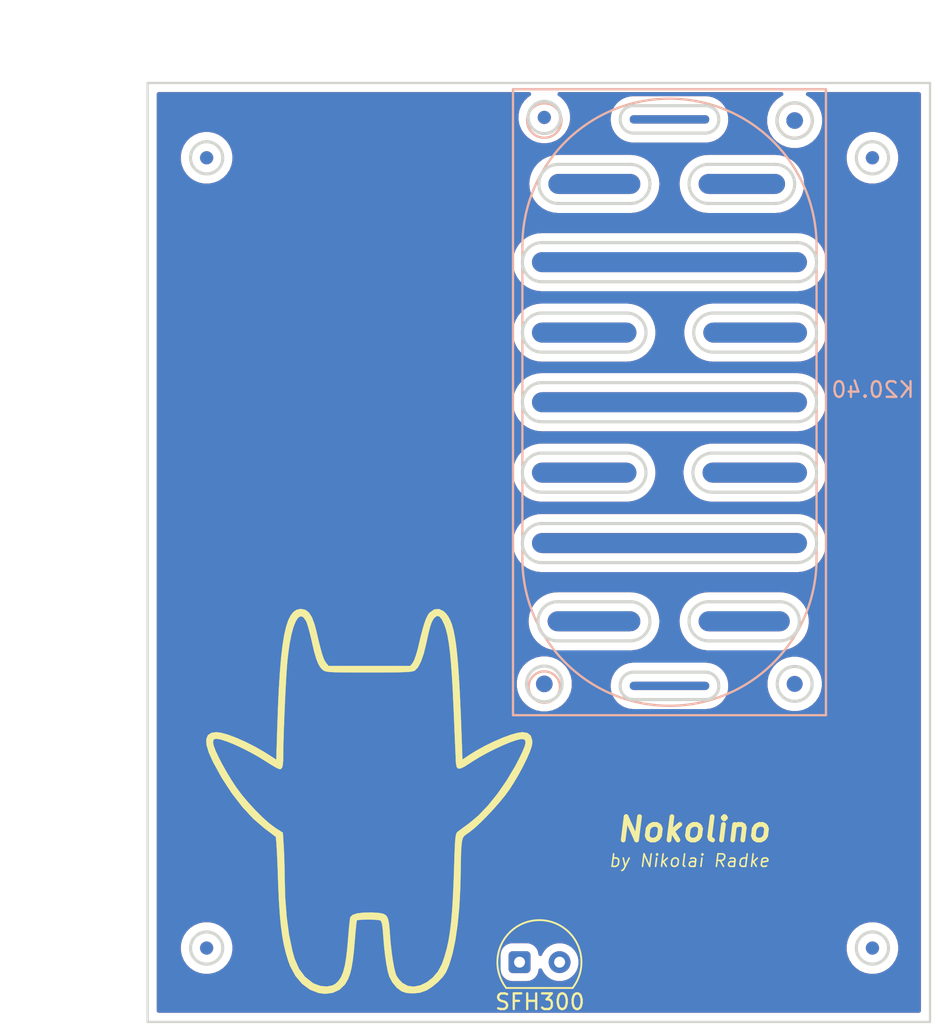
<source format=kicad_pcb>
(kicad_pcb (version 20171130) (host pcbnew 5.1.5-52549c5~84~ubuntu18.04.1)

  (general
    (thickness 1.6)
    (drawings 95)
    (tracks 0)
    (zones 0)
    (modules 3)
    (nets 1)
  )

  (page A4)
  (layers
    (0 F.Cu signal)
    (31 B.Cu signal)
    (32 B.Adhes user)
    (33 F.Adhes user)
    (34 B.Paste user)
    (35 F.Paste user)
    (36 B.SilkS user)
    (37 F.SilkS user)
    (38 B.Mask user)
    (39 F.Mask user)
    (40 Dwgs.User user)
    (41 Cmts.User user)
    (42 Eco1.User user)
    (43 Eco2.User user)
    (44 Edge.Cuts user)
    (45 Margin user)
    (46 B.CrtYd user)
    (47 F.CrtYd user)
    (48 B.Fab user)
    (49 F.Fab user)
  )

  (setup
    (last_trace_width 0.25)
    (trace_clearance 0.2)
    (zone_clearance 0.508)
    (zone_45_only no)
    (trace_min 0.2)
    (via_size 0.6)
    (via_drill 0.4)
    (via_min_size 0.4)
    (via_min_drill 0.3)
    (uvia_size 0.3)
    (uvia_drill 0.1)
    (uvias_allowed no)
    (uvia_min_size 0.2)
    (uvia_min_drill 0.1)
    (edge_width 0.2)
    (segment_width 0.2)
    (pcb_text_width 0.3)
    (pcb_text_size 1.5 1.5)
    (mod_edge_width 0.15)
    (mod_text_size 1 1)
    (mod_text_width 0.15)
    (pad_size 1.524 1.524)
    (pad_drill 0.762)
    (pad_to_mask_clearance 0.2)
    (solder_mask_min_width 0.25)
    (aux_axis_origin 119.9896 137.6045)
    (visible_elements FFFFFF7F)
    (pcbplotparams
      (layerselection 0x010fc_ffffffff)
      (usegerberextensions false)
      (usegerberattributes false)
      (usegerberadvancedattributes false)
      (creategerberjobfile false)
      (excludeedgelayer true)
      (linewidth 0.100000)
      (plotframeref false)
      (viasonmask false)
      (mode 1)
      (useauxorigin false)
      (hpglpennumber 1)
      (hpglpenspeed 20)
      (hpglpendiameter 15.000000)
      (psnegative false)
      (psa4output false)
      (plotreference true)
      (plotvalue true)
      (plotinvisibletext true)
      (padsonsilk false)
      (subtractmaskfromsilk false)
      (outputformat 1)
      (mirror false)
      (drillshape 0)
      (scaleselection 1)
      (outputdirectory "/home/niko/NOKOlino_2/schematics/V31/Nokolino_top/GERBERS/"))
  )

  (net 0 "")

  (net_class Default "Dies ist die voreingestellte Netzklasse."
    (clearance 0.2)
    (trace_width 0.25)
    (via_dia 0.6)
    (via_drill 0.4)
    (uvia_dia 0.3)
    (uvia_drill 0.1)
  )

  (module OptoDevice:Osram_SFH205 (layer F.Cu) (tedit 5B887F96) (tstamp 5E46D703)
    (at 143.7673 136.1821)
    (descr "PhotoDiode, SFH205, RM2.54")
    (tags "PhotoDiode SFH205 RM2.54")
    (fp_text reference REF** (at 1.52 -3.5) (layer F.SilkS) hide
      (effects (font (size 1 1) (thickness 0.15)))
    )
    (fp_text value SFH300 (at 1.3 2.54) (layer F.SilkS)
      (effects (font (size 1 1) (thickness 0.15)))
    )
    (fp_arc (start 1.27 0) (end -0.85 1.65) (angle 255.6567619) (layer F.SilkS) (width 0.12))
    (fp_arc (start 1.27 0) (end -0.75 1.55) (angle 254.8633961) (layer F.Fab) (width 0.1))
    (fp_line (start 4.06 1.8) (end -1.53 1.8) (layer F.CrtYd) (width 0.05))
    (fp_line (start 4.06 1.8) (end 4.06 -2.8) (layer F.CrtYd) (width 0.05))
    (fp_line (start -1.53 -2.8) (end -1.53 1.8) (layer F.CrtYd) (width 0.05))
    (fp_line (start -1.53 -2.8) (end 4.06 -2.8) (layer F.CrtYd) (width 0.05))
    (fp_line (start -0.85 1.65) (end 3.4 1.65) (layer F.SilkS) (width 0.12))
    (fp_line (start -0.75 1.55) (end 3.3 1.55) (layer F.Fab) (width 0.1))
    (fp_text user %R (at 1.27 -0.707) (layer F.Fab) hide
      (effects (font (size 1 1) (thickness 0.15)))
    )
    (pad 1 thru_hole roundrect (at 0 0) (size 1.4 1.4) (drill 0.7) (layers *.Cu *.Mask) (roundrect_rratio 0.178))
    (pad 2 thru_hole circle (at 2.56 0) (size 1.4 1.4) (drill 0.7) (layers *.Cu *.Mask))
    (model ${KISYS3DMOD}/OptoDevice.3dshapes/Osram_SFH205.wrl
      (at (xyz 0 0 0))
      (scale (xyz 1 1 1))
      (rotate (xyz 0 0 0))
    )
  )

  (module Nokolino_top:Nokolino_logo (layer F.Cu) (tedit 0) (tstamp 5CB4DF4A)
    (at 133.665 125.885)
    (fp_text reference G*** (at 0 0) (layer F.SilkS) hide
      (effects (font (size 1.524 1.524) (thickness 0.3)))
    )
    (fp_text value LOGO (at 0.75 0) (layer F.SilkS) hide
      (effects (font (size 1.524 1.524) (thickness 0.3)))
    )
    (fp_poly (pts (xy -3.589224 -12.221914) (xy -3.358605 -12.048591) (xy -3.163599 -11.743104) (xy -2.994712 -11.291859)
      (xy -2.885002 -10.873598) (xy -2.739148 -10.254651) (xy -2.620388 -9.779026) (xy -2.521856 -9.424154)
      (xy -2.436687 -9.167464) (xy -2.358017 -8.986386) (xy -2.27898 -8.858349) (xy -2.267492 -8.843368)
      (xy -2.104377 -8.636001) (xy 0.507999 -8.636) (xy 3.120376 -8.636) (xy 3.282225 -8.841758)
      (xy 3.37063 -9.011879) (xy 3.475554 -9.3004) (xy 3.580763 -9.659585) (xy 3.634933 -9.878925)
      (xy 3.792186 -10.541283) (xy 3.927787 -11.057454) (xy 4.048743 -11.448141) (xy 4.162061 -11.734049)
      (xy 4.274747 -11.93588) (xy 4.370342 -12.051918) (xy 4.657012 -12.246745) (xy 4.952181 -12.274094)
      (xy 5.245026 -12.134717) (xy 5.40764 -11.979957) (xy 5.54834 -11.791942) (xy 5.67362 -11.559527)
      (xy 5.784922 -11.271415) (xy 5.883692 -10.91631) (xy 5.971372 -10.482917) (xy 6.049407 -9.95994)
      (xy 6.119242 -9.336083) (xy 6.182319 -8.60005) (xy 6.240083 -7.740546) (xy 6.293978 -6.746274)
      (xy 6.345447 -5.605939) (xy 6.395936 -4.308246) (xy 6.398965 -4.225128) (xy 6.456169 -2.650589)
      (xy 6.889918 -2.943158) (xy 7.374915 -3.245243) (xy 7.914704 -3.539544) (xy 8.476541 -3.812013)
      (xy 9.027684 -4.048606) (xy 9.535387 -4.235275) (xy 9.966909 -4.357976) (xy 10.289505 -4.402662)
      (xy 10.292279 -4.402667) (xy 10.615145 -4.347306) (xy 10.819609 -4.175502) (xy 10.913576 -3.878673)
      (xy 10.922 -3.719023) (xy 10.877347 -3.478757) (xy 10.752631 -3.125971) (xy 10.561716 -2.689039)
      (xy 10.318465 -2.196336) (xy 10.036742 -1.676236) (xy 9.730411 -1.157115) (xy 9.477219 -0.762)
      (xy 9.196377 -0.376021) (xy 8.840405 0.061187) (xy 8.437029 0.520358) (xy 8.013974 0.972223)
      (xy 7.598966 1.387518) (xy 7.21973 1.736975) (xy 6.903991 1.991328) (xy 6.80711 2.056534)
      (xy 6.599917 2.200253) (xy 6.487312 2.34293) (xy 6.429433 2.550806) (xy 6.405679 2.723601)
      (xy 6.383397 2.993976) (xy 6.364821 3.378447) (xy 6.352135 3.821781) (xy 6.347657 4.191)
      (xy 6.321292 5.533751) (xy 6.253655 6.77374) (xy 6.146274 7.899952) (xy 6.000676 8.901369)
      (xy 5.818389 9.766975) (xy 5.60094 10.485754) (xy 5.413726 10.925805) (xy 5.205754 11.231533)
      (xy 4.893819 11.560661) (xy 4.528077 11.866442) (xy 4.158684 12.102127) (xy 4.142806 12.110322)
      (xy 3.745475 12.246986) (xy 3.297782 12.298777) (xy 2.867413 12.26343) (xy 2.565543 12.163063)
      (xy 2.257506 11.931781) (xy 1.976306 11.593923) (xy 1.775803 11.217957) (xy 1.687558 10.914931)
      (xy 1.600403 10.477515) (xy 1.519537 9.940607) (xy 1.450155 9.339101) (xy 1.397457 8.707891)
      (xy 1.393928 8.654213) (xy 1.360743 8.216036) (xy 1.324338 7.920083) (xy 1.279464 7.739259)
      (xy 1.220874 7.646467) (xy 1.195415 7.629396) (xy 1.06117 7.602447) (xy 0.817477 7.58517)
      (xy 0.514471 7.577575) (xy 0.202286 7.579671) (xy -0.068943 7.591469) (xy -0.249084 7.612977)
      (xy -0.291335 7.629112) (xy -0.310964 7.722509) (xy -0.339021 7.952726) (xy -0.37212 8.287663)
      (xy -0.406873 8.695219) (xy -0.415611 8.807146) (xy -0.48033 9.559819) (xy -0.550407 10.167239)
      (xy -0.631253 10.653487) (xy -0.728277 11.042643) (xy -0.84689 11.358788) (xy -0.992502 11.626002)
      (xy -1.076242 11.747589) (xy -1.409746 12.064242) (xy -1.837797 12.258734) (xy -2.328016 12.32099)
      (xy -2.747791 12.267716) (xy -3.29879 12.050458) (xy -3.792047 11.684116) (xy -4.21408 11.183053)
      (xy -4.551405 10.561631) (xy -4.686695 10.202333) (xy -4.837658 9.696737) (xy -4.963759 9.169217)
      (xy -5.067805 8.596932) (xy -5.152602 7.957038) (xy -5.220958 7.226694) (xy -5.275678 6.383057)
      (xy -5.319572 5.403285) (xy -5.336446 4.914778) (xy -5.359001 4.270715) (xy -5.383357 3.682192)
      (xy -5.408347 3.170273) (xy -5.4328 2.756025) (xy -5.455549 2.460515) (xy -5.475423 2.304807)
      (xy -5.482289 2.286402) (xy -5.573608 2.216781) (xy -5.767719 2.070285) (xy -6.031905 1.871574)
      (xy -6.211675 1.736618) (xy -6.914765 1.130907) (xy -7.613281 0.378224) (xy -8.290265 -0.499521)
      (xy -8.928759 -1.48042) (xy -9.48919 -2.497667) (xy -9.757748 -3.095229) (xy -9.901394 -3.579354)
      (xy -9.9087 -3.725191) (xy -9.482667 -3.725191) (xy -9.438189 -3.518632) (xy -9.314488 -3.199336)
      (xy -9.126158 -2.795531) (xy -8.887799 -2.335445) (xy -8.614006 -1.847307) (xy -8.319376 -1.359346)
      (xy -8.031377 -0.918588) (xy -7.671804 -0.43275) (xy -7.246247 0.077578) (xy -6.786209 0.579614)
      (xy -6.323196 1.040575) (xy -5.888712 1.427679) (xy -5.514263 1.708144) (xy -5.495392 1.720232)
      (xy -5.021784 2.020283) (xy -4.966225 2.928312) (xy -4.940838 3.439585) (xy -4.92122 4.017131)
      (xy -4.910497 4.561614) (xy -4.909412 4.733337) (xy -4.875974 6.111905) (xy -4.780944 7.388014)
      (xy -4.626264 8.545469) (xy -4.413874 9.568074) (xy -4.267894 10.083909) (xy -3.993735 10.714559)
      (xy -3.61076 11.228218) (xy -3.129214 11.611922) (xy -3.006921 11.679745) (xy -2.61417 11.817519)
      (xy -2.210357 11.851148) (xy -1.8498 11.780783) (xy -1.660056 11.675996) (xy -1.463648 11.486155)
      (xy -1.302396 11.242878) (xy -1.17094 10.926351) (xy -1.06392 10.51676) (xy -0.975974 9.994291)
      (xy -0.901743 9.33913) (xy -0.84561 8.665609) (xy -0.810967 8.238946) (xy -0.775032 7.866252)
      (xy -0.741715 7.583908) (xy -0.714925 7.4283) (xy -0.711488 7.417549) (xy -0.571372 7.279076)
      (xy -0.283821 7.181212) (xy 0.133341 7.127631) (xy 0.662292 7.122006) (xy 0.713317 7.123918)
      (xy 1.105381 7.147673) (xy 1.38403 7.198803) (xy 1.570984 7.303286) (xy 1.687961 7.4871)
      (xy 1.756681 7.776223) (xy 1.798863 8.196633) (xy 1.815389 8.442104) (xy 1.864019 9.052223)
      (xy 1.929232 9.644071) (xy 2.006119 10.186215) (xy 2.089771 10.647221) (xy 2.175277 10.995658)
      (xy 2.24182 11.17243) (xy 2.39124 11.387577) (xy 2.597 11.604506) (xy 2.628121 11.631581)
      (xy 2.966649 11.81475) (xy 3.354194 11.858617) (xy 3.76521 11.77591) (xy 4.174151 11.579361)
      (xy 4.55547 11.281699) (xy 4.883623 10.895655) (xy 5.133061 10.433958) (xy 5.157609 10.371094)
      (xy 5.314661 9.915006) (xy 5.448027 9.440851) (xy 5.560198 8.928894) (xy 5.653665 8.3594)
      (xy 5.73092 7.712633) (xy 5.794455 6.968858) (xy 5.84676 6.10834) (xy 5.890327 5.111342)
      (xy 5.915562 4.367143) (xy 5.937268 3.684976) (xy 5.956549 3.152149) (xy 5.975418 2.748726)
      (xy 5.995887 2.454771) (xy 6.019969 2.25035) (xy 6.049675 2.115527) (xy 6.087019 2.030366)
      (xy 6.134012 1.974933) (xy 6.159142 1.954143) (xy 6.308799 1.841488) (xy 6.548992 1.663805)
      (xy 6.833179 1.455486) (xy 6.895476 1.410056) (xy 7.484133 0.914158) (xy 8.08962 0.279621)
      (xy 8.691441 -0.467028) (xy 9.269101 -1.29926) (xy 9.802106 -2.190546) (xy 10.070435 -2.699573)
      (xy 10.290434 -3.155672) (xy 10.426711 -3.487773) (xy 10.483923 -3.716316) (xy 10.466728 -3.861743)
      (xy 10.379781 -3.944495) (xy 10.356376 -3.954584) (xy 10.174173 -3.956502) (xy 9.873455 -3.882477)
      (xy 9.480561 -3.744262) (xy 9.02183 -3.553614) (xy 8.5236 -3.322288) (xy 8.01221 -3.06204)
      (xy 7.513998 -2.784626) (xy 7.055302 -2.501802) (xy 6.960941 -2.439099) (xy 6.597277 -2.205662)
      (xy 6.344173 -2.081539) (xy 6.180993 -2.068986) (xy 6.087098 -2.170261) (xy 6.041854 -2.38762)
      (xy 6.031014 -2.540793) (xy 6.022118 -2.735031) (xy 6.007162 -3.075108) (xy 5.987148 -3.537677)
      (xy 5.963078 -4.099391) (xy 5.935952 -4.736903) (xy 5.906773 -5.426865) (xy 5.883963 -5.969)
      (xy 5.832399 -7.084674) (xy 5.777309 -8.04453) (xy 5.717209 -8.86207) (xy 5.650618 -9.550798)
      (xy 5.576053 -10.124216) (xy 5.492031 -10.595827) (xy 5.39707 -10.979134) (xy 5.303832 -11.252727)
      (xy 5.136067 -11.60701) (xy 4.975996 -11.796743) (xy 4.817465 -11.826143) (xy 4.654322 -11.699427)
      (xy 4.653471 -11.698392) (xy 4.558047 -11.561017) (xy 4.473523 -11.382891) (xy 4.390827 -11.135253)
      (xy 4.300885 -10.789344) (xy 4.194623 -10.316406) (xy 4.14748 -10.094558) (xy 3.985794 -9.438015)
      (xy 3.807386 -8.919811) (xy 3.616565 -8.55036) (xy 3.423293 -8.343714) (xy 3.345988 -8.306868)
      (xy 3.226861 -8.277449) (xy 3.048183 -8.254668) (xy 2.792227 -8.237735) (xy 2.441263 -8.225861)
      (xy 1.977563 -8.218257) (xy 1.3834 -8.214133) (xy 0.641045 -8.2127) (xy 0.480063 -8.212667)
      (xy -0.276052 -8.213131) (xy -0.881383 -8.215223) (xy -1.354477 -8.219996) (xy -1.713882 -8.228503)
      (xy -1.978147 -8.241795) (xy -2.165819 -8.260926) (xy -2.295446 -8.286947) (xy -2.385575 -8.320911)
      (xy -2.454756 -8.363871) (xy -2.476422 -8.380415) (xy -2.628877 -8.538047) (xy -2.764699 -8.7687)
      (xy -2.892604 -9.095262) (xy -3.021309 -9.540618) (xy -3.159532 -10.127654) (xy -3.182884 -10.235191)
      (xy -3.280675 -10.654738) (xy -3.384298 -11.041668) (xy -3.480456 -11.349256) (xy -3.547026 -11.514667)
      (xy -3.709548 -11.742734) (xy -3.87407 -11.809617) (xy -4.036936 -11.723368) (xy -4.194491 -11.492044)
      (xy -4.34308 -11.123697) (xy -4.479049 -10.626382) (xy -4.598743 -10.008153) (xy -4.698505 -9.277064)
      (xy -4.738093 -8.89) (xy -4.769507 -8.490895) (xy -4.8037 -7.956936) (xy -4.83915 -7.322547)
      (xy -4.874337 -6.622153) (xy -4.907739 -5.890178) (xy -4.937836 -5.161048) (xy -4.963107 -4.469186)
      (xy -4.982031 -3.849017) (xy -4.993086 -3.334966) (xy -4.995334 -3.067654) (xy -5.00156 -2.622573)
      (xy -5.02392 -2.321509) (xy -5.067931 -2.139479) (xy -5.139114 -2.051499) (xy -5.224138 -2.032001)
      (xy -5.345693 -2.076565) (xy -5.56936 -2.196348) (xy -5.857818 -2.370482) (xy -6.04058 -2.488476)
      (xy -6.544354 -2.802308) (xy -7.083783 -3.105194) (xy -7.629299 -3.383533) (xy -8.151333 -3.62372)
      (xy -8.620319 -3.812151) (xy -9.006686 -3.935223) (xy -9.280868 -3.979334) (xy -9.281081 -3.979334)
      (xy -9.42565 -3.949835) (xy -9.478335 -3.827914) (xy -9.482667 -3.725191) (xy -9.9087 -3.725191)
      (xy -9.920017 -3.951057) (xy -9.813504 -4.211353) (xy -9.58174 -4.361258) (xy -9.277114 -4.402667)
      (xy -8.939876 -4.356948) (xy -8.493788 -4.228549) (xy -7.969616 -4.030605) (xy -7.398129 -3.776253)
      (xy -6.810093 -3.478628) (xy -6.236275 -3.150866) (xy -6.002733 -3.004686) (xy -5.443798 -2.64434)
      (xy -5.385563 -4.56067) (xy -5.337478 -5.941813) (xy -5.281166 -7.161824) (xy -5.215037 -8.228771)
      (xy -5.1375 -9.150727) (xy -5.046964 -9.935761) (xy -4.94184 -10.591943) (xy -4.820537 -11.127344)
      (xy -4.681465 -11.550034) (xy -4.523032 -11.868084) (xy -4.343649 -12.089564) (xy -4.141725 -12.222544)
      (xy -3.915669 -12.275095) (xy -3.864953 -12.276667) (xy -3.589224 -12.221914)) (layer F.SilkS) (width 0.01))
  )

  (module Nokolino_top:K20.40_mount (layer B.Cu) (tedit 5A64E34E) (tstamp 5A64E4ED)
    (at 153.35 100.4)
    (descr K20.40)
    (tags Lautsprecher)
    (fp_text reference K20.40 (at 13 -0.8) (layer B.SilkS)
      (effects (font (size 1 1) (thickness 0.15)) (justify mirror))
    )
    (fp_text value K20.40 (at 12.9 0.8) (layer B.Fab)
      (effects (font (size 1 1) (thickness 0.15)) (justify mirror))
    )
    (fp_line (start 10 -20) (end 10 20) (layer B.SilkS) (width 0.15))
    (fp_line (start -10 -20) (end -10 20) (layer B.SilkS) (width 0.15))
    (fp_line (start -10 -20) (end 10 -20) (layer B.SilkS) (width 0.15))
    (fp_line (start 10 20) (end -10 20) (layer B.SilkS) (width 0.15))
    (fp_circle (center -8 18.2) (end -7 18.2) (layer B.SilkS) (width 0.15))
    (fp_circle (center 8 18) (end 9.1 18) (layer B.SilkS) (width 0.15))
    (fp_circle (center -8 -18) (end -6.9 -18) (layer B.SilkS) (width 0.15))
    (fp_circle (center 8 -18) (end 9.1 -18) (layer B.SilkS) (width 0.15))
    (fp_line (start -9.4 10) (end -9.4 -10) (layer B.SilkS) (width 0.15))
    (fp_line (start 9.4 10) (end 9.4 -10) (layer B.SilkS) (width 0.15))
    (fp_arc (start 0 10) (end -9.4 10) (angle -90) (layer B.SilkS) (width 0.15))
    (fp_arc (start 0 10) (end 0 19.4) (angle -90) (layer B.SilkS) (width 0.15))
    (fp_arc (start 0 -10) (end 0 -19.4) (angle -90) (layer B.SilkS) (width 0.15))
    (fp_arc (start 0 -10) (end 9.4 -10) (angle -90) (layer B.SilkS) (width 0.15))
  )

  (gr_arc (start 151.05 82.3) (end 150.2 82.3) (angle 90) (layer Edge.Cuts) (width 0.2) (tstamp 5A6CE382))
  (gr_line (start 155.65 83.2) (end 151.05 83.2) (angle 90) (layer Edge.Cuts) (width 0.2))
  (gr_arc (start 151.05 82.35) (end 151.05 83.2) (angle 90) (layer Edge.Cuts) (width 0.2) (tstamp 5A6CE397))
  (gr_arc (start 155.65 82.3) (end 155.65 81.45) (angle 90) (layer Edge.Cuts) (width 0.2) (tstamp 5A6CE3A3))
  (gr_arc (start 155.65 82.35) (end 156.5 82.35) (angle 90) (layer Edge.Cuts) (width 0.2) (tstamp 5A6CE3B0))
  (gr_line (start 155.65 81.45) (end 151.05 81.45) (angle 90) (layer Edge.Cuts) (width 0.2) (tstamp 5A6CE34C))
  (gr_circle (center 123.77 135.28) (end 124.799563 135.28) (layer Edge.Cuts) (width 0.2) (tstamp 5E4589C3))
  (gr_circle (center 166.32 135.28) (end 167.349563 135.28) (layer Edge.Cuts) (width 0.2) (tstamp 5E4589C3))
  (gr_circle (center 166.32 84.78) (end 167.349563 84.78) (layer Edge.Cuts) (width 0.2) (tstamp 5E4589C3))
  (gr_circle (center 123.77 84.78) (end 124.799563 84.78) (layer Edge.Cuts) (width 0.2) (tstamp 5E4589C3))
  (gr_text "by Nikolai Radke" (at 154.62 129.695) (layer F.SilkS) (tstamp 5CB4DF31)
    (effects (font (size 0.8 0.8) (thickness 0.1) italic))
  )
  (gr_text Nokolino (at 154.9 127.7) (layer F.SilkS)
    (effects (font (size 1.5 1.5) (thickness 0.3) italic))
  )
  (gr_line (start 155.65 117.65) (end 151.05 117.65) (angle 90) (layer Edge.Cuts) (width 0.2) (tstamp 5A6CE33B))
  (gr_arc (start 155.65 118.55) (end 156.5 118.55) (angle 90) (layer Edge.Cuts) (width 0.2))
  (gr_arc (start 151.05 118.5) (end 150.2 118.5) (angle 90) (layer Edge.Cuts) (width 0.2))
  (gr_arc (start 155.65 118.5) (end 155.65 117.65) (angle 90) (layer Edge.Cuts) (width 0.2))
  (gr_arc (start 151.05 118.55) (end 151.05 119.4) (angle 90) (layer Edge.Cuts) (width 0.2))
  (gr_line (start 155.65 119.4) (end 151.05 119.4) (angle 90) (layer Edge.Cuts) (width 0.2) (tstamp 5A6CD8EA))
  (gr_arc (start 160.4 114.4) (end 160.4 113.15) (angle 90) (layer Edge.Cuts) (width 0.2) (tstamp 5A6CD7E4))
  (gr_arc (start 160.4 114.4) (end 161.65 114.4) (angle 90) (layer Edge.Cuts) (width 0.2) (tstamp 5A6CD7DE))
  (gr_line (start 160.45 115.65) (end 155.8 115.65) (angle 90) (layer Edge.Cuts) (width 0.2) (tstamp 5A6CD7D9))
  (gr_line (start 155.85 113.15) (end 160.45 113.15) (angle 90) (layer Edge.Cuts) (width 0.2) (tstamp 5A6CD7D1))
  (gr_arc (start 155.85 114.4) (end 155.85 115.65) (angle 90) (layer Edge.Cuts) (width 0.2) (tstamp 5A6CD7C7))
  (gr_arc (start 155.85 114.4) (end 154.6 114.35) (angle 90) (layer Edge.Cuts) (width 0.2) (tstamp 5A6CD7B9))
  (gr_line (start 150.85 115.65) (end 146.2 115.65) (angle 90) (layer Edge.Cuts) (width 0.2))
  (gr_line (start 146.25 113.15) (end 150.85 113.15) (angle 90) (layer Edge.Cuts) (width 0.2))
  (gr_arc (start 150.85 114.4) (end 152.1 114.4) (angle 90) (layer Edge.Cuts) (width 0.2) (tstamp 5A6CD6C3))
  (gr_line (start 146.3 87.7) (end 146.25 87.7) (angle 90) (layer Edge.Cuts) (width 0.2))
  (gr_line (start 155.85 87.7) (end 160.1 87.7) (angle 90) (layer Edge.Cuts) (width 0.2))
  (gr_line (start 160.1 85.2) (end 155.9 85.2) (angle 90) (layer Edge.Cuts) (width 0.2))
  (gr_line (start 150.85 87.7) (end 146.25 87.7) (angle 90) (layer Edge.Cuts) (width 0.2))
  (gr_line (start 146.3 85.2) (end 150.85 85.2) (angle 90) (layer Edge.Cuts) (width 0.2))
  (gr_arc (start 150.85 114.4) (end 150.85 113.15) (angle 90) (layer Edge.Cuts) (width 0.2) (tstamp 5A6CD58F))
  (gr_arc (start 146.2 114.4) (end 146.2 115.65) (angle 90) (layer Edge.Cuts) (width 0.2) (tstamp 5A6CD544))
  (gr_arc (start 146.2 114.4) (end 144.95 114.35) (angle 90) (layer Edge.Cuts) (width 0.2) (tstamp 5A6CD4F9))
  (gr_arc (start 155.85 86.45) (end 155.85 87.7) (angle 90) (layer Edge.Cuts) (width 0.2) (tstamp 5A6CD46B))
  (gr_arc (start 155.85 86.45) (end 154.6 86.4) (angle 90) (layer Edge.Cuts) (width 0.2) (tstamp 5A6CD45F))
  (gr_arc (start 150.85 86.45) (end 152.1 86.45) (angle 90) (layer Edge.Cuts) (width 0.2) (tstamp 5A6CD44B))
  (gr_arc (start 150.85 86.45) (end 150.85 85.2) (angle 90) (layer Edge.Cuts) (width 0.2) (tstamp 5A6CD440))
  (gr_arc (start 160.1 86.45) (end 161.35 86.45) (angle 90) (layer Edge.Cuts) (width 0.2) (tstamp 5A6CD421))
  (gr_arc (start 160.1 86.45) (end 160.1 85.2) (angle 90) (layer Edge.Cuts) (width 0.2) (tstamp 5A6CD416))
  (gr_arc (start 146.25 86.45) (end 146.25 87.7) (angle 90) (layer Edge.Cuts) (width 0.2) (tstamp 5A6CD3CF))
  (gr_arc (start 146.25 86.45) (end 145 86.4) (angle 90) (layer Edge.Cuts) (width 0.2) (tstamp 5A6CD3B5))
  (gr_arc (start 150.6 95.95) (end 151.85 95.95) (angle 90) (layer Edge.Cuts) (width 0.2) (tstamp 5A6CD32E))
  (gr_arc (start 150.6 95.95) (end 150.6 94.7) (angle 90) (layer Edge.Cuts) (width 0.2) (tstamp 5A6CD322))
  (gr_line (start 150.6 97.2) (end 145.2 97.2) (angle 90) (layer Edge.Cuts) (width 0.2) (tstamp 5A6CD315))
  (gr_line (start 145.25 94.7) (end 150.6 94.7) (angle 90) (layer Edge.Cuts) (width 0.2) (tstamp 5A6CD308))
  (gr_arc (start 145.2 95.95) (end 145.2 97.2) (angle 90) (layer Edge.Cuts) (width 0.2) (tstamp 5A6CD2E3))
  (gr_arc (start 145.2 95.95) (end 143.95 95.9) (angle 90) (layer Edge.Cuts) (width 0.2) (tstamp 5A6CD2D1))
  (gr_arc (start 156.15 95.95) (end 156.15 97.2) (angle 90) (layer Edge.Cuts) (width 0.2) (tstamp 5A6CD2BD))
  (gr_arc (start 156.15 95.95) (end 154.9 95.9) (angle 90) (layer Edge.Cuts) (width 0.2) (tstamp 5A6CD2B0))
  (gr_arc (start 161.5 95.95) (end 162.75 95.95) (angle 90) (layer Edge.Cuts) (width 0.2) (tstamp 5A6CD29F))
  (gr_line (start 156.15 97.2) (end 161.5 97.2) (angle 90) (layer Edge.Cuts) (width 0.2) (tstamp 5A6CD296))
  (gr_line (start 156.2 94.7) (end 161.55 94.7) (angle 90) (layer Edge.Cuts) (width 0.2) (tstamp 5A6CD28B))
  (gr_line (start 161.5 108.15) (end 145.2 108.15) (angle 90) (layer Edge.Cuts) (width 0.2) (tstamp 5A6CD247))
  (gr_arc (start 161.5 109.4) (end 161.5 108.15) (angle 90) (layer Edge.Cuts) (width 0.2) (tstamp 5A6CD229))
  (gr_arc (start 156.1 104.9) (end 156.1 106.15) (angle 90) (layer Edge.Cuts) (width 0.2) (tstamp 5A6CD1CC))
  (gr_arc (start 156.1 104.9) (end 154.85 104.85) (angle 90) (layer Edge.Cuts) (width 0.2) (tstamp 5A6CD1BD))
  (gr_line (start 156.15 106.15) (end 161.5 106.15) (angle 90) (layer Edge.Cuts) (width 0.2) (tstamp 5A6CD1AF))
  (gr_line (start 156.15 103.65) (end 161.5 103.65) (angle 90) (layer Edge.Cuts) (width 0.2) (tstamp 5A6CD1A5))
  (gr_arc (start 161.5 104.9) (end 162.75 104.9) (angle 90) (layer Edge.Cuts) (width 0.2) (tstamp 5A6CD192))
  (gr_arc (start 161.5 104.9) (end 161.5 103.65) (angle 90) (layer Edge.Cuts) (width 0.2) (tstamp 5A6CD183))
  (gr_line (start 150.6 106.15) (end 145.2 106.15) (angle 90) (layer Edge.Cuts) (width 0.2))
  (gr_line (start 145.25 103.65) (end 150.6 103.65) (angle 90) (layer Edge.Cuts) (width 0.2))
  (gr_arc (start 150.6 104.9) (end 151.85 104.9) (angle 90) (layer Edge.Cuts) (width 0.2) (tstamp 5A6CD14C))
  (gr_arc (start 150.6 104.9) (end 150.6 103.65) (angle 90) (layer Edge.Cuts) (width 0.2) (tstamp 5A6CD144))
  (gr_arc (start 145.2 104.9) (end 145.2 106.15) (angle 90) (layer Edge.Cuts) (width 0.2) (tstamp 5A6CD117))
  (gr_arc (start 145.2 104.9) (end 143.95 104.85) (angle 90) (layer Edge.Cuts) (width 0.2) (tstamp 5A6CD0F7))
  (gr_line (start 145.2 92.7) (end 161.5 92.7) (angle 90) (layer Edge.Cuts) (width 0.2))
  (gr_line (start 161.5 90.2) (end 145.25 90.2) (angle 90) (layer Edge.Cuts) (width 0.2))
  (gr_arc (start 161.5 91.45) (end 162.75 91.45) (angle 90) (layer Edge.Cuts) (width 0.2) (tstamp 5A6CD0B0))
  (gr_arc (start 161.5 91.45) (end 161.5 90.2) (angle 90) (layer Edge.Cuts) (width 0.2) (tstamp 5A6CD0A7))
  (gr_arc (start 145.2 91.45) (end 145.2 92.7) (angle 90) (layer Edge.Cuts) (width 0.2) (tstamp 5A6CD08B))
  (gr_arc (start 145.2 91.45) (end 143.95 91.4) (angle 90) (layer Edge.Cuts) (width 0.2) (tstamp 5A6CD080))
  (gr_line (start 161.5 110.65) (end 145.2 110.65) (angle 90) (layer Edge.Cuts) (width 0.2))
  (gr_arc (start 161.5 95.95) (end 161.5 94.7) (angle 90) (layer Edge.Cuts) (width 0.2) (tstamp 5A6CCF85))
  (gr_arc (start 161.5 109.4) (end 162.75 109.4) (angle 90) (layer Edge.Cuts) (width 0.2) (tstamp 5A6CCF79))
  (gr_arc (start 145.2 109.4) (end 143.95 109.35) (angle 90) (layer Edge.Cuts) (width 0.2) (tstamp 5A6CCF6D))
  (gr_arc (start 145.2 109.4) (end 145.2 110.65) (angle 90) (layer Edge.Cuts) (width 0.2) (tstamp 5A6CCF54))
  (gr_line (start 145.2 101.65) (end 161.5 101.65) (angle 90) (layer Edge.Cuts) (width 0.2))
  (gr_line (start 161.5 99.15) (end 145.25 99.15) (angle 90) (layer Edge.Cuts) (width 0.2))
  (gr_arc (start 161.5 100.4) (end 161.5 99.15) (angle 90) (layer Edge.Cuts) (width 0.2))
  (gr_arc (start 161.5 100.4) (end 162.75 100.4) (angle 90) (layer Edge.Cuts) (width 0.2))
  (gr_arc (start 145.2 100.4) (end 143.95 100.35) (angle 90) (layer Edge.Cuts) (width 0.2))
  (gr_arc (start 145.2 100.4) (end 145.2 101.65) (angle 90) (layer Edge.Cuts) (width 0.2))
  (dimension 60 (width 0.3) (layer Cmts.User)
    (gr_text "60,000 mm" (at 116.850001 110 270) (layer Cmts.User)
      (effects (font (size 1.5 1.5) (thickness 0.3)))
    )
    (feature1 (pts (xy 120 140) (xy 115.500001 140)))
    (feature2 (pts (xy 120 80) (xy 115.500001 80)))
    (crossbar (pts (xy 118.200001 80) (xy 118.200001 140)))
    (arrow1a (pts (xy 118.200001 140) (xy 117.61358 138.873496)))
    (arrow1b (pts (xy 118.200001 140) (xy 118.786422 138.873496)))
    (arrow2a (pts (xy 118.200001 80) (xy 117.61358 81.126504)))
    (arrow2b (pts (xy 118.200001 80) (xy 118.786422 81.126504)))
  )
  (dimension 50 (width 0.3) (layer Cmts.User)
    (gr_text "50,000 mm" (at 145 76.550001) (layer Cmts.User)
      (effects (font (size 1.5 1.5) (thickness 0.3)))
    )
    (feature1 (pts (xy 120 80) (xy 120 75.200001)))
    (feature2 (pts (xy 170 80) (xy 170 75.200001)))
    (crossbar (pts (xy 170 77.900001) (xy 120 77.900001)))
    (arrow1a (pts (xy 120 77.900001) (xy 121.126504 77.31358)))
    (arrow1b (pts (xy 120 77.900001) (xy 121.126504 78.486422)))
    (arrow2a (pts (xy 170 77.900001) (xy 168.873496 77.31358)))
    (arrow2b (pts (xy 170 77.900001) (xy 168.873496 78.486422)))
  )
  (gr_line (start 170 140) (end 120 140) (angle 90) (layer Edge.Cuts) (width 0.15))
  (gr_circle (center 145.35 118.4) (end 146.25 119.1) (layer Edge.Cuts) (width 0.2))
  (gr_circle (center 161.35 118.4) (end 162.35 118.9) (layer Edge.Cuts) (width 0.2))
  (gr_circle (center 145.35 82.2) (end 146.25 82.7) (layer Edge.Cuts) (width 0.2))
  (gr_circle (center 161.35 82.4) (end 162.25 83.1) (layer Edge.Cuts) (width 0.2))
  (gr_line (start 170 80) (end 120 80) (angle 90) (layer Edge.Cuts) (width 0.15))
  (gr_line (start 170 140) (end 170 80) (angle 90) (layer Edge.Cuts) (width 0.15))
  (gr_line (start 120 80) (end 120 140) (angle 90) (layer Edge.Cuts) (width 0.15))

  (zone (net 0) (net_name "") (layer F.Cu) (tstamp 5E458A13) (hatch edge 0.508)
    (connect_pads (clearance 0.508))
    (min_thickness 0.254)
    (fill yes (arc_segments 16) (thermal_gap 0.508) (thermal_bridge_width 0.508))
    (polygon
      (pts
        (xy 170 140) (xy 120 140) (xy 120 80) (xy 170 80)
      )
    )
    (filled_polygon
      (pts
        (xy 144.217885 80.820514) (xy 143.970514 81.067885) (xy 143.776156 81.358763) (xy 143.64228 81.681969) (xy 143.57403 82.025082)
        (xy 143.57403 82.374918) (xy 143.64228 82.718031) (xy 143.776156 83.041237) (xy 143.970514 83.332115) (xy 144.217885 83.579486)
        (xy 144.508763 83.773844) (xy 144.831969 83.90772) (xy 145.175082 83.97597) (xy 145.524918 83.97597) (xy 145.868031 83.90772)
        (xy 146.191237 83.773844) (xy 146.482115 83.579486) (xy 146.729486 83.332115) (xy 146.923844 83.041237) (xy 147.05772 82.718031)
        (xy 147.12597 82.374918) (xy 147.12597 82.352601) (xy 149.465005 82.352601) (xy 149.465026 82.358535) (xy 149.46827 82.390458)
        (xy 149.468046 82.422548) (xy 149.469047 82.432761) (xy 149.486387 82.597743) (xy 149.499785 82.663013) (xy 149.512265 82.728436)
        (xy 149.515231 82.73826) (xy 149.564286 82.896732) (xy 149.590114 82.958174) (xy 149.615057 83.019911) (xy 149.619874 83.028972)
        (xy 149.698776 83.174898) (xy 149.736054 83.230164) (xy 149.772506 83.285868) (xy 149.778991 83.293821) (xy 149.884734 83.421642)
        (xy 149.932024 83.468603) (xy 149.978612 83.516177) (xy 149.986519 83.522719) (xy 150.115075 83.627567) (xy 150.170617 83.664469)
        (xy 150.225529 83.702068) (xy 150.234556 83.70695) (xy 150.381029 83.784831) (xy 150.442642 83.810226) (xy 150.503848 83.836459)
        (xy 150.513651 83.839494) (xy 150.672462 83.887442) (xy 150.737858 83.900391) (xy 150.802972 83.914231) (xy 150.813174 83.915304)
        (xy 150.813178 83.915304) (xy 150.978277 83.931492) (xy 151.013895 83.935) (xy 155.686105 83.935) (xy 155.717397 83.931918)
        (xy 155.722548 83.931954) (xy 155.732761 83.930953) (xy 155.897743 83.913613) (xy 155.963013 83.900215) (xy 156.028436 83.887735)
        (xy 156.03826 83.884769) (xy 156.196732 83.835714) (xy 156.258174 83.809886) (xy 156.319911 83.784943) (xy 156.328972 83.780126)
        (xy 156.474898 83.701224) (xy 156.530164 83.663946) (xy 156.585868 83.627494) (xy 156.593821 83.621009) (xy 156.721642 83.515266)
        (xy 156.768603 83.467976) (xy 156.816177 83.421388) (xy 156.822719 83.413481) (xy 156.927567 83.284925) (xy 156.964469 83.229383)
        (xy 157.002068 83.174471) (xy 157.00695 83.165444) (xy 157.084831 83.018971) (xy 157.110226 82.957358) (xy 157.136459 82.896152)
        (xy 157.139494 82.886349) (xy 157.187442 82.727538) (xy 157.200391 82.662142) (xy 157.214231 82.597028) (xy 157.215304 82.586822)
        (xy 157.231492 82.421723) (xy 157.231492 82.339597) (xy 157.23496 82.307661) (xy 157.234995 82.297399) (xy 157.234974 82.291465)
        (xy 157.23173 82.259542) (xy 157.231954 82.227452) (xy 157.230953 82.217239) (xy 157.213613 82.052257) (xy 157.200215 81.986987)
        (xy 157.187735 81.921564) (xy 157.184769 81.91174) (xy 157.135714 81.753268) (xy 157.109886 81.691826) (xy 157.084943 81.630089)
        (xy 157.080125 81.621028) (xy 157.001224 81.475102) (xy 156.963936 81.41982) (xy 156.927494 81.364132) (xy 156.921009 81.356179)
        (xy 156.815266 81.228358) (xy 156.767976 81.181397) (xy 156.721388 81.133823) (xy 156.713487 81.127287) (xy 156.71348 81.12728)
        (xy 156.713472 81.127275) (xy 156.584925 81.022433) (xy 156.529368 80.985521) (xy 156.474471 80.947932) (xy 156.465444 80.94305)
        (xy 156.318971 80.865169) (xy 156.257358 80.839774) (xy 156.196152 80.813541) (xy 156.186349 80.810506) (xy 156.027538 80.762558)
        (xy 155.962155 80.749612) (xy 155.897028 80.735769) (xy 155.886824 80.734696) (xy 155.886822 80.734696) (xy 155.721723 80.718508)
        (xy 155.686105 80.715) (xy 151.013895 80.715) (xy 150.982603 80.718082) (xy 150.977452 80.718046) (xy 150.967239 80.719047)
        (xy 150.802257 80.736387) (xy 150.736987 80.749785) (xy 150.671564 80.762265) (xy 150.66174 80.765231) (xy 150.503268 80.814286)
        (xy 150.441826 80.840114) (xy 150.380089 80.865057) (xy 150.371033 80.869872) (xy 150.371029 80.869874) (xy 150.371028 80.869875)
        (xy 150.225102 80.948776) (xy 150.16982 80.986064) (xy 150.114132 81.022506) (xy 150.106179 81.028991) (xy 149.978358 81.134734)
        (xy 149.931397 81.182024) (xy 149.883823 81.228612) (xy 149.877287 81.236513) (xy 149.87728 81.23652) (xy 149.877275 81.236528)
        (xy 149.772433 81.365075) (xy 149.735521 81.420632) (xy 149.697932 81.475529) (xy 149.69305 81.484556) (xy 149.615169 81.631029)
        (xy 149.589774 81.692642) (xy 149.563541 81.753848) (xy 149.560506 81.763651) (xy 149.512558 81.922462) (xy 149.499612 81.987845)
        (xy 149.485769 82.052972) (xy 149.484696 82.063178) (xy 149.468508 82.228277) (xy 149.468508 82.310403) (xy 149.46504 82.342339)
        (xy 149.465005 82.352601) (xy 147.12597 82.352601) (xy 147.12597 82.025082) (xy 147.05772 81.681969) (xy 146.923844 81.358763)
        (xy 146.729486 81.067885) (xy 146.482115 80.820514) (xy 146.316719 80.71) (xy 160.501538 80.71) (xy 160.456621 80.728605)
        (xy 160.147714 80.93501) (xy 159.88501 81.197714) (xy 159.678605 81.506621) (xy 159.536431 81.84986) (xy 159.463951 82.21424)
        (xy 159.463951 82.58576) (xy 159.536431 82.95014) (xy 159.678605 83.293379) (xy 159.88501 83.602286) (xy 160.147714 83.86499)
        (xy 160.456621 84.071395) (xy 160.79986 84.213569) (xy 161.16424 84.286049) (xy 161.53576 84.286049) (xy 161.90014 84.213569)
        (xy 162.243379 84.071395) (xy 162.552286 83.86499) (xy 162.81499 83.602286) (xy 163.021395 83.293379) (xy 163.163569 82.95014)
        (xy 163.236049 82.58576) (xy 163.236049 82.21424) (xy 163.163569 81.84986) (xy 163.021395 81.506621) (xy 162.81499 81.197714)
        (xy 162.552286 80.93501) (xy 162.243379 80.728605) (xy 162.198462 80.71) (xy 169.290001 80.71) (xy 169.29 139.29)
        (xy 120.71 139.29) (xy 120.71 135.105082) (xy 121.99403 135.105082) (xy 121.99403 135.454918) (xy 122.06228 135.798031)
        (xy 122.196156 136.121237) (xy 122.390514 136.412115) (xy 122.637885 136.659486) (xy 122.928763 136.853844) (xy 123.251969 136.98772)
        (xy 123.595082 137.05597) (xy 123.944918 137.05597) (xy 124.288031 136.98772) (xy 124.611237 136.853844) (xy 124.902115 136.659486)
        (xy 125.149486 136.412115) (xy 125.343844 136.121237) (xy 125.47772 135.798031) (xy 125.490993 135.7313) (xy 142.429228 135.7313)
        (xy 142.429228 136.6329) (xy 142.446277 136.805998) (xy 142.496768 136.972444) (xy 142.57876 137.125842) (xy 142.689104 137.260296)
        (xy 142.823558 137.37064) (xy 142.976956 137.452632) (xy 143.143402 137.503123) (xy 143.3165 137.520172) (xy 144.2181 137.520172)
        (xy 144.391198 137.503123) (xy 144.557644 137.452632) (xy 144.711042 137.37064) (xy 144.845496 137.260296) (xy 144.95584 137.125842)
        (xy 145.037832 136.972444) (xy 145.088323 136.805998) (xy 145.098391 136.703773) (xy 145.144239 136.814459) (xy 145.290338 137.033113)
        (xy 145.476287 137.219062) (xy 145.694941 137.365161) (xy 145.937895 137.465796) (xy 146.195814 137.5171) (xy 146.458786 137.5171)
        (xy 146.716705 137.465796) (xy 146.959659 137.365161) (xy 147.178313 137.219062) (xy 147.364262 137.033113) (xy 147.510361 136.814459)
        (xy 147.610996 136.571505) (xy 147.6623 136.313586) (xy 147.6623 136.050614) (xy 147.610996 135.792695) (xy 147.510361 135.549741)
        (xy 147.364262 135.331087) (xy 147.178313 135.145138) (xy 147.118365 135.105082) (xy 164.54403 135.105082) (xy 164.54403 135.454918)
        (xy 164.61228 135.798031) (xy 164.746156 136.121237) (xy 164.940514 136.412115) (xy 165.187885 136.659486) (xy 165.478763 136.853844)
        (xy 165.801969 136.98772) (xy 166.145082 137.05597) (xy 166.494918 137.05597) (xy 166.838031 136.98772) (xy 167.161237 136.853844)
        (xy 167.452115 136.659486) (xy 167.699486 136.412115) (xy 167.893844 136.121237) (xy 168.02772 135.798031) (xy 168.09597 135.454918)
        (xy 168.09597 135.105082) (xy 168.02772 134.761969) (xy 167.893844 134.438763) (xy 167.699486 134.147885) (xy 167.452115 133.900514)
        (xy 167.161237 133.706156) (xy 166.838031 133.57228) (xy 166.494918 133.50403) (xy 166.145082 133.50403) (xy 165.801969 133.57228)
        (xy 165.478763 133.706156) (xy 165.187885 133.900514) (xy 164.940514 134.147885) (xy 164.746156 134.438763) (xy 164.61228 134.761969)
        (xy 164.54403 135.105082) (xy 147.118365 135.105082) (xy 146.959659 134.999039) (xy 146.716705 134.898404) (xy 146.458786 134.8471)
        (xy 146.195814 134.8471) (xy 145.937895 134.898404) (xy 145.694941 134.999039) (xy 145.476287 135.145138) (xy 145.290338 135.331087)
        (xy 145.144239 135.549741) (xy 145.098391 135.660427) (xy 145.088323 135.558202) (xy 145.037832 135.391756) (xy 144.95584 135.238358)
        (xy 144.845496 135.103904) (xy 144.711042 134.99356) (xy 144.557644 134.911568) (xy 144.391198 134.861077) (xy 144.2181 134.844028)
        (xy 143.3165 134.844028) (xy 143.143402 134.861077) (xy 142.976956 134.911568) (xy 142.823558 134.99356) (xy 142.689104 135.103904)
        (xy 142.57876 135.238358) (xy 142.496768 135.391756) (xy 142.446277 135.558202) (xy 142.429228 135.7313) (xy 125.490993 135.7313)
        (xy 125.54597 135.454918) (xy 125.54597 135.105082) (xy 125.47772 134.761969) (xy 125.343844 134.438763) (xy 125.149486 134.147885)
        (xy 124.902115 133.900514) (xy 124.611237 133.706156) (xy 124.288031 133.57228) (xy 123.944918 133.50403) (xy 123.595082 133.50403)
        (xy 123.251969 133.57228) (xy 122.928763 133.706156) (xy 122.637885 133.900514) (xy 122.390514 134.147885) (xy 122.196156 134.438763)
        (xy 122.06228 134.761969) (xy 121.99403 135.105082) (xy 120.71 135.105082) (xy 120.71 118.21424) (xy 143.463951 118.21424)
        (xy 143.463951 118.58576) (xy 143.536431 118.95014) (xy 143.678605 119.293379) (xy 143.88501 119.602286) (xy 144.147714 119.86499)
        (xy 144.456621 120.071395) (xy 144.79986 120.213569) (xy 145.16424 120.286049) (xy 145.53576 120.286049) (xy 145.90014 120.213569)
        (xy 146.243379 120.071395) (xy 146.552286 119.86499) (xy 146.81499 119.602286) (xy 147.021395 119.293379) (xy 147.163569 118.95014)
        (xy 147.236049 118.58576) (xy 147.236049 118.552601) (xy 149.465005 118.552601) (xy 149.465026 118.558535) (xy 149.46827 118.590458)
        (xy 149.468046 118.622548) (xy 149.469047 118.632761) (xy 149.486387 118.797743) (xy 149.499785 118.863013) (xy 149.512265 118.928436)
        (xy 149.515231 118.93826) (xy 149.564286 119.096732) (xy 149.590114 119.158174) (xy 149.615057 119.219911) (xy 149.619874 119.228972)
        (xy 149.698776 119.374898) (xy 149.736054 119.430164) (xy 149.772506 119.485868) (xy 149.778991 119.493821) (xy 149.884734 119.621642)
        (xy 149.932024 119.668603) (xy 149.978612 119.716177) (xy 149.986519 119.722719) (xy 150.115075 119.827567) (xy 150.170617 119.864469)
        (xy 150.225529 119.902068) (xy 150.234556 119.90695) (xy 150.381029 119.984831) (xy 150.442642 120.010226) (xy 150.503848 120.036459)
        (xy 150.513651 120.039494) (xy 150.672462 120.087442) (xy 150.737858 120.100391) (xy 150.802972 120.114231) (xy 150.813174 120.115304)
        (xy 150.813178 120.115304) (xy 150.978277 120.131492) (xy 151.013895 120.135) (xy 155.686105 120.135) (xy 155.717397 120.131918)
        (xy 155.722548 120.131954) (xy 155.732761 120.130953) (xy 155.897743 120.113613) (xy 155.963013 120.100215) (xy 156.028436 120.087735)
        (xy 156.03826 120.084769) (xy 156.196732 120.035714) (xy 156.258174 120.009886) (xy 156.319911 119.984943) (xy 156.328972 119.980126)
        (xy 156.474898 119.901224) (xy 156.530164 119.863946) (xy 156.585868 119.827494) (xy 156.593821 119.821009) (xy 156.721642 119.715266)
        (xy 156.768603 119.667976) (xy 156.816177 119.621388) (xy 156.822719 119.613481) (xy 156.927567 119.484925) (xy 156.964469 119.429383)
        (xy 157.002068 119.374471) (xy 157.00695 119.365444) (xy 157.084831 119.218971) (xy 157.110226 119.157358) (xy 157.136459 119.096152)
        (xy 157.139494 119.086349) (xy 157.187442 118.927538) (xy 157.200391 118.862142) (xy 157.214231 118.797028) (xy 157.215304 118.786822)
        (xy 157.231492 118.621723) (xy 157.231492 118.539597) (xy 157.23496 118.507661) (xy 157.234995 118.497399) (xy 157.234974 118.491465)
        (xy 157.23173 118.459542) (xy 157.231954 118.427452) (xy 157.230953 118.417239) (xy 157.213613 118.252257) (xy 157.206255 118.216411)
        (xy 159.485985 118.216411) (xy 159.485985 118.583589) (xy 159.557618 118.943713) (xy 159.698131 119.282942) (xy 159.902125 119.58824)
        (xy 160.16176 119.847875) (xy 160.467058 120.051869) (xy 160.806287 120.192382) (xy 161.166411 120.264015) (xy 161.533589 120.264015)
        (xy 161.893713 120.192382) (xy 162.232942 120.051869) (xy 162.53824 119.847875) (xy 162.797875 119.58824) (xy 163.001869 119.282942)
        (xy 163.142382 118.943713) (xy 163.214015 118.583589) (xy 163.214015 118.216411) (xy 163.142382 117.856287) (xy 163.001869 117.517058)
        (xy 162.797875 117.21176) (xy 162.53824 116.952125) (xy 162.232942 116.748131) (xy 161.893713 116.607618) (xy 161.533589 116.535985)
        (xy 161.166411 116.535985) (xy 160.806287 116.607618) (xy 160.467058 116.748131) (xy 160.16176 116.952125) (xy 159.902125 117.21176)
        (xy 159.698131 117.517058) (xy 159.557618 117.856287) (xy 159.485985 118.216411) (xy 157.206255 118.216411) (xy 157.200215 118.186987)
        (xy 157.187735 118.121564) (xy 157.184769 118.11174) (xy 157.135714 117.953268) (xy 157.109886 117.891826) (xy 157.084943 117.830089)
        (xy 157.080125 117.821028) (xy 157.001224 117.675102) (xy 156.963936 117.61982) (xy 156.927494 117.564132) (xy 156.921009 117.556179)
        (xy 156.815266 117.428358) (xy 156.767976 117.381397) (xy 156.721388 117.333823) (xy 156.713487 117.327287) (xy 156.71348 117.32728)
        (xy 156.713472 117.327275) (xy 156.584925 117.222433) (xy 156.529368 117.185521) (xy 156.474471 117.147932) (xy 156.465444 117.14305)
        (xy 156.318971 117.065169) (xy 156.257358 117.039774) (xy 156.196152 117.013541) (xy 156.186349 117.010506) (xy 156.027538 116.962558)
        (xy 155.962155 116.949612) (xy 155.897028 116.935769) (xy 155.886824 116.934696) (xy 155.886822 116.934696) (xy 155.721723 116.918508)
        (xy 155.686105 116.915) (xy 151.013895 116.915) (xy 150.982603 116.918082) (xy 150.977452 116.918046) (xy 150.967239 116.919047)
        (xy 150.802257 116.936387) (xy 150.736987 116.949785) (xy 150.671564 116.962265) (xy 150.66174 116.965231) (xy 150.503268 117.014286)
        (xy 150.441826 117.040114) (xy 150.380089 117.065057) (xy 150.371033 117.069872) (xy 150.371029 117.069874) (xy 150.371028 117.069875)
        (xy 150.225102 117.148776) (xy 150.16982 117.186064) (xy 150.114132 117.222506) (xy 150.106179 117.228991) (xy 149.978358 117.334734)
        (xy 149.931397 117.382024) (xy 149.883823 117.428612) (xy 149.877287 117.436513) (xy 149.87728 117.43652) (xy 149.877275 117.436528)
        (xy 149.772433 117.565075) (xy 149.735521 117.620632) (xy 149.697932 117.675529) (xy 149.69305 117.684556) (xy 149.615169 117.831029)
        (xy 149.589774 117.892642) (xy 149.563541 117.953848) (xy 149.560506 117.963651) (xy 149.512558 118.122462) (xy 149.499612 118.187845)
        (xy 149.485769 118.252972) (xy 149.484696 118.263178) (xy 149.468508 118.428277) (xy 149.468508 118.510403) (xy 149.46504 118.542339)
        (xy 149.465005 118.552601) (xy 147.236049 118.552601) (xy 147.236049 118.21424) (xy 147.163569 117.84986) (xy 147.021395 117.506621)
        (xy 146.81499 117.197714) (xy 146.552286 116.93501) (xy 146.243379 116.728605) (xy 145.90014 116.586431) (xy 145.53576 116.513951)
        (xy 145.16424 116.513951) (xy 144.79986 116.586431) (xy 144.456621 116.728605) (xy 144.147714 116.93501) (xy 143.88501 117.197714)
        (xy 143.678605 117.506621) (xy 143.536431 117.84986) (xy 143.463951 118.21424) (xy 120.71 118.21424) (xy 120.71 114.402527)
        (xy 144.215004 114.402527) (xy 144.215034 114.411254) (xy 144.21828 114.443227) (xy 144.218056 114.475344) (xy 144.219057 114.485557)
        (xy 144.244558 114.728177) (xy 144.257954 114.793435) (xy 144.270436 114.858868) (xy 144.273401 114.868692) (xy 144.345541 115.101739)
        (xy 144.371385 115.163219) (xy 144.396312 115.224916) (xy 144.401129 115.233977) (xy 144.517161 115.448575) (xy 144.554431 115.50383)
        (xy 144.59089 115.559545) (xy 144.597376 115.567498) (xy 144.75288 115.75547) (xy 144.800186 115.802447) (xy 144.846758 115.850005)
        (xy 144.854665 115.856547) (xy 145.043719 116.010736) (xy 145.099242 116.047626) (xy 145.154172 116.085237) (xy 145.163194 116.090115)
        (xy 145.163198 116.090118) (xy 145.163202 116.09012) (xy 145.3786 116.204649) (xy 145.440218 116.230046) (xy 145.501422 116.256278)
        (xy 145.511217 116.259311) (xy 145.511223 116.259313) (xy 145.511229 116.259314) (xy 145.74477 116.329824) (xy 145.81013 116.342766)
        (xy 145.875278 116.356613) (xy 145.885484 116.357686) (xy 146.128276 116.381492) (xy 146.128277 116.381492) (xy 146.163895 116.385)
        (xy 150.886105 116.385) (xy 150.917677 116.38189) (xy 150.925344 116.381944) (xy 150.935557 116.380943) (xy 151.178177 116.355442)
        (xy 151.243435 116.342046) (xy 151.308868 116.329564) (xy 151.318692 116.326599) (xy 151.551739 116.254459) (xy 151.613219 116.228615)
        (xy 151.674916 116.203688) (xy 151.683977 116.198871) (xy 151.898575 116.082839) (xy 151.95383 116.045569) (xy 152.009545 116.00911)
        (xy 152.017498 116.002624) (xy 152.20547 115.84712) (xy 152.252447 115.799814) (xy 152.300005 115.753242) (xy 152.306547 115.745335)
        (xy 152.460736 115.556281) (xy 152.497626 115.500758) (xy 152.535237 115.445828) (xy 152.540115 115.436806) (xy 152.540118 115.436802)
        (xy 152.54012 115.436798) (xy 152.654649 115.2214) (xy 152.680046 115.159782) (xy 152.706278 115.098578) (xy 152.709311 115.088783)
        (xy 152.709313 115.088777) (xy 152.709314 115.088771) (xy 152.779824 114.85523) (xy 152.792766 114.78987) (xy 152.806613 114.724722)
        (xy 152.807686 114.714516) (xy 152.831492 114.471724) (xy 152.831492 114.439634) (xy 152.834959 114.407736) (xy 152.834977 114.402527)
        (xy 153.865004 114.402527) (xy 153.865034 114.411254) (xy 153.86828 114.443227) (xy 153.868056 114.475344) (xy 153.869057 114.485557)
        (xy 153.894558 114.728177) (xy 153.907954 114.793435) (xy 153.920436 114.858868) (xy 153.923401 114.868692) (xy 153.995541 115.101739)
        (xy 154.021385 115.163219) (xy 154.046312 115.224916) (xy 154.051129 115.233977) (xy 154.167161 115.448575) (xy 154.204431 115.50383)
        (xy 154.24089 115.559545) (xy 154.247376 115.567498) (xy 154.40288 115.75547) (xy 154.450186 115.802447) (xy 154.496758 115.850005)
        (xy 154.504665 115.856547) (xy 154.693719 116.010736) (xy 154.749242 116.047626) (xy 154.804172 116.085237) (xy 154.813194 116.090115)
        (xy 154.813198 116.090118) (xy 154.813202 116.09012) (xy 155.0286 116.204649) (xy 155.090218 116.230046) (xy 155.151422 116.256278)
        (xy 155.161217 116.259311) (xy 155.161223 116.259313) (xy 155.161229 116.259314) (xy 155.39477 116.329824) (xy 155.46013 116.342766)
        (xy 155.525278 116.356613) (xy 155.535484 116.357686) (xy 155.63219 116.367168) (xy 155.655915 116.374365) (xy 155.763895 116.385)
        (xy 160.486105 116.385) (xy 160.594085 116.374365) (xy 160.618445 116.366976) (xy 160.728177 116.355442) (xy 160.793435 116.342046)
        (xy 160.858868 116.329564) (xy 160.868692 116.326599) (xy 161.101739 116.254459) (xy 161.163219 116.228615) (xy 161.224916 116.203688)
        (xy 161.233977 116.198871) (xy 161.448575 116.082839) (xy 161.50383 116.045569) (xy 161.559545 116.00911) (xy 161.567498 116.002624)
        (xy 161.75547 115.84712) (xy 161.802447 115.799814) (xy 161.850005 115.753242) (xy 161.856547 115.745335) (xy 162.010736 115.556281)
        (xy 162.047626 115.500758) (xy 162.085237 115.445828) (xy 162.090115 115.436806) (xy 162.090118 115.436802) (xy 162.09012 115.436798)
        (xy 162.204649 115.2214) (xy 162.230046 115.159782) (xy 162.256278 115.098578) (xy 162.259311 115.088783) (xy 162.259313 115.088777)
        (xy 162.259314 115.088771) (xy 162.329824 114.85523) (xy 162.342766 114.78987) (xy 162.356613 114.724722) (xy 162.357686 114.714516)
        (xy 162.381492 114.471724) (xy 162.381492 114.439634) (xy 162.384959 114.407736) (xy 162.384996 114.397473) (xy 162.384966 114.388746)
        (xy 162.38172 114.356773) (xy 162.381944 114.324656) (xy 162.380943 114.314442) (xy 162.355442 114.071823) (xy 162.342045 114.006558)
        (xy 162.329564 113.941132) (xy 162.326599 113.931308) (xy 162.254459 113.698261) (xy 162.228641 113.636842) (xy 162.203689 113.575084)
        (xy 162.198871 113.566023) (xy 162.082839 113.351426) (xy 162.045565 113.296165) (xy 162.00911 113.240455) (xy 162.002624 113.232502)
        (xy 161.84712 113.04453) (xy 161.799814 112.997553) (xy 161.753242 112.949995) (xy 161.745335 112.943453) (xy 161.556281 112.789264)
        (xy 161.500773 112.752385) (xy 161.445828 112.714763) (xy 161.436801 112.709882) (xy 161.2214 112.595351) (xy 161.15981 112.569966)
        (xy 161.098578 112.543722) (xy 161.088775 112.540687) (xy 160.85523 112.470176) (xy 160.789863 112.457233) (xy 160.724722 112.443387)
        (xy 160.714516 112.442314) (xy 160.61781 112.432832) (xy 160.594085 112.425635) (xy 160.486105 112.415) (xy 155.813895 112.415)
        (xy 155.720167 112.424231) (xy 155.600079 112.432017) (xy 155.534306 112.442799) (xy 155.468458 112.452651) (xy 155.458523 112.455221)
        (xy 155.22259 112.51804) (xy 155.160203 112.541377) (xy 155.097482 112.563846) (xy 155.088236 112.568298) (xy 154.868998 112.675746)
        (xy 154.812293 112.710781) (xy 154.755169 112.744981) (xy 154.746963 112.751144) (xy 154.55277 112.899129) (xy 154.503963 112.944499)
        (xy 154.454557 112.989155) (xy 154.447705 112.996794) (xy 154.285955 113.17968) (xy 154.246874 113.233687) (xy 154.2071 113.287066)
        (xy 154.201862 113.295891) (xy 154.078715 113.506711) (xy 154.050873 113.567269) (xy 154.022219 113.627369) (xy 154.018794 113.637043)
        (xy 153.938941 113.867768) (xy 153.923392 113.932579) (xy 153.906957 113.997101) (xy 153.905477 114.007256) (xy 153.871959 114.249097)
        (xy 153.866926 114.374917) (xy 153.865041 114.392264) (xy 153.865004 114.402527) (xy 152.834977 114.402527) (xy 152.834996 114.397473)
        (xy 152.834966 114.388746) (xy 152.83172 114.356773) (xy 152.831944 114.324656) (xy 152.830943 114.314442) (xy 152.805442 114.071823)
        (xy 152.792045 114.006558) (xy 152.779564 113.941132) (xy 152.776599 113.931308) (xy 152.704459 113.698261) (xy 152.678641 113.636842)
        (xy 152.653689 113.575084) (xy 152.648871 113.566023) (xy 152.532839 113.351426) (xy 152.495565 113.296165) (xy 152.45911 113.240455)
        (xy 152.452624 113.232502) (xy 152.29712 113.04453) (xy 152.249814 112.997553) (xy 152.203242 112.949995) (xy 152.195335 112.943453)
        (xy 152.006281 112.789264) (xy 151.950773 112.752385) (xy 151.895828 112.714763) (xy 151.886801 112.709882) (xy 151.6714 112.595351)
        (xy 151.60981 112.569966) (xy 151.548578 112.543722) (xy 151.538775 112.540687) (xy 151.30523 112.470176) (xy 151.239863 112.457233)
        (xy 151.174722 112.443387) (xy 151.164516 112.442314) (xy 150.921723 112.418508) (xy 150.886105 112.415) (xy 146.213895 112.415)
        (xy 146.206364 112.415742) (xy 146.203965 112.415629) (xy 146.19372 112.416221) (xy 145.950079 112.432017) (xy 145.884306 112.442799)
        (xy 145.818458 112.452651) (xy 145.808523 112.455221) (xy 145.57259 112.51804) (xy 145.510203 112.541377) (xy 145.447482 112.563846)
        (xy 145.438236 112.568298) (xy 145.218998 112.675746) (xy 145.162293 112.710781) (xy 145.105169 112.744981) (xy 145.096963 112.751144)
        (xy 144.90277 112.899129) (xy 144.853963 112.944499) (xy 144.804557 112.989155) (xy 144.797705 112.996794) (xy 144.635955 113.17968)
        (xy 144.596874 113.233687) (xy 144.5571 113.287066) (xy 144.551862 113.295891) (xy 144.428715 113.506711) (xy 144.400873 113.567269)
        (xy 144.372219 113.627369) (xy 144.368794 113.637043) (xy 144.288941 113.867768) (xy 144.273392 113.932579) (xy 144.256957 113.997101)
        (xy 144.255477 114.007256) (xy 144.221959 114.249097) (xy 144.216926 114.374917) (xy 144.215041 114.392264) (xy 144.215004 114.402527)
        (xy 120.71 114.402527) (xy 120.71 109.402527) (xy 143.215004 109.402527) (xy 143.215034 109.411254) (xy 143.21828 109.443227)
        (xy 143.218056 109.475344) (xy 143.219057 109.485557) (xy 143.244558 109.728177) (xy 143.257954 109.793435) (xy 143.270436 109.858868)
        (xy 143.273401 109.868692) (xy 143.345541 110.101739) (xy 143.371385 110.163219) (xy 143.396312 110.224916) (xy 143.401129 110.233977)
        (xy 143.517161 110.448575) (xy 143.554431 110.50383) (xy 143.59089 110.559545) (xy 143.597376 110.567498) (xy 143.75288 110.75547)
        (xy 143.800186 110.802447) (xy 143.846758 110.850005) (xy 143.854665 110.856547) (xy 144.043719 111.010736) (xy 144.099242 111.047626)
        (xy 144.154172 111.085237) (xy 144.163194 111.090115) (xy 144.163198 111.090118) (xy 144.163202 111.09012) (xy 144.3786 111.204649)
        (xy 144.440218 111.230046) (xy 144.501422 111.256278) (xy 144.511217 111.259311) (xy 144.511223 111.259313) (xy 144.511229 111.259314)
        (xy 144.74477 111.329824) (xy 144.81013 111.342766) (xy 144.875278 111.356613) (xy 144.885484 111.357686) (xy 145.128276 111.381492)
        (xy 145.128277 111.381492) (xy 145.163895 111.385) (xy 161.536105 111.385) (xy 161.567677 111.38189) (xy 161.575344 111.381944)
        (xy 161.585557 111.380943) (xy 161.828177 111.355442) (xy 161.893435 111.342046) (xy 161.958868 111.329564) (xy 161.968692 111.326599)
        (xy 162.201739 111.254459) (xy 162.263219 111.228615) (xy 162.324916 111.203688) (xy 162.333977 111.198871) (xy 162.548575 111.082839)
        (xy 162.60383 111.045569) (xy 162.659545 111.00911) (xy 162.667498 111.002624) (xy 162.85547 110.84712) (xy 162.902447 110.799814)
        (xy 162.950005 110.753242) (xy 162.956547 110.745335) (xy 163.110736 110.556281) (xy 163.147626 110.500758) (xy 163.185237 110.445828)
        (xy 163.190115 110.436806) (xy 163.190118 110.436802) (xy 163.19012 110.436798) (xy 163.304649 110.2214) (xy 163.330046 110.159782)
        (xy 163.356278 110.098578) (xy 163.359311 110.088783) (xy 163.359313 110.088777) (xy 163.359314 110.088771) (xy 163.429824 109.85523)
        (xy 163.442766 109.78987) (xy 163.456613 109.724722) (xy 163.457686 109.714516) (xy 163.481492 109.471724) (xy 163.481492 109.439634)
        (xy 163.484959 109.407736) (xy 163.484996 109.397473) (xy 163.484966 109.388746) (xy 163.48172 109.356773) (xy 163.481944 109.324656)
        (xy 163.480943 109.314442) (xy 163.455442 109.071823) (xy 163.442045 109.006558) (xy 163.429564 108.941132) (xy 163.426599 108.931308)
        (xy 163.354459 108.698261) (xy 163.328641 108.636842) (xy 163.303689 108.575084) (xy 163.298871 108.566023) (xy 163.182839 108.351426)
        (xy 163.145565 108.296165) (xy 163.10911 108.240455) (xy 163.102624 108.232502) (xy 162.94712 108.04453) (xy 162.899814 107.997553)
        (xy 162.853242 107.949995) (xy 162.845335 107.943453) (xy 162.656281 107.789264) (xy 162.600773 107.752385) (xy 162.545828 107.714763)
        (xy 162.536801 107.709882) (xy 162.3214 107.595351) (xy 162.25981 107.569966) (xy 162.198578 107.543722) (xy 162.188775 107.540687)
        (xy 161.95523 107.470176) (xy 161.889863 107.457233) (xy 161.824722 107.443387) (xy 161.814516 107.442314) (xy 161.571723 107.418508)
        (xy 161.536105 107.415) (xy 145.163895 107.415) (xy 145.070167 107.424231) (xy 144.950079 107.432017) (xy 144.884306 107.442799)
        (xy 144.818458 107.452651) (xy 144.808523 107.455221) (xy 144.57259 107.51804) (xy 144.510203 107.541377) (xy 144.447482 107.563846)
        (xy 144.438236 107.568298) (xy 144.218998 107.675746) (xy 144.162293 107.710781) (xy 144.105169 107.744981) (xy 144.096963 107.751144)
        (xy 143.90277 107.899129) (xy 143.853963 107.944499) (xy 143.804557 107.989155) (xy 143.797705 107.996794) (xy 143.635955 108.17968)
        (xy 143.596874 108.233687) (xy 143.5571 108.287066) (xy 143.551862 108.295891) (xy 143.428715 108.506711) (xy 143.400873 108.567269)
        (xy 143.372219 108.627369) (xy 143.368794 108.637043) (xy 143.288941 108.867768) (xy 143.273392 108.932579) (xy 143.256957 108.997101)
        (xy 143.255477 109.007256) (xy 143.221959 109.249097) (xy 143.216926 109.374917) (xy 143.215041 109.392264) (xy 143.215004 109.402527)
        (xy 120.71 109.402527) (xy 120.71 104.902527) (xy 143.215004 104.902527) (xy 143.215034 104.911254) (xy 143.21828 104.943227)
        (xy 143.218056 104.975344) (xy 143.219057 104.985557) (xy 143.244558 105.228177) (xy 143.257954 105.293435) (xy 143.270436 105.358868)
        (xy 143.273401 105.368692) (xy 143.345541 105.601739) (xy 143.371385 105.663219) (xy 143.396312 105.724916) (xy 143.401129 105.733977)
        (xy 143.517161 105.948575) (xy 143.554431 106.00383) (xy 143.59089 106.059545) (xy 143.597376 106.067498) (xy 143.75288 106.25547)
        (xy 143.800186 106.302447) (xy 143.846758 106.350005) (xy 143.854665 106.356547) (xy 144.043719 106.510736) (xy 144.099242 106.547626)
        (xy 144.154172 106.585237) (xy 144.163194 106.590115) (xy 144.163198 106.590118) (xy 144.163202 106.59012) (xy 144.3786 106.704649)
        (xy 144.440218 106.730046) (xy 144.501422 106.756278) (xy 144.511217 106.759311) (xy 144.511223 106.759313) (xy 144.511229 106.759314)
        (xy 144.74477 106.829824) (xy 144.81013 106.842766) (xy 144.875278 106.856613) (xy 144.885484 106.857686) (xy 145.128276 106.881492)
        (xy 145.128277 106.881492) (xy 145.163895 106.885) (xy 150.636105 106.885) (xy 150.667677 106.88189) (xy 150.675344 106.881944)
        (xy 150.685557 106.880943) (xy 150.928177 106.855442) (xy 150.993435 106.842046) (xy 151.058868 106.829564) (xy 151.068692 106.826599)
        (xy 151.301739 106.754459) (xy 151.363219 106.728615) (xy 151.424916 106.703688) (xy 151.433977 106.698871) (xy 151.648575 106.582839)
        (xy 151.70383 106.545569) (xy 151.759545 106.50911) (xy 151.767498 106.502624) (xy 151.95547 106.34712) (xy 152.002447 106.299814)
        (xy 152.050005 106.253242) (xy 152.056547 106.245335) (xy 152.210736 106.056281) (xy 152.247626 106.000758) (xy 152.285237 105.945828)
        (xy 152.290115 105.936806) (xy 152.290118 105.936802) (xy 152.29012 105.936798) (xy 152.404649 105.7214) (xy 152.430046 105.659782)
        (xy 152.456278 105.598578) (xy 152.459311 105.588783) (xy 152.459313 105.588777) (xy 152.459314 105.588771) (xy 152.529824 105.35523)
        (xy 152.542766 105.28987) (xy 152.556613 105.224722) (xy 152.557686 105.214516) (xy 152.581492 104.971724) (xy 152.581492 104.939634)
        (xy 152.584959 104.907736) (xy 152.584977 104.902527) (xy 154.115004 104.902527) (xy 154.115034 104.911254) (xy 154.11828 104.943227)
        (xy 154.118056 104.975344) (xy 154.119057 104.985557) (xy 154.144558 105.228177) (xy 154.157954 105.293435) (xy 154.170436 105.358868)
        (xy 154.173401 105.368692) (xy 154.245541 105.601739) (xy 154.271385 105.663219) (xy 154.296312 105.724916) (xy 154.301129 105.733977)
        (xy 154.417161 105.948575) (xy 154.454431 106.00383) (xy 154.49089 106.059545) (xy 154.497376 106.067498) (xy 154.65288 106.25547)
        (xy 154.700186 106.302447) (xy 154.746758 106.350005) (xy 154.754665 106.356547) (xy 154.943719 106.510736) (xy 154.999242 106.547626)
        (xy 155.054172 106.585237) (xy 155.063194 106.590115) (xy 155.063198 106.590118) (xy 155.063202 106.59012) (xy 155.2786 106.704649)
        (xy 155.340218 106.730046) (xy 155.401422 106.756278) (xy 155.411217 106.759311) (xy 155.411223 106.759313) (xy 155.411229 106.759314)
        (xy 155.64477 106.829824) (xy 155.71013 106.842766) (xy 155.775278 106.856613) (xy 155.785484 106.857686) (xy 156.028276 106.881492)
        (xy 156.078277 106.881492) (xy 156.113895 106.885) (xy 161.536105 106.885) (xy 161.567677 106.88189) (xy 161.575344 106.881944)
        (xy 161.585557 106.880943) (xy 161.828177 106.855442) (xy 161.893435 106.842046) (xy 161.958868 106.829564) (xy 161.968692 106.826599)
        (xy 162.201739 106.754459) (xy 162.263219 106.728615) (xy 162.324916 106.703688) (xy 162.333977 106.698871) (xy 162.548575 106.582839)
        (xy 162.60383 106.545569) (xy 162.659545 106.50911) (xy 162.667498 106.502624) (xy 162.85547 106.34712) (xy 162.902447 106.299814)
        (xy 162.950005 106.253242) (xy 162.956547 106.245335) (xy 163.110736 106.056281) (xy 163.147626 106.000758) (xy 163.185237 105.945828)
        (xy 163.190115 105.936806) (xy 163.190118 105.936802) (xy 163.19012 105.936798) (xy 163.304649 105.7214) (xy 163.330046 105.659782)
        (xy 163.356278 105.598578) (xy 163.359311 105.588783) (xy 163.359313 105.588777) (xy 163.359314 105.588771) (xy 163.429824 105.35523)
        (xy 163.442766 105.28987) (xy 163.456613 105.224722) (xy 163.457686 105.214516) (xy 163.481492 104.971724) (xy 163.481492 104.939634)
        (xy 163.484959 104.907736) (xy 163.484996 104.897473) (xy 163.484966 104.888746) (xy 163.48172 104.856773) (xy 163.481944 104.824656)
        (xy 163.480943 104.814442) (xy 163.455442 104.571823) (xy 163.442045 104.506558) (xy 163.429564 104.441132) (xy 163.426599 104.431308)
        (xy 163.354459 104.198261) (xy 163.328641 104.136842) (xy 163.303689 104.075084) (xy 163.298871 104.066023) (xy 163.182839 103.851426)
        (xy 163.145565 103.796165) (xy 163.10911 103.740455) (xy 163.102624 103.732502) (xy 162.94712 103.54453) (xy 162.899814 103.497553)
        (xy 162.853242 103.449995) (xy 162.845335 103.443453) (xy 162.656281 103.289264) (xy 162.600773 103.252385) (xy 162.545828 103.214763)
        (xy 162.536801 103.209882) (xy 162.3214 103.095351) (xy 162.25981 103.069966) (xy 162.198578 103.043722) (xy 162.188775 103.040687)
        (xy 161.95523 102.970176) (xy 161.889863 102.957233) (xy 161.824722 102.943387) (xy 161.814516 102.942314) (xy 161.571723 102.918508)
        (xy 161.536105 102.915) (xy 156.113895 102.915) (xy 156.106364 102.915742) (xy 156.103965 102.915629) (xy 156.09372 102.916221)
        (xy 155.850079 102.932017) (xy 155.784306 102.942799) (xy 155.718458 102.952651) (xy 155.708523 102.955221) (xy 155.47259 103.01804)
        (xy 155.410203 103.041377) (xy 155.347482 103.063846) (xy 155.338236 103.068298) (xy 155.118998 103.175746) (xy 155.062293 103.210781)
        (xy 155.005169 103.244981) (xy 154.996963 103.251144) (xy 154.80277 103.399129) (xy 154.753963 103.444499) (xy 154.704557 103.489155)
        (xy 154.697705 103.496794) (xy 154.535955 103.67968) (xy 154.496874 103.733687) (xy 154.4571 103.787066) (xy 154.451862 103.795891)
        (xy 154.328715 104.006711) (xy 154.300873 104.067269) (xy 154.272219 104.127369) (xy 154.268794 104.137043) (xy 154.188941 104.367768)
        (xy 154.173392 104.432579) (xy 154.156957 104.497101) (xy 154.155477 104.507256) (xy 154.121959 104.749097) (xy 154.116926 104.874917)
        (xy 154.115041 104.892264) (xy 154.115004 104.902527) (xy 152.584977 104.902527) (xy 152.584996 104.897473) (xy 152.584966 104.888746)
        (xy 152.58172 104.856773) (xy 152.581944 104.824656) (xy 152.580943 104.814442) (xy 152.555442 104.571823) (xy 152.542045 104.506558)
        (xy 152.529564 104.441132) (xy 152.526599 104.431308) (xy 152.454459 104.198261) (xy 152.428641 104.136842) (xy 152.403689 104.075084)
        (xy 152.398871 104.066023) (xy 152.282839 103.851426) (xy 152.245565 103.796165) (xy 152.20911 103.740455) (xy 152.202624 103.732502)
        (xy 152.04712 103.54453) (xy 151.999814 103.497553) (xy 151.953242 103.449995) (xy 151.945335 103.443453) (xy 151.756281 103.289264)
        (xy 151.700773 103.252385) (xy 151.645828 103.214763) (xy 151.636801 103.209882) (xy 151.4214 103.095351) (xy 151.35981 103.069966)
        (xy 151.298578 103.043722) (xy 151.288775 103.040687) (xy 151.05523 102.970176) (xy 150.989863 102.957233) (xy 150.924722 102.943387)
        (xy 150.914516 102.942314) (xy 150.671723 102.918508) (xy 150.636105 102.915) (xy 145.213895 102.915) (xy 145.206364 102.915742)
        (xy 145.203965 102.915629) (xy 145.19372 102.916221) (xy 144.950079 102.932017) (xy 144.884306 102.942799) (xy 144.818458 102.952651)
        (xy 144.808523 102.955221) (xy 144.57259 103.01804) (xy 144.510203 103.041377) (xy 144.447482 103.063846) (xy 144.438236 103.068298)
        (xy 144.218998 103.175746) (xy 144.162293 103.210781) (xy 144.105169 103.244981) (xy 144.096963 103.251144) (xy 143.90277 103.399129)
        (xy 143.853963 103.444499) (xy 143.804557 103.489155) (xy 143.797705 103.496794) (xy 143.635955 103.67968) (xy 143.596874 103.733687)
        (xy 143.5571 103.787066) (xy 143.551862 103.795891) (xy 143.428715 104.006711) (xy 143.400873 104.067269) (xy 143.372219 104.127369)
        (xy 143.368794 104.137043) (xy 143.288941 104.367768) (xy 143.273392 104.432579) (xy 143.256957 104.497101) (xy 143.255477 104.507256)
        (xy 143.221959 104.749097) (xy 143.216926 104.874917) (xy 143.215041 104.892264) (xy 143.215004 104.902527) (xy 120.71 104.902527)
        (xy 120.71 100.402527) (xy 143.215004 100.402527) (xy 143.215034 100.411254) (xy 143.21828 100.443227) (xy 143.218056 100.475344)
        (xy 143.219057 100.485557) (xy 143.244558 100.728177) (xy 143.257954 100.793435) (xy 143.270436 100.858868) (xy 143.273401 100.868692)
        (xy 143.345541 101.101739) (xy 143.371385 101.163219) (xy 143.396312 101.224916) (xy 143.401129 101.233977) (xy 143.517161 101.448575)
        (xy 143.554431 101.50383) (xy 143.59089 101.559545) (xy 143.597376 101.567498) (xy 143.75288 101.75547) (xy 143.800186 101.802447)
        (xy 143.846758 101.850005) (xy 143.854665 101.856547) (xy 144.043719 102.010736) (xy 144.099242 102.047626) (xy 144.154172 102.085237)
        (xy 144.163194 102.090115) (xy 144.163198 102.090118) (xy 144.163202 102.09012) (xy 144.3786 102.204649) (xy 144.440218 102.230046)
        (xy 144.501422 102.256278) (xy 144.511217 102.259311) (xy 144.511223 102.259313) (xy 144.511229 102.259314) (xy 144.74477 102.329824)
        (xy 144.81013 102.342766) (xy 144.875278 102.356613) (xy 144.885484 102.357686) (xy 145.128276 102.381492) (xy 145.128277 102.381492)
        (xy 145.163895 102.385) (xy 161.536105 102.385) (xy 161.567677 102.38189) (xy 161.575344 102.381944) (xy 161.585557 102.380943)
        (xy 161.828177 102.355442) (xy 161.893435 102.342046) (xy 161.958868 102.329564) (xy 161.968692 102.326599) (xy 162.201739 102.254459)
        (xy 162.263219 102.228615) (xy 162.324916 102.203688) (xy 162.333977 102.198871) (xy 162.548575 102.082839) (xy 162.60383 102.045569)
        (xy 162.659545 102.00911) (xy 162.667498 102.002624) (xy 162.85547 101.84712) (xy 162.902447 101.799814) (xy 162.950005 101.753242)
        (xy 162.956547 101.745335) (xy 163.110736 101.556281) (xy 163.147626 101.500758) (xy 163.185237 101.445828) (xy 163.190115 101.436806)
        (xy 163.190118 101.436802) (xy 163.19012 101.436798) (xy 163.304649 101.2214) (xy 163.330046 101.159782) (xy 163.356278 101.098578)
        (xy 163.359311 101.088783) (xy 163.359313 101.088777) (xy 163.359314 101.088771) (xy 163.429824 100.85523) (xy 163.442766 100.78987)
        (xy 163.456613 100.724722) (xy 163.457686 100.714516) (xy 163.481492 100.471724) (xy 163.481492 100.439634) (xy 163.484959 100.407736)
        (xy 163.484996 100.397473) (xy 163.484966 100.388746) (xy 163.48172 100.356773) (xy 163.481944 100.324656) (xy 163.480943 100.314442)
        (xy 163.455442 100.071823) (xy 163.442045 100.006558) (xy 163.429564 99.941132) (xy 163.426599 99.931308) (xy 163.354459 99.698261)
        (xy 163.328641 99.636842) (xy 163.303689 99.575084) (xy 163.298871 99.566023) (xy 163.182839 99.351426) (xy 163.145565 99.296165)
        (xy 163.10911 99.240455) (xy 163.102624 99.232502) (xy 162.94712 99.04453) (xy 162.899814 98.997553) (xy 162.853242 98.949995)
        (xy 162.845335 98.943453) (xy 162.656281 98.789264) (xy 162.600773 98.752385) (xy 162.545828 98.714763) (xy 162.536801 98.709882)
        (xy 162.3214 98.595351) (xy 162.25981 98.569966) (xy 162.198578 98.543722) (xy 162.188775 98.540687) (xy 161.95523 98.470176)
        (xy 161.889863 98.457233) (xy 161.824722 98.443387) (xy 161.814516 98.442314) (xy 161.571723 98.418508) (xy 161.536105 98.415)
        (xy 145.213895 98.415) (xy 145.206364 98.415742) (xy 145.203965 98.415629) (xy 145.19372 98.416221) (xy 144.950079 98.432017)
        (xy 144.884306 98.442799) (xy 144.818458 98.452651) (xy 144.808523 98.455221) (xy 144.57259 98.51804) (xy 144.510203 98.541377)
        (xy 144.447482 98.563846) (xy 144.438236 98.568298) (xy 144.218998 98.675746) (xy 144.162293 98.710781) (xy 144.105169 98.744981)
        (xy 144.096963 98.751144) (xy 143.90277 98.899129) (xy 143.853963 98.944499) (xy 143.804557 98.989155) (xy 143.797705 98.996794)
        (xy 143.635955 99.17968) (xy 143.596874 99.233687) (xy 143.5571 99.287066) (xy 143.551862 99.295891) (xy 143.428715 99.506711)
        (xy 143.400873 99.567269) (xy 143.372219 99.627369) (xy 143.368794 99.637043) (xy 143.288941 99.867768) (xy 143.273392 99.932579)
        (xy 143.256957 99.997101) (xy 143.255477 100.007256) (xy 143.221959 100.249097) (xy 143.216926 100.374917) (xy 143.215041 100.392264)
        (xy 143.215004 100.402527) (xy 120.71 100.402527) (xy 120.71 95.952527) (xy 143.215004 95.952527) (xy 143.215034 95.961254)
        (xy 143.21828 95.993227) (xy 143.218056 96.025344) (xy 143.219057 96.035557) (xy 143.244558 96.278177) (xy 143.257954 96.343435)
        (xy 143.270436 96.408868) (xy 143.273401 96.418692) (xy 143.345541 96.651739) (xy 143.371385 96.713219) (xy 143.396312 96.774916)
        (xy 143.401129 96.783977) (xy 143.517161 96.998575) (xy 143.554431 97.05383) (xy 143.59089 97.109545) (xy 143.597376 97.117498)
        (xy 143.75288 97.30547) (xy 143.800186 97.352447) (xy 143.846758 97.400005) (xy 143.854665 97.406547) (xy 144.043719 97.560736)
        (xy 144.099242 97.597626) (xy 144.154172 97.635237) (xy 144.163194 97.640115) (xy 144.163198 97.640118) (xy 144.163202 97.64012)
        (xy 144.3786 97.754649) (xy 144.440218 97.780046) (xy 144.501422 97.806278) (xy 144.511217 97.809311) (xy 144.511223 97.809313)
        (xy 144.511229 97.809314) (xy 144.74477 97.879824) (xy 144.81013 97.892766) (xy 144.875278 97.906613) (xy 144.885484 97.907686)
        (xy 145.128276 97.931492) (xy 145.128277 97.931492) (xy 145.163895 97.935) (xy 150.636105 97.935) (xy 150.667677 97.93189)
        (xy 150.675344 97.931944) (xy 150.685557 97.930943) (xy 150.928177 97.905442) (xy 150.993435 97.892046) (xy 151.058868 97.879564)
        (xy 151.068692 97.876599) (xy 151.301739 97.804459) (xy 151.363219 97.778615) (xy 151.424916 97.753688) (xy 151.433977 97.748871)
        (xy 151.648575 97.632839) (xy 151.70383 97.595569) (xy 151.759545 97.55911) (xy 151.767498 97.552624) (xy 151.95547 97.39712)
        (xy 152.002447 97.349814) (xy 152.050005 97.303242) (xy 152.056547 97.295335) (xy 152.210736 97.106281) (xy 152.247626 97.050758)
        (xy 152.285237 96.995828) (xy 152.290115 96.986806) (xy 152.290118 96.986802) (xy 152.29012 96.986798) (xy 152.404649 96.7714)
        (xy 152.430046 96.709782) (xy 152.456278 96.648578) (xy 152.459311 96.638783) (xy 152.459313 96.638777) (xy 152.459314 96.638771)
        (xy 152.529824 96.40523) (xy 152.542766 96.33987) (xy 152.556613 96.274722) (xy 152.557686 96.264516) (xy 152.581492 96.021724)
        (xy 152.581492 95.989634) (xy 152.584959 95.957736) (xy 152.584977 95.952527) (xy 154.165004 95.952527) (xy 154.165034 95.961254)
        (xy 154.16828 95.993227) (xy 154.168056 96.025344) (xy 154.169057 96.035557) (xy 154.194558 96.278177) (xy 154.207954 96.343435)
        (xy 154.220436 96.408868) (xy 154.223401 96.418692) (xy 154.295541 96.651739) (xy 154.321385 96.713219) (xy 154.346312 96.774916)
        (xy 154.351129 96.783977) (xy 154.467161 96.998575) (xy 154.504431 97.05383) (xy 154.54089 97.109545) (xy 154.547376 97.117498)
        (xy 154.70288 97.30547) (xy 154.750186 97.352447) (xy 154.796758 97.400005) (xy 154.804665 97.406547) (xy 154.993719 97.560736)
        (xy 155.049242 97.597626) (xy 155.104172 97.635237) (xy 155.113194 97.640115) (xy 155.113198 97.640118) (xy 155.113202 97.64012)
        (xy 155.3286 97.754649) (xy 155.390218 97.780046) (xy 155.451422 97.806278) (xy 155.461217 97.809311) (xy 155.461223 97.809313)
        (xy 155.461229 97.809314) (xy 155.69477 97.879824) (xy 155.76013 97.892766) (xy 155.825278 97.906613) (xy 155.835484 97.907686)
        (xy 156.078276 97.931492) (xy 156.078277 97.931492) (xy 156.113895 97.935) (xy 161.536105 97.935) (xy 161.567677 97.93189)
        (xy 161.575344 97.931944) (xy 161.585557 97.930943) (xy 161.828177 97.905442) (xy 161.893435 97.892046) (xy 161.958868 97.879564)
        (xy 161.968692 97.876599) (xy 162.201739 97.804459) (xy 162.263219 97.778615) (xy 162.324916 97.753688) (xy 162.333977 97.748871)
        (xy 162.548575 97.632839) (xy 162.60383 97.595569) (xy 162.659545 97.55911) (xy 162.667498 97.552624) (xy 162.85547 97.39712)
        (xy 162.902447 97.349814) (xy 162.950005 97.303242) (xy 162.956547 97.295335) (xy 163.110736 97.106281) (xy 163.147626 97.050758)
        (xy 163.185237 96.995828) (xy 163.190115 96.986806) (xy 163.190118 96.986802) (xy 163.19012 96.986798) (xy 163.304649 96.7714)
        (xy 163.330046 96.709782) (xy 163.356278 96.648578) (xy 163.359311 96.638783) (xy 163.359313 96.638777) (xy 163.359314 96.638771)
        (xy 163.429824 96.40523) (xy 163.442766 96.33987) (xy 163.456613 96.274722) (xy 163.457686 96.264516) (xy 163.481492 96.021724)
        (xy 163.481492 95.989634) (xy 163.484959 95.957736) (xy 163.484996 95.947473) (xy 163.484966 95.938746) (xy 163.48172 95.906773)
        (xy 163.481944 95.874656) (xy 163.480943 95.864442) (xy 163.455442 95.621823) (xy 163.442045 95.556558) (xy 163.429564 95.491132)
        (xy 163.426599 95.481308) (xy 163.354459 95.248261) (xy 163.328641 95.186842) (xy 163.303689 95.125084) (xy 163.298871 95.116023)
        (xy 163.182839 94.901426) (xy 163.145565 94.846165) (xy 163.10911 94.790455) (xy 163.102624 94.782502) (xy 162.94712 94.59453)
        (xy 162.899814 94.547553) (xy 162.853242 94.499995) (xy 162.845335 94.493453) (xy 162.656281 94.339264) (xy 162.600773 94.302385)
        (xy 162.545828 94.264763) (xy 162.536801 94.259882) (xy 162.3214 94.145351) (xy 162.25981 94.119966) (xy 162.198578 94.093722)
        (xy 162.188775 94.090687) (xy 161.95523 94.020176) (xy 161.889863 94.007233) (xy 161.824722 93.993387) (xy 161.814516 93.992314)
        (xy 161.71781 93.982832) (xy 161.694085 93.975635) (xy 161.586105 93.965) (xy 156.163895 93.965) (xy 156.156364 93.965742)
        (xy 156.153965 93.965629) (xy 156.14372 93.966221) (xy 155.900079 93.982017) (xy 155.834306 93.992799) (xy 155.768458 94.002651)
        (xy 155.758523 94.005221) (xy 155.52259 94.06804) (xy 155.460203 94.091377) (xy 155.397482 94.113846) (xy 155.388236 94.118298)
        (xy 155.168998 94.225746) (xy 155.112293 94.260781) (xy 155.055169 94.294981) (xy 155.046963 94.301144) (xy 154.85277 94.449129)
        (xy 154.803963 94.494499) (xy 154.754557 94.539155) (xy 154.747705 94.546794) (xy 154.585955 94.72968) (xy 154.546874 94.783687)
        (xy 154.5071 94.837066) (xy 154.501862 94.845891) (xy 154.378715 95.056711) (xy 154.350873 95.117269) (xy 154.322219 95.177369)
        (xy 154.318794 95.187043) (xy 154.238941 95.417768) (xy 154.223392 95.482579) (xy 154.206957 95.547101) (xy 154.205477 95.557256)
        (xy 154.171959 95.799097) (xy 154.166926 95.924917) (xy 154.165041 95.942264) (xy 154.165004 95.952527) (xy 152.584977 95.952527)
        (xy 152.584996 95.947473) (xy 152.584966 95.938746) (xy 152.58172 95.906773) (xy 152.581944 95.874656) (xy 152.580943 95.864442)
        (xy 152.555442 95.621823) (xy 152.542045 95.556558) (xy 152.529564 95.491132) (xy 152.526599 95.481308) (xy 152.454459 95.248261)
        (xy 152.428641 95.186842) (xy 152.403689 95.125084) (xy 152.398871 95.116023) (xy 152.282839 94.901426) (xy 152.245565 94.846165)
        (xy 152.20911 94.790455) (xy 152.202624 94.782502) (xy 152.04712 94.59453) (xy 151.999814 94.547553) (xy 151.953242 94.499995)
        (xy 151.945335 94.493453) (xy 151.756281 94.339264) (xy 151.700773 94.302385) (xy 151.645828 94.264763) (xy 151.636801 94.259882)
        (xy 151.4214 94.145351) (xy 151.35981 94.119966) (xy 151.298578 94.093722) (xy 151.288775 94.090687) (xy 151.05523 94.020176)
        (xy 150.989863 94.007233) (xy 150.924722 93.993387) (xy 150.914516 93.992314) (xy 150.671723 93.968508) (xy 150.636105 93.965)
        (xy 145.213895 93.965) (xy 145.206364 93.965742) (xy 145.203965 93.965629) (xy 145.19372 93.966221) (xy 144.950079 93.982017)
        (xy 144.884306 93.992799) (xy 144.818458 94.002651) (xy 144.808523 94.005221) (xy 144.57259 94.06804) (xy 144.510203 94.091377)
        (xy 144.447482 94.113846) (xy 144.438236 94.118298) (xy 144.218998 94.225746) (xy 144.162293 94.260781) (xy 144.105169 94.294981)
        (xy 144.096963 94.301144) (xy 143.90277 94.449129) (xy 143.853963 94.494499) (xy 143.804557 94.539155) (xy 143.797705 94.546794)
        (xy 143.635955 94.72968) (xy 143.596874 94.783687) (xy 143.5571 94.837066) (xy 143.551862 94.845891) (xy 143.428715 95.056711)
        (xy 143.400873 95.117269) (xy 143.372219 95.177369) (xy 143.368794 95.187043) (xy 143.288941 95.417768) (xy 143.273392 95.482579)
        (xy 143.256957 95.547101) (xy 143.255477 95.557256) (xy 143.221959 95.799097) (xy 143.216926 95.924917) (xy 143.215041 95.942264)
        (xy 143.215004 95.952527) (xy 120.71 95.952527) (xy 120.71 91.452527) (xy 143.215004 91.452527) (xy 143.215034 91.461254)
        (xy 143.21828 91.493227) (xy 143.218056 91.525344) (xy 143.219057 91.535557) (xy 143.244558 91.778177) (xy 143.257954 91.843435)
        (xy 143.270436 91.908868) (xy 143.273401 91.918692) (xy 143.345541 92.151739) (xy 143.371385 92.213219) (xy 143.396312 92.274916)
        (xy 143.401129 92.283977) (xy 143.517161 92.498575) (xy 143.554431 92.55383) (xy 143.59089 92.609545) (xy 143.597376 92.617498)
        (xy 143.75288 92.80547) (xy 143.800186 92.852447) (xy 143.846758 92.900005) (xy 143.854665 92.906547) (xy 144.043719 93.060736)
        (xy 144.099242 93.097626) (xy 144.154172 93.135237) (xy 144.163194 93.140115) (xy 144.163198 93.140118) (xy 144.163202 93.14012)
        (xy 144.3786 93.254649) (xy 144.440218 93.280046) (xy 144.501422 93.306278) (xy 144.511217 93.309311) (xy 144.511223 93.309313)
        (xy 144.511229 93.309314) (xy 144.74477 93.379824) (xy 144.81013 93.392766) (xy 144.875278 93.406613) (xy 144.885484 93.407686)
        (xy 145.128276 93.431492) (xy 145.128277 93.431492) (xy 145.163895 93.435) (xy 161.536105 93.435) (xy 161.567677 93.43189)
        (xy 161.575344 93.431944) (xy 161.585557 93.430943) (xy 161.828177 93.405442) (xy 161.893435 93.392046) (xy 161.958868 93.379564)
        (xy 161.968692 93.376599) (xy 162.201739 93.304459) (xy 162.263219 93.278615) (xy 162.324916 93.253688) (xy 162.333977 93.248871)
        (xy 162.548575 93.132839) (xy 162.60383 93.095569) (xy 162.659545 93.05911) (xy 162.667498 93.052624) (xy 162.85547 92.89712)
        (xy 162.902447 92.849814) (xy 162.950005 92.803242) (xy 162.956547 92.795335) (xy 163.110736 92.606281) (xy 163.147626 92.550758)
        (xy 163.185237 92.495828) (xy 163.190115 92.486806) (xy 163.190118 92.486802) (xy 163.19012 92.486798) (xy 163.304649 92.2714)
        (xy 163.330046 92.209782) (xy 163.356278 92.148578) (xy 163.359311 92.138783) (xy 163.359313 92.138777) (xy 163.359314 92.138771)
        (xy 163.429824 91.90523) (xy 163.442766 91.83987) (xy 163.456613 91.774722) (xy 163.457686 91.764516) (xy 163.481492 91.521724)
        (xy 163.481492 91.489634) (xy 163.484959 91.457736) (xy 163.484996 91.447473) (xy 163.484966 91.438746) (xy 163.48172 91.406773)
        (xy 163.481944 91.374656) (xy 163.480943 91.364442) (xy 163.455442 91.121823) (xy 163.442045 91.056558) (xy 163.429564 90.991132)
        (xy 163.426599 90.981308) (xy 163.354459 90.748261) (xy 163.328641 90.686842) (xy 163.303689 90.625084) (xy 163.298871 90.616023)
        (xy 163.182839 90.401426) (xy 163.145565 90.346165) (xy 163.10911 90.290455) (xy 163.102624 90.282502) (xy 162.94712 90.09453)
        (xy 162.899814 90.047553) (xy 162.853242 89.999995) (xy 162.845335 89.993453) (xy 162.656281 89.839264) (xy 162.600773 89.802385)
        (xy 162.545828 89.764763) (xy 162.536801 89.759882) (xy 162.3214 89.645351) (xy 162.25981 89.619966) (xy 162.198578 89.593722)
        (xy 162.188775 89.590687) (xy 161.95523 89.520176) (xy 161.889863 89.507233) (xy 161.824722 89.493387) (xy 161.814516 89.492314)
        (xy 161.571723 89.468508) (xy 161.536105 89.465) (xy 145.213895 89.465) (xy 145.206364 89.465742) (xy 145.203965 89.465629)
        (xy 145.19372 89.466221) (xy 144.950079 89.482017) (xy 144.884306 89.492799) (xy 144.818458 89.502651) (xy 144.808523 89.505221)
        (xy 144.57259 89.56804) (xy 144.510203 89.591377) (xy 144.447482 89.613846) (xy 144.438236 89.618298) (xy 144.218998 89.725746)
        (xy 144.162293 89.760781) (xy 144.105169 89.794981) (xy 144.096963 89.801144) (xy 143.90277 89.949129) (xy 143.853963 89.994499)
        (xy 143.804557 90.039155) (xy 143.797705 90.046794) (xy 143.635955 90.22968) (xy 143.596874 90.283687) (xy 143.5571 90.337066)
        (xy 143.551862 90.345891) (xy 143.428715 90.556711) (xy 143.400873 90.617269) (xy 143.372219 90.677369) (xy 143.368794 90.687043)
        (xy 143.288941 90.917768) (xy 143.273392 90.982579) (xy 143.256957 91.047101) (xy 143.255477 91.057256) (xy 143.221959 91.299097)
        (xy 143.216926 91.424917) (xy 143.215041 91.442264) (xy 143.215004 91.452527) (xy 120.71 91.452527) (xy 120.71 84.605082)
        (xy 121.99403 84.605082) (xy 121.99403 84.954918) (xy 122.06228 85.298031) (xy 122.196156 85.621237) (xy 122.390514 85.912115)
        (xy 122.637885 86.159486) (xy 122.928763 86.353844) (xy 123.251969 86.48772) (xy 123.595082 86.55597) (xy 123.944918 86.55597)
        (xy 124.288031 86.48772) (xy 124.372994 86.452527) (xy 144.265004 86.452527) (xy 144.265034 86.461254) (xy 144.26828 86.493227)
        (xy 144.268056 86.525344) (xy 144.269057 86.535557) (xy 144.294558 86.778177) (xy 144.307954 86.843435) (xy 144.320436 86.908868)
        (xy 144.323401 86.918692) (xy 144.395541 87.151739) (xy 144.421385 87.213219) (xy 144.446312 87.274916) (xy 144.451129 87.283977)
        (xy 144.567161 87.498575) (xy 144.604431 87.55383) (xy 144.64089 87.609545) (xy 144.647376 87.617498) (xy 144.80288 87.80547)
        (xy 144.850186 87.852447) (xy 144.896758 87.900005) (xy 144.904665 87.906547) (xy 145.093719 88.060736) (xy 145.149242 88.097626)
        (xy 145.204172 88.135237) (xy 145.213194 88.140115) (xy 145.213198 88.140118) (xy 145.213202 88.14012) (xy 145.4286 88.254649)
        (xy 145.490218 88.280046) (xy 145.551422 88.306278) (xy 145.561217 88.309311) (xy 145.561223 88.309313) (xy 145.561229 88.309314)
        (xy 145.79477 88.379824) (xy 145.86013 88.392766) (xy 145.925278 88.406613) (xy 145.935484 88.407686) (xy 146.178276 88.431492)
        (xy 146.178277 88.431492) (xy 146.213895 88.435) (xy 150.886105 88.435) (xy 150.917677 88.43189) (xy 150.925344 88.431944)
        (xy 150.935557 88.430943) (xy 151.178177 88.405442) (xy 151.243435 88.392046) (xy 151.308868 88.379564) (xy 151.318692 88.376599)
        (xy 151.551739 88.304459) (xy 151.613219 88.278615) (xy 151.674916 88.253688) (xy 151.683977 88.248871) (xy 151.898575 88.132839)
        (xy 151.95383 88.095569) (xy 152.009545 88.05911) (xy 152.017498 88.052624) (xy 152.20547 87.89712) (xy 152.252447 87.849814)
        (xy 152.300005 87.803242) (xy 152.306547 87.795335) (xy 152.460736 87.606281) (xy 152.497626 87.550758) (xy 152.535237 87.495828)
        (xy 152.540115 87.486806) (xy 152.540118 87.486802) (xy 152.54012 87.486798) (xy 152.654649 87.2714) (xy 152.680046 87.209782)
        (xy 152.706278 87.148578) (xy 152.709311 87.138783) (xy 152.709313 87.138777) (xy 152.709314 87.138771) (xy 152.779824 86.90523)
        (xy 152.792766 86.83987) (xy 152.806613 86.774722) (xy 152.807686 86.764516) (xy 152.831492 86.521724) (xy 152.831492 86.489634)
        (xy 152.834959 86.457736) (xy 152.834977 86.452527) (xy 153.865004 86.452527) (xy 153.865034 86.461254) (xy 153.86828 86.493227)
        (xy 153.868056 86.525344) (xy 153.869057 86.535557) (xy 153.894558 86.778177) (xy 153.907954 86.843435) (xy 153.920436 86.908868)
        (xy 153.923401 86.918692) (xy 153.995541 87.151739) (xy 154.021385 87.213219) (xy 154.046312 87.274916) (xy 154.051129 87.283977)
        (xy 154.167161 87.498575) (xy 154.204431 87.55383) (xy 154.24089 87.609545) (xy 154.247376 87.617498) (xy 154.40288 87.80547)
        (xy 154.450186 87.852447) (xy 154.496758 87.900005) (xy 154.504665 87.906547) (xy 154.693719 88.060736) (xy 154.749242 88.097626)
        (xy 154.804172 88.135237) (xy 154.813194 88.140115) (xy 154.813198 88.140118) (xy 154.813202 88.14012) (xy 155.0286 88.254649)
        (xy 155.090218 88.280046) (xy 155.151422 88.306278) (xy 155.161217 88.309311) (xy 155.161223 88.309313) (xy 155.161229 88.309314)
        (xy 155.39477 88.379824) (xy 155.46013 88.392766) (xy 155.525278 88.406613) (xy 155.535484 88.407686) (xy 155.778276 88.431492)
        (xy 155.778277 88.431492) (xy 155.813895 88.435) (xy 160.136105 88.435) (xy 160.167677 88.43189) (xy 160.175344 88.431944)
        (xy 160.185557 88.430943) (xy 160.428177 88.405442) (xy 160.493435 88.392046) (xy 160.558868 88.379564) (xy 160.568692 88.376599)
        (xy 160.801739 88.304459) (xy 160.863219 88.278615) (xy 160.924916 88.253688) (xy 160.933977 88.248871) (xy 161.148575 88.132839)
        (xy 161.20383 88.095569) (xy 161.259545 88.05911) (xy 161.267498 88.052624) (xy 161.45547 87.89712) (xy 161.502447 87.849814)
        (xy 161.550005 87.803242) (xy 161.556547 87.795335) (xy 161.710736 87.606281) (xy 161.747626 87.550758) (xy 161.785237 87.495828)
        (xy 161.790115 87.486806) (xy 161.790118 87.486802) (xy 161.79012 87.486798) (xy 161.904649 87.2714) (xy 161.930046 87.209782)
        (xy 161.956278 87.148578) (xy 161.959311 87.138783) (xy 161.959313 87.138777) (xy 161.959314 87.138771) (xy 162.029824 86.90523)
        (xy 162.042766 86.83987) (xy 162.056613 86.774722) (xy 162.057686 86.764516) (xy 162.081492 86.521724) (xy 162.081492 86.489634)
        (xy 162.084959 86.457736) (xy 162.084996 86.447473) (xy 162.084966 86.438746) (xy 162.08172 86.406773) (xy 162.081944 86.374656)
        (xy 162.080943 86.364442) (xy 162.055442 86.121823) (xy 162.042045 86.056558) (xy 162.029564 85.991132) (xy 162.026599 85.981308)
        (xy 161.954459 85.748261) (xy 161.928641 85.686842) (xy 161.903689 85.625084) (xy 161.898871 85.616023) (xy 161.782839 85.401426)
        (xy 161.745565 85.346165) (xy 161.70911 85.290455) (xy 161.702624 85.282502) (xy 161.54712 85.09453) (xy 161.499814 85.047553)
        (xy 161.453242 84.999995) (xy 161.445335 84.993453) (xy 161.256281 84.839264) (xy 161.200773 84.802385) (xy 161.145828 84.764763)
        (xy 161.136801 84.759882) (xy 160.9214 84.645351) (xy 160.85981 84.619966) (xy 160.825083 84.605082) (xy 164.54403 84.605082)
        (xy 164.54403 84.954918) (xy 164.61228 85.298031) (xy 164.746156 85.621237) (xy 164.940514 85.912115) (xy 165.187885 86.159486)
        (xy 165.478763 86.353844) (xy 165.801969 86.48772) (xy 166.145082 86.55597) (xy 166.494918 86.55597) (xy 166.838031 86.48772)
        (xy 167.161237 86.353844) (xy 167.452115 86.159486) (xy 167.699486 85.912115) (xy 167.893844 85.621237) (xy 168.02772 85.298031)
        (xy 168.09597 84.954918) (xy 168.09597 84.605082) (xy 168.02772 84.261969) (xy 167.893844 83.938763) (xy 167.699486 83.647885)
        (xy 167.452115 83.400514) (xy 167.161237 83.206156) (xy 166.838031 83.07228) (xy 166.494918 83.00403) (xy 166.145082 83.00403)
        (xy 165.801969 83.07228) (xy 165.478763 83.206156) (xy 165.187885 83.400514) (xy 164.940514 83.647885) (xy 164.746156 83.938763)
        (xy 164.61228 84.261969) (xy 164.54403 84.605082) (xy 160.825083 84.605082) (xy 160.798578 84.593722) (xy 160.788775 84.590687)
        (xy 160.55523 84.520176) (xy 160.489863 84.507233) (xy 160.424722 84.493387) (xy 160.414516 84.492314) (xy 160.171723 84.468508)
        (xy 160.136105 84.465) (xy 155.863895 84.465) (xy 155.856364 84.465742) (xy 155.853965 84.465629) (xy 155.84372 84.466221)
        (xy 155.600079 84.482017) (xy 155.534306 84.492799) (xy 155.468458 84.502651) (xy 155.458523 84.505221) (xy 155.22259 84.56804)
        (xy 155.160203 84.591377) (xy 155.097482 84.613846) (xy 155.088236 84.618298) (xy 154.868998 84.725746) (xy 154.812293 84.760781)
        (xy 154.755169 84.794981) (xy 154.746963 84.801144) (xy 154.55277 84.949129) (xy 154.503963 84.994499) (xy 154.454557 85.039155)
        (xy 154.447705 85.046794) (xy 154.285955 85.22968) (xy 154.246874 85.283687) (xy 154.2071 85.337066) (xy 154.201862 85.345891)
        (xy 154.078715 85.556711) (xy 154.050873 85.617269) (xy 154.022219 85.677369) (xy 154.018794 85.687043) (xy 153.938941 85.917768)
        (xy 153.923392 85.982579) (xy 153.906957 86.047101) (xy 153.905477 86.057256) (xy 153.871959 86.299097) (xy 153.866926 86.424917)
        (xy 153.865041 86.442264) (xy 153.865004 86.452527) (xy 152.834977 86.452527) (xy 152.834996 86.447473) (xy 152.834966 86.438746)
        (xy 152.83172 86.406773) (xy 152.831944 86.374656) (xy 152.830943 86.364442) (xy 152.805442 86.121823) (xy 152.792045 86.056558)
        (xy 152.779564 85.991132) (xy 152.776599 85.981308) (xy 152.704459 85.748261) (xy 152.678641 85.686842) (xy 152.653689 85.625084)
        (xy 152.648871 85.616023) (xy 152.532839 85.401426) (xy 152.495565 85.346165) (xy 152.45911 85.290455) (xy 152.452624 85.282502)
        (xy 152.29712 85.09453) (xy 152.249814 85.047553) (xy 152.203242 84.999995) (xy 152.195335 84.993453) (xy 152.006281 84.839264)
        (xy 151.950773 84.802385) (xy 151.895828 84.764763) (xy 151.886801 84.759882) (xy 151.6714 84.645351) (xy 151.60981 84.619966)
        (xy 151.548578 84.593722) (xy 151.538775 84.590687) (xy 151.30523 84.520176) (xy 151.239863 84.507233) (xy 151.174722 84.493387)
        (xy 151.164516 84.492314) (xy 150.921723 84.468508) (xy 150.886105 84.465) (xy 146.263895 84.465) (xy 146.256364 84.465742)
        (xy 146.253965 84.465629) (xy 146.24372 84.466221) (xy 146.000079 84.482017) (xy 145.934306 84.492799) (xy 145.868458 84.502651)
        (xy 145.858523 84.505221) (xy 145.62259 84.56804) (xy 145.560203 84.591377) (xy 145.497482 84.613846) (xy 145.488236 84.618298)
        (xy 145.268998 84.725746) (xy 145.212293 84.760781) (xy 145.155169 84.794981) (xy 145.146963 84.801144) (xy 144.95277 84.949129)
        (xy 144.903963 84.994499) (xy 144.854557 85.039155) (xy 144.847705 85.046794) (xy 144.685955 85.22968) (xy 144.646874 85.283687)
        (xy 144.6071 85.337066) (xy 144.601862 85.345891) (xy 144.478715 85.556711) (xy 144.450873 85.617269) (xy 144.422219 85.677369)
        (xy 144.418794 85.687043) (xy 144.338941 85.917768) (xy 144.323392 85.982579) (xy 144.306957 86.047101) (xy 144.305477 86.057256)
        (xy 144.271959 86.299097) (xy 144.266926 86.424917) (xy 144.265041 86.442264) (xy 144.265004 86.452527) (xy 124.372994 86.452527)
        (xy 124.611237 86.353844) (xy 124.902115 86.159486) (xy 125.149486 85.912115) (xy 125.343844 85.621237) (xy 125.47772 85.298031)
        (xy 125.54597 84.954918) (xy 125.54597 84.605082) (xy 125.47772 84.261969) (xy 125.343844 83.938763) (xy 125.149486 83.647885)
        (xy 124.902115 83.400514) (xy 124.611237 83.206156) (xy 124.288031 83.07228) (xy 123.944918 83.00403) (xy 123.595082 83.00403)
        (xy 123.251969 83.07228) (xy 122.928763 83.206156) (xy 122.637885 83.400514) (xy 122.390514 83.647885) (xy 122.196156 83.938763)
        (xy 122.06228 84.261969) (xy 121.99403 84.605082) (xy 120.71 84.605082) (xy 120.71 80.71) (xy 144.383281 80.71)
      )
    )
    (filled_polygon
      (pts
        (xy 166.405507 134.998121) (xy 166.458856 135.020219) (xy 166.506869 135.0523) (xy 166.5477 135.093131) (xy 166.579781 135.141144)
        (xy 166.601879 135.194493) (xy 166.613145 135.251128) (xy 166.613145 135.308872) (xy 166.601879 135.365507) (xy 166.579781 135.418856)
        (xy 166.5477 135.466869) (xy 166.506869 135.5077) (xy 166.458856 135.539781) (xy 166.405507 135.561879) (xy 166.348872 135.573145)
        (xy 166.291128 135.573145) (xy 166.234493 135.561879) (xy 166.181144 135.539781) (xy 166.133131 135.5077) (xy 166.0923 135.466869)
        (xy 166.060219 135.418856) (xy 166.038121 135.365507) (xy 166.026855 135.308872) (xy 166.026855 135.251128) (xy 166.038121 135.194493)
        (xy 166.060219 135.141144) (xy 166.0923 135.093131) (xy 166.133131 135.0523) (xy 166.181144 135.020219) (xy 166.234493 134.998121)
        (xy 166.291128 134.986855) (xy 166.348872 134.986855)
      )
    )
    (filled_polygon
      (pts
        (xy 123.855507 134.998121) (xy 123.908856 135.020219) (xy 123.956869 135.0523) (xy 123.9977 135.093131) (xy 124.029781 135.141144)
        (xy 124.051879 135.194493) (xy 124.063145 135.251128) (xy 124.063145 135.308872) (xy 124.051879 135.365507) (xy 124.029781 135.418856)
        (xy 123.9977 135.466869) (xy 123.956869 135.5077) (xy 123.908856 135.539781) (xy 123.855507 135.561879) (xy 123.798872 135.573145)
        (xy 123.741128 135.573145) (xy 123.684493 135.561879) (xy 123.631144 135.539781) (xy 123.583131 135.5077) (xy 123.5423 135.466869)
        (xy 123.510219 135.418856) (xy 123.488121 135.365507) (xy 123.476855 135.308872) (xy 123.476855 135.251128) (xy 123.488121 135.194493)
        (xy 123.510219 135.141144) (xy 123.5423 135.093131) (xy 123.583131 135.0523) (xy 123.631144 135.020219) (xy 123.684493 134.998121)
        (xy 123.741128 134.986855) (xy 123.798872 134.986855)
      )
    )
    (filled_polygon
      (pts
        (xy 145.467616 118.012272) (xy 145.540998 118.042668) (xy 145.60704 118.086795) (xy 145.663205 118.14296) (xy 145.707332 118.209002)
        (xy 145.737728 118.282384) (xy 145.753224 118.360286) (xy 145.753224 118.439714) (xy 145.737728 118.517616) (xy 145.707332 118.590998)
        (xy 145.663205 118.65704) (xy 145.60704 118.713205) (xy 145.540998 118.757332) (xy 145.467616 118.787728) (xy 145.389714 118.803224)
        (xy 145.310286 118.803224) (xy 145.232384 118.787728) (xy 145.159002 118.757332) (xy 145.09296 118.713205) (xy 145.036795 118.65704)
        (xy 144.992668 118.590998) (xy 144.962272 118.517616) (xy 144.946776 118.439714) (xy 144.946776 118.360286) (xy 144.962272 118.282384)
        (xy 144.992668 118.209002) (xy 145.036795 118.14296) (xy 145.09296 118.086795) (xy 145.159002 118.042668) (xy 145.232384 118.012272)
        (xy 145.310286 117.996776) (xy 145.389714 117.996776)
      )
    )
    (filled_polygon
      (pts
        (xy 161.461189 118.033459) (xy 161.530561 118.062194) (xy 161.592994 118.103911) (xy 161.646089 118.157006) (xy 161.687806 118.219439)
        (xy 161.716541 118.288811) (xy 161.73119 118.362456) (xy 161.73119 118.437544) (xy 161.716541 118.511189) (xy 161.687806 118.580561)
        (xy 161.646089 118.642994) (xy 161.592994 118.696089) (xy 161.530561 118.737806) (xy 161.461189 118.766541) (xy 161.387544 118.78119)
        (xy 161.312456 118.78119) (xy 161.238811 118.766541) (xy 161.169439 118.737806) (xy 161.107006 118.696089) (xy 161.053911 118.642994)
        (xy 161.012194 118.580561) (xy 160.983459 118.511189) (xy 160.96881 118.437544) (xy 160.96881 118.362456) (xy 160.983459 118.288811)
        (xy 161.012194 118.219439) (xy 161.053911 118.157006) (xy 161.107006 118.103911) (xy 161.169439 118.062194) (xy 161.238811 118.033459)
        (xy 161.312456 118.01881) (xy 161.387544 118.01881)
      )
    )
    (filled_polygon
      (pts
        (xy 155.671649 118.390647) (xy 155.692481 118.396937) (xy 155.711689 118.40715) (xy 155.72855 118.420901) (xy 155.742417 118.437663)
        (xy 155.752766 118.456803) (xy 155.759198 118.477582) (xy 155.76405 118.523746) (xy 155.759353 118.571649) (xy 155.753063 118.592481)
        (xy 155.742849 118.611691) (xy 155.729101 118.628548) (xy 155.712335 118.642418) (xy 155.693198 118.652765) (xy 155.672418 118.659198)
        (xy 155.617213 118.665) (xy 151.085945 118.665) (xy 151.028351 118.659353) (xy 151.007519 118.653063) (xy 150.988309 118.642849)
        (xy 150.971452 118.629101) (xy 150.957582 118.612335) (xy 150.947235 118.593198) (xy 150.940802 118.572418) (xy 150.93595 118.526254)
        (xy 150.940647 118.478351) (xy 150.946937 118.457519) (xy 150.95715 118.438311) (xy 150.970901 118.42145) (xy 150.987663 118.407583)
        (xy 151.006803 118.397234) (xy 151.027582 118.390802) (xy 151.082787 118.385) (xy 155.614055 118.385)
      )
    )
    (filled_polygon
      (pts
        (xy 160.499347 113.898266) (xy 160.594908 113.927117) (xy 160.683044 113.973979) (xy 160.760403 114.037073) (xy 160.824032 114.113987)
        (xy 160.87151 114.201795) (xy 160.90103 114.297158) (xy 160.911651 114.398211) (xy 160.901734 114.499347) (xy 160.872883 114.594908)
        (xy 160.826021 114.683044) (xy 160.762927 114.760403) (xy 160.686013 114.824033) (xy 160.598206 114.871509) (xy 160.502842 114.901029)
        (xy 160.369925 114.915) (xy 155.885946 114.915) (xy 155.750653 114.901734) (xy 155.655092 114.872883) (xy 155.566956 114.826021)
        (xy 155.489597 114.762927) (xy 155.425967 114.686013) (xy 155.378491 114.598206) (xy 155.348971 114.502842) (xy 155.336839 114.387422)
        (xy 155.351665 114.280446) (xy 155.384378 114.185929) (xy 155.434823 114.099569) (xy 155.501086 114.024648) (xy 155.580641 113.964023)
        (xy 155.670452 113.920007) (xy 155.767098 113.894275) (xy 155.910151 113.885) (xy 160.364054 113.885)
      )
    )
    (filled_polygon
      (pts
        (xy 150.949347 113.898266) (xy 151.044908 113.927117) (xy 151.133044 113.973979) (xy 151.210403 114.037073) (xy 151.274032 114.113987)
        (xy 151.32151 114.201795) (xy 151.35103 114.297158) (xy 151.361651 114.398211) (xy 151.351734 114.499347) (xy 151.322883 114.594908)
        (xy 151.276021 114.683044) (xy 151.212927 114.760403) (xy 151.136013 114.824033) (xy 151.048206 114.871509) (xy 150.952842 114.901029)
        (xy 150.819925 114.915) (xy 146.235946 114.915) (xy 146.100653 114.901734) (xy 146.005092 114.872883) (xy 145.916956 114.826021)
        (xy 145.839597 114.762927) (xy 145.775967 114.686013) (xy 145.728491 114.598206) (xy 145.698971 114.502842) (xy 145.686839 114.387422)
        (xy 145.701665 114.280446) (xy 145.734378 114.185929) (xy 145.784823 114.099569) (xy 145.851086 114.024648) (xy 145.930641 113.964023)
        (xy 146.020452 113.920007) (xy 146.117098 113.894275) (xy 146.260151 113.885) (xy 150.814054 113.885)
      )
    )
    (filled_polygon
      (pts
        (xy 161.599347 108.898266) (xy 161.694908 108.927117) (xy 161.783044 108.973979) (xy 161.860403 109.037073) (xy 161.924032 109.113987)
        (xy 161.97151 109.201795) (xy 162.00103 109.297158) (xy 162.011651 109.398211) (xy 162.001734 109.499347) (xy 161.972883 109.594908)
        (xy 161.926021 109.683044) (xy 161.862927 109.760403) (xy 161.786013 109.824033) (xy 161.698206 109.871509) (xy 161.602842 109.901029)
        (xy 161.469925 109.915) (xy 145.235946 109.915) (xy 145.100653 109.901734) (xy 145.005092 109.872883) (xy 144.916956 109.826021)
        (xy 144.839597 109.762927) (xy 144.775967 109.686013) (xy 144.728491 109.598206) (xy 144.698971 109.502842) (xy 144.686839 109.387422)
        (xy 144.701665 109.280446) (xy 144.734378 109.185929) (xy 144.784823 109.099569) (xy 144.851086 109.024648) (xy 144.930641 108.964023)
        (xy 145.020452 108.920007) (xy 145.117098 108.894275) (xy 145.260151 108.885) (xy 161.464054 108.885)
      )
    )
    (filled_polygon
      (pts
        (xy 161.599347 104.398266) (xy 161.694908 104.427117) (xy 161.783044 104.473979) (xy 161.860403 104.537073) (xy 161.924032 104.613987)
        (xy 161.97151 104.701795) (xy 162.00103 104.797158) (xy 162.011651 104.898211) (xy 162.001734 104.999347) (xy 161.972883 105.094908)
        (xy 161.926021 105.183044) (xy 161.862927 105.260403) (xy 161.786013 105.324033) (xy 161.698206 105.371509) (xy 161.602842 105.401029)
        (xy 161.469925 105.415) (xy 156.135946 105.415) (xy 156.000653 105.401734) (xy 155.905092 105.372883) (xy 155.816956 105.326021)
        (xy 155.739597 105.262927) (xy 155.675967 105.186013) (xy 155.628491 105.098206) (xy 155.598971 105.002842) (xy 155.586839 104.887422)
        (xy 155.601665 104.780446) (xy 155.634378 104.685929) (xy 155.684823 104.599569) (xy 155.751086 104.524648) (xy 155.830641 104.464023)
        (xy 155.920452 104.420007) (xy 156.017098 104.394275) (xy 156.160151 104.385) (xy 161.464054 104.385)
      )
    )
    (filled_polygon
      (pts
        (xy 150.699347 104.398266) (xy 150.794908 104.427117) (xy 150.883044 104.473979) (xy 150.960403 104.537073) (xy 151.024032 104.613987)
        (xy 151.07151 104.701795) (xy 151.10103 104.797158) (xy 151.111651 104.898211) (xy 151.101734 104.999347) (xy 151.072883 105.094908)
        (xy 151.026021 105.183044) (xy 150.962927 105.260403) (xy 150.886013 105.324033) (xy 150.798206 105.371509) (xy 150.702842 105.401029)
        (xy 150.569925 105.415) (xy 145.235946 105.415) (xy 145.100653 105.401734) (xy 145.005092 105.372883) (xy 144.916956 105.326021)
        (xy 144.839597 105.262927) (xy 144.775967 105.186013) (xy 144.728491 105.098206) (xy 144.698971 105.002842) (xy 144.686839 104.887422)
        (xy 144.701665 104.780446) (xy 144.734378 104.685929) (xy 144.784823 104.599569) (xy 144.851086 104.524648) (xy 144.930641 104.464023)
        (xy 145.020452 104.420007) (xy 145.117098 104.394275) (xy 145.260151 104.385) (xy 150.564054 104.385)
      )
    )
    (filled_polygon
      (pts
        (xy 161.599347 99.898266) (xy 161.694908 99.927117) (xy 161.783044 99.973979) (xy 161.860403 100.037073) (xy 161.924032 100.113987)
        (xy 161.97151 100.201795) (xy 162.00103 100.297158) (xy 162.011651 100.398211) (xy 162.001734 100.499347) (xy 161.972883 100.594908)
        (xy 161.926021 100.683044) (xy 161.862927 100.760403) (xy 161.786013 100.824033) (xy 161.698206 100.871509) (xy 161.602842 100.901029)
        (xy 161.469925 100.915) (xy 145.235946 100.915) (xy 145.100653 100.901734) (xy 145.005092 100.872883) (xy 144.916956 100.826021)
        (xy 144.839597 100.762927) (xy 144.775967 100.686013) (xy 144.728491 100.598206) (xy 144.698971 100.502842) (xy 144.686839 100.387422)
        (xy 144.701665 100.280446) (xy 144.734378 100.185929) (xy 144.784823 100.099569) (xy 144.851086 100.024648) (xy 144.930641 99.964023)
        (xy 145.020452 99.920007) (xy 145.117098 99.894275) (xy 145.260151 99.885) (xy 161.464054 99.885)
      )
    )
    (filled_polygon
      (pts
        (xy 161.599347 95.448266) (xy 161.694908 95.477117) (xy 161.783044 95.523979) (xy 161.860403 95.587073) (xy 161.924032 95.663987)
        (xy 161.97151 95.751795) (xy 162.00103 95.847158) (xy 162.011651 95.948211) (xy 162.001734 96.049347) (xy 161.972883 96.144908)
        (xy 161.926021 96.233044) (xy 161.862927 96.310403) (xy 161.786013 96.374033) (xy 161.698206 96.421509) (xy 161.602842 96.451029)
        (xy 161.469925 96.465) (xy 156.185946 96.465) (xy 156.050653 96.451734) (xy 155.955092 96.422883) (xy 155.866956 96.376021)
        (xy 155.789597 96.312927) (xy 155.725967 96.236013) (xy 155.678491 96.148206) (xy 155.648971 96.052842) (xy 155.636839 95.937422)
        (xy 155.651665 95.830446) (xy 155.684378 95.735929) (xy 155.734823 95.649569) (xy 155.801086 95.574648) (xy 155.880641 95.514023)
        (xy 155.970452 95.470007) (xy 156.067098 95.444275) (xy 156.210151 95.435) (xy 161.464054 95.435)
      )
    )
    (filled_polygon
      (pts
        (xy 150.699347 95.448266) (xy 150.794908 95.477117) (xy 150.883044 95.523979) (xy 150.960403 95.587073) (xy 151.024032 95.663987)
        (xy 151.07151 95.751795) (xy 151.10103 95.847158) (xy 151.111651 95.948211) (xy 151.101734 96.049347) (xy 151.072883 96.144908)
        (xy 151.026021 96.233044) (xy 150.962927 96.310403) (xy 150.886013 96.374033) (xy 150.798206 96.421509) (xy 150.702842 96.451029)
        (xy 150.569925 96.465) (xy 145.235946 96.465) (xy 145.100653 96.451734) (xy 145.005092 96.422883) (xy 144.916956 96.376021)
        (xy 144.839597 96.312927) (xy 144.775967 96.236013) (xy 144.728491 96.148206) (xy 144.698971 96.052842) (xy 144.686839 95.937422)
        (xy 144.701665 95.830446) (xy 144.734378 95.735929) (xy 144.784823 95.649569) (xy 144.851086 95.574648) (xy 144.930641 95.514023)
        (xy 145.020452 95.470007) (xy 145.117098 95.444275) (xy 145.260151 95.435) (xy 150.564054 95.435)
      )
    )
    (filled_polygon
      (pts
        (xy 161.599347 90.948266) (xy 161.694908 90.977117) (xy 161.783044 91.023979) (xy 161.860403 91.087073) (xy 161.924032 91.163987)
        (xy 161.97151 91.251795) (xy 162.00103 91.347158) (xy 162.011651 91.448211) (xy 162.001734 91.549347) (xy 161.972883 91.644908)
        (xy 161.926021 91.733044) (xy 161.862927 91.810403) (xy 161.786013 91.874033) (xy 161.698206 91.921509) (xy 161.602842 91.951029)
        (xy 161.469925 91.965) (xy 145.235946 91.965) (xy 145.100653 91.951734) (xy 145.005092 91.922883) (xy 144.916956 91.876021)
        (xy 144.839597 91.812927) (xy 144.775967 91.736013) (xy 144.728491 91.648206) (xy 144.698971 91.552842) (xy 144.686839 91.437422)
        (xy 144.701665 91.330446) (xy 144.734378 91.235929) (xy 144.784823 91.149569) (xy 144.851086 91.074648) (xy 144.930641 91.014023)
        (xy 145.020452 90.970007) (xy 145.117098 90.944275) (xy 145.260151 90.935) (xy 161.464054 90.935)
      )
    )
    (filled_polygon
      (pts
        (xy 160.199347 85.948266) (xy 160.294908 85.977117) (xy 160.383044 86.023979) (xy 160.460403 86.087073) (xy 160.524032 86.163987)
        (xy 160.57151 86.251795) (xy 160.60103 86.347158) (xy 160.611651 86.448211) (xy 160.601734 86.549347) (xy 160.572883 86.644908)
        (xy 160.526021 86.733044) (xy 160.462927 86.810403) (xy 160.386013 86.874033) (xy 160.298206 86.921509) (xy 160.202842 86.951029)
        (xy 160.069925 86.965) (xy 155.885946 86.965) (xy 155.750653 86.951734) (xy 155.655092 86.922883) (xy 155.566956 86.876021)
        (xy 155.489597 86.812927) (xy 155.425967 86.736013) (xy 155.378491 86.648206) (xy 155.348971 86.552842) (xy 155.336839 86.437422)
        (xy 155.351665 86.330446) (xy 155.384378 86.235929) (xy 155.434823 86.149569) (xy 155.501086 86.074648) (xy 155.580641 86.014023)
        (xy 155.670452 85.970007) (xy 155.767098 85.944275) (xy 155.910151 85.935) (xy 160.064054 85.935)
      )
    )
    (filled_polygon
      (pts
        (xy 150.949347 85.948266) (xy 151.044908 85.977117) (xy 151.133044 86.023979) (xy 151.210403 86.087073) (xy 151.274032 86.163987)
        (xy 151.32151 86.251795) (xy 151.35103 86.347158) (xy 151.361651 86.448211) (xy 151.351734 86.549347) (xy 151.322883 86.644908)
        (xy 151.276021 86.733044) (xy 151.212927 86.810403) (xy 151.136013 86.874033) (xy 151.048206 86.921509) (xy 150.952842 86.951029)
        (xy 150.819925 86.965) (xy 146.285946 86.965) (xy 146.150653 86.951734) (xy 146.055092 86.922883) (xy 145.966956 86.876021)
        (xy 145.889597 86.812927) (xy 145.825967 86.736013) (xy 145.778491 86.648206) (xy 145.748971 86.552842) (xy 145.736839 86.437422)
        (xy 145.751665 86.330446) (xy 145.784378 86.235929) (xy 145.834823 86.149569) (xy 145.901086 86.074648) (xy 145.980641 86.014023)
        (xy 146.070452 85.970007) (xy 146.167098 85.944275) (xy 146.310151 85.935) (xy 150.814054 85.935)
      )
    )
    (filled_polygon
      (pts
        (xy 166.405507 84.498121) (xy 166.458856 84.520219) (xy 166.506869 84.5523) (xy 166.5477 84.593131) (xy 166.579781 84.641144)
        (xy 166.601879 84.694493) (xy 166.613145 84.751128) (xy 166.613145 84.808872) (xy 166.601879 84.865507) (xy 166.579781 84.918856)
        (xy 166.5477 84.966869) (xy 166.506869 85.0077) (xy 166.458856 85.039781) (xy 166.405507 85.061879) (xy 166.348872 85.073145)
        (xy 166.291128 85.073145) (xy 166.234493 85.061879) (xy 166.181144 85.039781) (xy 166.133131 85.0077) (xy 166.0923 84.966869)
        (xy 166.060219 84.918856) (xy 166.038121 84.865507) (xy 166.026855 84.808872) (xy 166.026855 84.751128) (xy 166.038121 84.694493)
        (xy 166.060219 84.641144) (xy 166.0923 84.593131) (xy 166.133131 84.5523) (xy 166.181144 84.520219) (xy 166.234493 84.498121)
        (xy 166.291128 84.486855) (xy 166.348872 84.486855)
      )
    )
    (filled_polygon
      (pts
        (xy 123.855507 84.498121) (xy 123.908856 84.520219) (xy 123.956869 84.5523) (xy 123.9977 84.593131) (xy 124.029781 84.641144)
        (xy 124.051879 84.694493) (xy 124.063145 84.751128) (xy 124.063145 84.808872) (xy 124.051879 84.865507) (xy 124.029781 84.918856)
        (xy 123.9977 84.966869) (xy 123.956869 85.0077) (xy 123.908856 85.039781) (xy 123.855507 85.061879) (xy 123.798872 85.073145)
        (xy 123.741128 85.073145) (xy 123.684493 85.061879) (xy 123.631144 85.039781) (xy 123.583131 85.0077) (xy 123.5423 84.966869)
        (xy 123.510219 84.918856) (xy 123.488121 84.865507) (xy 123.476855 84.808872) (xy 123.476855 84.751128) (xy 123.488121 84.694493)
        (xy 123.510219 84.641144) (xy 123.5423 84.593131) (xy 123.583131 84.5523) (xy 123.631144 84.520219) (xy 123.684493 84.498121)
        (xy 123.741128 84.486855) (xy 123.798872 84.486855)
      )
    )
    (filled_polygon
      (pts
        (xy 155.671649 82.190647) (xy 155.692481 82.196937) (xy 155.711689 82.20715) (xy 155.72855 82.220901) (xy 155.742417 82.237663)
        (xy 155.752766 82.256803) (xy 155.759198 82.277582) (xy 155.76405 82.323746) (xy 155.759353 82.371649) (xy 155.753063 82.392481)
        (xy 155.742849 82.411691) (xy 155.729101 82.428548) (xy 155.712335 82.442418) (xy 155.693198 82.452765) (xy 155.672418 82.459198)
        (xy 155.617213 82.465) (xy 151.085945 82.465) (xy 151.028351 82.459353) (xy 151.007519 82.453063) (xy 150.988309 82.442849)
        (xy 150.971452 82.429101) (xy 150.957582 82.412335) (xy 150.947235 82.393198) (xy 150.940802 82.372418) (xy 150.93595 82.326254)
        (xy 150.940647 82.278351) (xy 150.946937 82.257519) (xy 150.95715 82.238311) (xy 150.970901 82.22145) (xy 150.987663 82.207583)
        (xy 151.006803 82.197234) (xy 151.027582 82.190802) (xy 151.082787 82.185) (xy 155.614055 82.185)
      )
    )
    (filled_polygon
      (pts
        (xy 161.467616 82.012272) (xy 161.540998 82.042668) (xy 161.60704 82.086795) (xy 161.663205 82.14296) (xy 161.707332 82.209002)
        (xy 161.737728 82.282384) (xy 161.753224 82.360286) (xy 161.753224 82.439714) (xy 161.737728 82.517616) (xy 161.707332 82.590998)
        (xy 161.663205 82.65704) (xy 161.60704 82.713205) (xy 161.540998 82.757332) (xy 161.467616 82.787728) (xy 161.389714 82.803224)
        (xy 161.310286 82.803224) (xy 161.232384 82.787728) (xy 161.159002 82.757332) (xy 161.09296 82.713205) (xy 161.036795 82.65704)
        (xy 160.992668 82.590998) (xy 160.962272 82.517616) (xy 160.946776 82.439714) (xy 160.946776 82.360286) (xy 160.962272 82.282384)
        (xy 160.992668 82.209002) (xy 161.036795 82.14296) (xy 161.09296 82.086795) (xy 161.159002 82.042668) (xy 161.232384 82.012272)
        (xy 161.310286 81.996776) (xy 161.389714 81.996776)
      )
    )
    (filled_polygon
      (pts
        (xy 145.435507 81.918121) (xy 145.488856 81.940219) (xy 145.536869 81.9723) (xy 145.5777 82.013131) (xy 145.609781 82.061144)
        (xy 145.631879 82.114493) (xy 145.643145 82.171128) (xy 145.643145 82.228872) (xy 145.631879 82.285507) (xy 145.609781 82.338856)
        (xy 145.5777 82.386869) (xy 145.536869 82.4277) (xy 145.488856 82.459781) (xy 145.435507 82.481879) (xy 145.378872 82.493145)
        (xy 145.321128 82.493145) (xy 145.264493 82.481879) (xy 145.211144 82.459781) (xy 145.163131 82.4277) (xy 145.1223 82.386869)
        (xy 145.090219 82.338856) (xy 145.068121 82.285507) (xy 145.056855 82.228872) (xy 145.056855 82.171128) (xy 145.068121 82.114493)
        (xy 145.090219 82.061144) (xy 145.1223 82.013131) (xy 145.163131 81.9723) (xy 145.211144 81.940219) (xy 145.264493 81.918121)
        (xy 145.321128 81.906855) (xy 145.378872 81.906855)
      )
    )
  )
  (zone (net 0) (net_name "") (layer B.Cu) (tstamp 5E458A10) (hatch edge 0.508)
    (connect_pads (clearance 0.508))
    (min_thickness 0.254)
    (fill yes (arc_segments 16) (thermal_gap 0.508) (thermal_bridge_width 0.508))
    (polygon
      (pts
        (xy 170 140) (xy 120 140) (xy 120 80) (xy 170 80)
      )
    )
    (filled_polygon
      (pts
        (xy 144.217885 80.820514) (xy 143.970514 81.067885) (xy 143.776156 81.358763) (xy 143.64228 81.681969) (xy 143.57403 82.025082)
        (xy 143.57403 82.374918) (xy 143.64228 82.718031) (xy 143.776156 83.041237) (xy 143.970514 83.332115) (xy 144.217885 83.579486)
        (xy 144.508763 83.773844) (xy 144.831969 83.90772) (xy 145.175082 83.97597) (xy 145.524918 83.97597) (xy 145.868031 83.90772)
        (xy 146.191237 83.773844) (xy 146.482115 83.579486) (xy 146.729486 83.332115) (xy 146.923844 83.041237) (xy 147.05772 82.718031)
        (xy 147.12597 82.374918) (xy 147.12597 82.352601) (xy 149.465005 82.352601) (xy 149.465026 82.358535) (xy 149.46827 82.390458)
        (xy 149.468046 82.422548) (xy 149.469047 82.432761) (xy 149.486387 82.597743) (xy 149.499785 82.663013) (xy 149.512265 82.728436)
        (xy 149.515231 82.73826) (xy 149.564286 82.896732) (xy 149.590114 82.958174) (xy 149.615057 83.019911) (xy 149.619874 83.028972)
        (xy 149.698776 83.174898) (xy 149.736054 83.230164) (xy 149.772506 83.285868) (xy 149.778991 83.293821) (xy 149.884734 83.421642)
        (xy 149.932024 83.468603) (xy 149.978612 83.516177) (xy 149.986519 83.522719) (xy 150.115075 83.627567) (xy 150.170617 83.664469)
        (xy 150.225529 83.702068) (xy 150.234556 83.70695) (xy 150.381029 83.784831) (xy 150.442642 83.810226) (xy 150.503848 83.836459)
        (xy 150.513651 83.839494) (xy 150.672462 83.887442) (xy 150.737858 83.900391) (xy 150.802972 83.914231) (xy 150.813174 83.915304)
        (xy 150.813178 83.915304) (xy 150.978277 83.931492) (xy 151.013895 83.935) (xy 155.686105 83.935) (xy 155.717397 83.931918)
        (xy 155.722548 83.931954) (xy 155.732761 83.930953) (xy 155.897743 83.913613) (xy 155.963013 83.900215) (xy 156.028436 83.887735)
        (xy 156.03826 83.884769) (xy 156.196732 83.835714) (xy 156.258174 83.809886) (xy 156.319911 83.784943) (xy 156.328972 83.780126)
        (xy 156.474898 83.701224) (xy 156.530164 83.663946) (xy 156.585868 83.627494) (xy 156.593821 83.621009) (xy 156.721642 83.515266)
        (xy 156.768603 83.467976) (xy 156.816177 83.421388) (xy 156.822719 83.413481) (xy 156.927567 83.284925) (xy 156.964469 83.229383)
        (xy 157.002068 83.174471) (xy 157.00695 83.165444) (xy 157.084831 83.018971) (xy 157.110226 82.957358) (xy 157.136459 82.896152)
        (xy 157.139494 82.886349) (xy 157.187442 82.727538) (xy 157.200391 82.662142) (xy 157.214231 82.597028) (xy 157.215304 82.586822)
        (xy 157.231492 82.421723) (xy 157.231492 82.339597) (xy 157.23496 82.307661) (xy 157.234995 82.297399) (xy 157.234974 82.291465)
        (xy 157.23173 82.259542) (xy 157.231954 82.227452) (xy 157.230953 82.217239) (xy 157.213613 82.052257) (xy 157.200215 81.986987)
        (xy 157.187735 81.921564) (xy 157.184769 81.91174) (xy 157.135714 81.753268) (xy 157.109886 81.691826) (xy 157.084943 81.630089)
        (xy 157.080125 81.621028) (xy 157.001224 81.475102) (xy 156.963936 81.41982) (xy 156.927494 81.364132) (xy 156.921009 81.356179)
        (xy 156.815266 81.228358) (xy 156.767976 81.181397) (xy 156.721388 81.133823) (xy 156.713487 81.127287) (xy 156.71348 81.12728)
        (xy 156.713472 81.127275) (xy 156.584925 81.022433) (xy 156.529368 80.985521) (xy 156.474471 80.947932) (xy 156.465444 80.94305)
        (xy 156.318971 80.865169) (xy 156.257358 80.839774) (xy 156.196152 80.813541) (xy 156.186349 80.810506) (xy 156.027538 80.762558)
        (xy 155.962155 80.749612) (xy 155.897028 80.735769) (xy 155.886824 80.734696) (xy 155.886822 80.734696) (xy 155.721723 80.718508)
        (xy 155.686105 80.715) (xy 151.013895 80.715) (xy 150.982603 80.718082) (xy 150.977452 80.718046) (xy 150.967239 80.719047)
        (xy 150.802257 80.736387) (xy 150.736987 80.749785) (xy 150.671564 80.762265) (xy 150.66174 80.765231) (xy 150.503268 80.814286)
        (xy 150.441826 80.840114) (xy 150.380089 80.865057) (xy 150.371033 80.869872) (xy 150.371029 80.869874) (xy 150.371028 80.869875)
        (xy 150.225102 80.948776) (xy 150.16982 80.986064) (xy 150.114132 81.022506) (xy 150.106179 81.028991) (xy 149.978358 81.134734)
        (xy 149.931397 81.182024) (xy 149.883823 81.228612) (xy 149.877287 81.236513) (xy 149.87728 81.23652) (xy 149.877275 81.236528)
        (xy 149.772433 81.365075) (xy 149.735521 81.420632) (xy 149.697932 81.475529) (xy 149.69305 81.484556) (xy 149.615169 81.631029)
        (xy 149.589774 81.692642) (xy 149.563541 81.753848) (xy 149.560506 81.763651) (xy 149.512558 81.922462) (xy 149.499612 81.987845)
        (xy 149.485769 82.052972) (xy 149.484696 82.063178) (xy 149.468508 82.228277) (xy 149.468508 82.310403) (xy 149.46504 82.342339)
        (xy 149.465005 82.352601) (xy 147.12597 82.352601) (xy 147.12597 82.025082) (xy 147.05772 81.681969) (xy 146.923844 81.358763)
        (xy 146.729486 81.067885) (xy 146.482115 80.820514) (xy 146.316719 80.71) (xy 160.501538 80.71) (xy 160.456621 80.728605)
        (xy 160.147714 80.93501) (xy 159.88501 81.197714) (xy 159.678605 81.506621) (xy 159.536431 81.84986) (xy 159.463951 82.21424)
        (xy 159.463951 82.58576) (xy 159.536431 82.95014) (xy 159.678605 83.293379) (xy 159.88501 83.602286) (xy 160.147714 83.86499)
        (xy 160.456621 84.071395) (xy 160.79986 84.213569) (xy 161.16424 84.286049) (xy 161.53576 84.286049) (xy 161.90014 84.213569)
        (xy 162.243379 84.071395) (xy 162.552286 83.86499) (xy 162.81499 83.602286) (xy 163.021395 83.293379) (xy 163.163569 82.95014)
        (xy 163.236049 82.58576) (xy 163.236049 82.21424) (xy 163.163569 81.84986) (xy 163.021395 81.506621) (xy 162.81499 81.197714)
        (xy 162.552286 80.93501) (xy 162.243379 80.728605) (xy 162.198462 80.71) (xy 169.290001 80.71) (xy 169.29 139.29)
        (xy 120.71 139.29) (xy 120.71 135.105082) (xy 121.99403 135.105082) (xy 121.99403 135.454918) (xy 122.06228 135.798031)
        (xy 122.196156 136.121237) (xy 122.390514 136.412115) (xy 122.637885 136.659486) (xy 122.928763 136.853844) (xy 123.251969 136.98772)
        (xy 123.595082 137.05597) (xy 123.944918 137.05597) (xy 124.288031 136.98772) (xy 124.611237 136.853844) (xy 124.902115 136.659486)
        (xy 125.149486 136.412115) (xy 125.343844 136.121237) (xy 125.47772 135.798031) (xy 125.490993 135.7313) (xy 142.429228 135.7313)
        (xy 142.429228 136.6329) (xy 142.446277 136.805998) (xy 142.496768 136.972444) (xy 142.57876 137.125842) (xy 142.689104 137.260296)
        (xy 142.823558 137.37064) (xy 142.976956 137.452632) (xy 143.143402 137.503123) (xy 143.3165 137.520172) (xy 144.2181 137.520172)
        (xy 144.391198 137.503123) (xy 144.557644 137.452632) (xy 144.711042 137.37064) (xy 144.845496 137.260296) (xy 144.95584 137.125842)
        (xy 145.037832 136.972444) (xy 145.088323 136.805998) (xy 145.098391 136.703773) (xy 145.144239 136.814459) (xy 145.290338 137.033113)
        (xy 145.476287 137.219062) (xy 145.694941 137.365161) (xy 145.937895 137.465796) (xy 146.195814 137.5171) (xy 146.458786 137.5171)
        (xy 146.716705 137.465796) (xy 146.959659 137.365161) (xy 147.178313 137.219062) (xy 147.364262 137.033113) (xy 147.510361 136.814459)
        (xy 147.610996 136.571505) (xy 147.6623 136.313586) (xy 147.6623 136.050614) (xy 147.610996 135.792695) (xy 147.510361 135.549741)
        (xy 147.364262 135.331087) (xy 147.178313 135.145138) (xy 147.118365 135.105082) (xy 164.54403 135.105082) (xy 164.54403 135.454918)
        (xy 164.61228 135.798031) (xy 164.746156 136.121237) (xy 164.940514 136.412115) (xy 165.187885 136.659486) (xy 165.478763 136.853844)
        (xy 165.801969 136.98772) (xy 166.145082 137.05597) (xy 166.494918 137.05597) (xy 166.838031 136.98772) (xy 167.161237 136.853844)
        (xy 167.452115 136.659486) (xy 167.699486 136.412115) (xy 167.893844 136.121237) (xy 168.02772 135.798031) (xy 168.09597 135.454918)
        (xy 168.09597 135.105082) (xy 168.02772 134.761969) (xy 167.893844 134.438763) (xy 167.699486 134.147885) (xy 167.452115 133.900514)
        (xy 167.161237 133.706156) (xy 166.838031 133.57228) (xy 166.494918 133.50403) (xy 166.145082 133.50403) (xy 165.801969 133.57228)
        (xy 165.478763 133.706156) (xy 165.187885 133.900514) (xy 164.940514 134.147885) (xy 164.746156 134.438763) (xy 164.61228 134.761969)
        (xy 164.54403 135.105082) (xy 147.118365 135.105082) (xy 146.959659 134.999039) (xy 146.716705 134.898404) (xy 146.458786 134.8471)
        (xy 146.195814 134.8471) (xy 145.937895 134.898404) (xy 145.694941 134.999039) (xy 145.476287 135.145138) (xy 145.290338 135.331087)
        (xy 145.144239 135.549741) (xy 145.098391 135.660427) (xy 145.088323 135.558202) (xy 145.037832 135.391756) (xy 144.95584 135.238358)
        (xy 144.845496 135.103904) (xy 144.711042 134.99356) (xy 144.557644 134.911568) (xy 144.391198 134.861077) (xy 144.2181 134.844028)
        (xy 143.3165 134.844028) (xy 143.143402 134.861077) (xy 142.976956 134.911568) (xy 142.823558 134.99356) (xy 142.689104 135.103904)
        (xy 142.57876 135.238358) (xy 142.496768 135.391756) (xy 142.446277 135.558202) (xy 142.429228 135.7313) (xy 125.490993 135.7313)
        (xy 125.54597 135.454918) (xy 125.54597 135.105082) (xy 125.47772 134.761969) (xy 125.343844 134.438763) (xy 125.149486 134.147885)
        (xy 124.902115 133.900514) (xy 124.611237 133.706156) (xy 124.288031 133.57228) (xy 123.944918 133.50403) (xy 123.595082 133.50403)
        (xy 123.251969 133.57228) (xy 122.928763 133.706156) (xy 122.637885 133.900514) (xy 122.390514 134.147885) (xy 122.196156 134.438763)
        (xy 122.06228 134.761969) (xy 121.99403 135.105082) (xy 120.71 135.105082) (xy 120.71 118.21424) (xy 143.463951 118.21424)
        (xy 143.463951 118.58576) (xy 143.536431 118.95014) (xy 143.678605 119.293379) (xy 143.88501 119.602286) (xy 144.147714 119.86499)
        (xy 144.456621 120.071395) (xy 144.79986 120.213569) (xy 145.16424 120.286049) (xy 145.53576 120.286049) (xy 145.90014 120.213569)
        (xy 146.243379 120.071395) (xy 146.552286 119.86499) (xy 146.81499 119.602286) (xy 147.021395 119.293379) (xy 147.163569 118.95014)
        (xy 147.236049 118.58576) (xy 147.236049 118.552601) (xy 149.465005 118.552601) (xy 149.465026 118.558535) (xy 149.46827 118.590458)
        (xy 149.468046 118.622548) (xy 149.469047 118.632761) (xy 149.486387 118.797743) (xy 149.499785 118.863013) (xy 149.512265 118.928436)
        (xy 149.515231 118.93826) (xy 149.564286 119.096732) (xy 149.590114 119.158174) (xy 149.615057 119.219911) (xy 149.619874 119.228972)
        (xy 149.698776 119.374898) (xy 149.736054 119.430164) (xy 149.772506 119.485868) (xy 149.778991 119.493821) (xy 149.884734 119.621642)
        (xy 149.932024 119.668603) (xy 149.978612 119.716177) (xy 149.986519 119.722719) (xy 150.115075 119.827567) (xy 150.170617 119.864469)
        (xy 150.225529 119.902068) (xy 150.234556 119.90695) (xy 150.381029 119.984831) (xy 150.442642 120.010226) (xy 150.503848 120.036459)
        (xy 150.513651 120.039494) (xy 150.672462 120.087442) (xy 150.737858 120.100391) (xy 150.802972 120.114231) (xy 150.813174 120.115304)
        (xy 150.813178 120.115304) (xy 150.978277 120.131492) (xy 151.013895 120.135) (xy 155.686105 120.135) (xy 155.717397 120.131918)
        (xy 155.722548 120.131954) (xy 155.732761 120.130953) (xy 155.897743 120.113613) (xy 155.963013 120.100215) (xy 156.028436 120.087735)
        (xy 156.03826 120.084769) (xy 156.196732 120.035714) (xy 156.258174 120.009886) (xy 156.319911 119.984943) (xy 156.328972 119.980126)
        (xy 156.474898 119.901224) (xy 156.530164 119.863946) (xy 156.585868 119.827494) (xy 156.593821 119.821009) (xy 156.721642 119.715266)
        (xy 156.768603 119.667976) (xy 156.816177 119.621388) (xy 156.822719 119.613481) (xy 156.927567 119.484925) (xy 156.964469 119.429383)
        (xy 157.002068 119.374471) (xy 157.00695 119.365444) (xy 157.084831 119.218971) (xy 157.110226 119.157358) (xy 157.136459 119.096152)
        (xy 157.139494 119.086349) (xy 157.187442 118.927538) (xy 157.200391 118.862142) (xy 157.214231 118.797028) (xy 157.215304 118.786822)
        (xy 157.231492 118.621723) (xy 157.231492 118.539597) (xy 157.23496 118.507661) (xy 157.234995 118.497399) (xy 157.234974 118.491465)
        (xy 157.23173 118.459542) (xy 157.231954 118.427452) (xy 157.230953 118.417239) (xy 157.213613 118.252257) (xy 157.206255 118.216411)
        (xy 159.485985 118.216411) (xy 159.485985 118.583589) (xy 159.557618 118.943713) (xy 159.698131 119.282942) (xy 159.902125 119.58824)
        (xy 160.16176 119.847875) (xy 160.467058 120.051869) (xy 160.806287 120.192382) (xy 161.166411 120.264015) (xy 161.533589 120.264015)
        (xy 161.893713 120.192382) (xy 162.232942 120.051869) (xy 162.53824 119.847875) (xy 162.797875 119.58824) (xy 163.001869 119.282942)
        (xy 163.142382 118.943713) (xy 163.214015 118.583589) (xy 163.214015 118.216411) (xy 163.142382 117.856287) (xy 163.001869 117.517058)
        (xy 162.797875 117.21176) (xy 162.53824 116.952125) (xy 162.232942 116.748131) (xy 161.893713 116.607618) (xy 161.533589 116.535985)
        (xy 161.166411 116.535985) (xy 160.806287 116.607618) (xy 160.467058 116.748131) (xy 160.16176 116.952125) (xy 159.902125 117.21176)
        (xy 159.698131 117.517058) (xy 159.557618 117.856287) (xy 159.485985 118.216411) (xy 157.206255 118.216411) (xy 157.200215 118.186987)
        (xy 157.187735 118.121564) (xy 157.184769 118.11174) (xy 157.135714 117.953268) (xy 157.109886 117.891826) (xy 157.084943 117.830089)
        (xy 157.080125 117.821028) (xy 157.001224 117.675102) (xy 156.963936 117.61982) (xy 156.927494 117.564132) (xy 156.921009 117.556179)
        (xy 156.815266 117.428358) (xy 156.767976 117.381397) (xy 156.721388 117.333823) (xy 156.713487 117.327287) (xy 156.71348 117.32728)
        (xy 156.713472 117.327275) (xy 156.584925 117.222433) (xy 156.529368 117.185521) (xy 156.474471 117.147932) (xy 156.465444 117.14305)
        (xy 156.318971 117.065169) (xy 156.257358 117.039774) (xy 156.196152 117.013541) (xy 156.186349 117.010506) (xy 156.027538 116.962558)
        (xy 155.962155 116.949612) (xy 155.897028 116.935769) (xy 155.886824 116.934696) (xy 155.886822 116.934696) (xy 155.721723 116.918508)
        (xy 155.686105 116.915) (xy 151.013895 116.915) (xy 150.982603 116.918082) (xy 150.977452 116.918046) (xy 150.967239 116.919047)
        (xy 150.802257 116.936387) (xy 150.736987 116.949785) (xy 150.671564 116.962265) (xy 150.66174 116.965231) (xy 150.503268 117.014286)
        (xy 150.441826 117.040114) (xy 150.380089 117.065057) (xy 150.371033 117.069872) (xy 150.371029 117.069874) (xy 150.371028 117.069875)
        (xy 150.225102 117.148776) (xy 150.16982 117.186064) (xy 150.114132 117.222506) (xy 150.106179 117.228991) (xy 149.978358 117.334734)
        (xy 149.931397 117.382024) (xy 149.883823 117.428612) (xy 149.877287 117.436513) (xy 149.87728 117.43652) (xy 149.877275 117.436528)
        (xy 149.772433 117.565075) (xy 149.735521 117.620632) (xy 149.697932 117.675529) (xy 149.69305 117.684556) (xy 149.615169 117.831029)
        (xy 149.589774 117.892642) (xy 149.563541 117.953848) (xy 149.560506 117.963651) (xy 149.512558 118.122462) (xy 149.499612 118.187845)
        (xy 149.485769 118.252972) (xy 149.484696 118.263178) (xy 149.468508 118.428277) (xy 149.468508 118.510403) (xy 149.46504 118.542339)
        (xy 149.465005 118.552601) (xy 147.236049 118.552601) (xy 147.236049 118.21424) (xy 147.163569 117.84986) (xy 147.021395 117.506621)
        (xy 146.81499 117.197714) (xy 146.552286 116.93501) (xy 146.243379 116.728605) (xy 145.90014 116.586431) (xy 145.53576 116.513951)
        (xy 145.16424 116.513951) (xy 144.79986 116.586431) (xy 144.456621 116.728605) (xy 144.147714 116.93501) (xy 143.88501 117.197714)
        (xy 143.678605 117.506621) (xy 143.536431 117.84986) (xy 143.463951 118.21424) (xy 120.71 118.21424) (xy 120.71 114.402527)
        (xy 144.215004 114.402527) (xy 144.215034 114.411254) (xy 144.21828 114.443227) (xy 144.218056 114.475344) (xy 144.219057 114.485557)
        (xy 144.244558 114.728177) (xy 144.257954 114.793435) (xy 144.270436 114.858868) (xy 144.273401 114.868692) (xy 144.345541 115.101739)
        (xy 144.371385 115.163219) (xy 144.396312 115.224916) (xy 144.401129 115.233977) (xy 144.517161 115.448575) (xy 144.554431 115.50383)
        (xy 144.59089 115.559545) (xy 144.597376 115.567498) (xy 144.75288 115.75547) (xy 144.800186 115.802447) (xy 144.846758 115.850005)
        (xy 144.854665 115.856547) (xy 145.043719 116.010736) (xy 145.099242 116.047626) (xy 145.154172 116.085237) (xy 145.163194 116.090115)
        (xy 145.163198 116.090118) (xy 145.163202 116.09012) (xy 145.3786 116.204649) (xy 145.440218 116.230046) (xy 145.501422 116.256278)
        (xy 145.511217 116.259311) (xy 145.511223 116.259313) (xy 145.511229 116.259314) (xy 145.74477 116.329824) (xy 145.81013 116.342766)
        (xy 145.875278 116.356613) (xy 145.885484 116.357686) (xy 146.128276 116.381492) (xy 146.128277 116.381492) (xy 146.163895 116.385)
        (xy 150.886105 116.385) (xy 150.917677 116.38189) (xy 150.925344 116.381944) (xy 150.935557 116.380943) (xy 151.178177 116.355442)
        (xy 151.243435 116.342046) (xy 151.308868 116.329564) (xy 151.318692 116.326599) (xy 151.551739 116.254459) (xy 151.613219 116.228615)
        (xy 151.674916 116.203688) (xy 151.683977 116.198871) (xy 151.898575 116.082839) (xy 151.95383 116.045569) (xy 152.009545 116.00911)
        (xy 152.017498 116.002624) (xy 152.20547 115.84712) (xy 152.252447 115.799814) (xy 152.300005 115.753242) (xy 152.306547 115.745335)
        (xy 152.460736 115.556281) (xy 152.497626 115.500758) (xy 152.535237 115.445828) (xy 152.540115 115.436806) (xy 152.540118 115.436802)
        (xy 152.54012 115.436798) (xy 152.654649 115.2214) (xy 152.680046 115.159782) (xy 152.706278 115.098578) (xy 152.709311 115.088783)
        (xy 152.709313 115.088777) (xy 152.709314 115.088771) (xy 152.779824 114.85523) (xy 152.792766 114.78987) (xy 152.806613 114.724722)
        (xy 152.807686 114.714516) (xy 152.831492 114.471724) (xy 152.831492 114.439634) (xy 152.834959 114.407736) (xy 152.834977 114.402527)
        (xy 153.865004 114.402527) (xy 153.865034 114.411254) (xy 153.86828 114.443227) (xy 153.868056 114.475344) (xy 153.869057 114.485557)
        (xy 153.894558 114.728177) (xy 153.907954 114.793435) (xy 153.920436 114.858868) (xy 153.923401 114.868692) (xy 153.995541 115.101739)
        (xy 154.021385 115.163219) (xy 154.046312 115.224916) (xy 154.051129 115.233977) (xy 154.167161 115.448575) (xy 154.204431 115.50383)
        (xy 154.24089 115.559545) (xy 154.247376 115.567498) (xy 154.40288 115.75547) (xy 154.450186 115.802447) (xy 154.496758 115.850005)
        (xy 154.504665 115.856547) (xy 154.693719 116.010736) (xy 154.749242 116.047626) (xy 154.804172 116.085237) (xy 154.813194 116.090115)
        (xy 154.813198 116.090118) (xy 154.813202 116.09012) (xy 155.0286 116.204649) (xy 155.090218 116.230046) (xy 155.151422 116.256278)
        (xy 155.161217 116.259311) (xy 155.161223 116.259313) (xy 155.161229 116.259314) (xy 155.39477 116.329824) (xy 155.46013 116.342766)
        (xy 155.525278 116.356613) (xy 155.535484 116.357686) (xy 155.63219 116.367168) (xy 155.655915 116.374365) (xy 155.763895 116.385)
        (xy 160.486105 116.385) (xy 160.594085 116.374365) (xy 160.618445 116.366976) (xy 160.728177 116.355442) (xy 160.793435 116.342046)
        (xy 160.858868 116.329564) (xy 160.868692 116.326599) (xy 161.101739 116.254459) (xy 161.163219 116.228615) (xy 161.224916 116.203688)
        (xy 161.233977 116.198871) (xy 161.448575 116.082839) (xy 161.50383 116.045569) (xy 161.559545 116.00911) (xy 161.567498 116.002624)
        (xy 161.75547 115.84712) (xy 161.802447 115.799814) (xy 161.850005 115.753242) (xy 161.856547 115.745335) (xy 162.010736 115.556281)
        (xy 162.047626 115.500758) (xy 162.085237 115.445828) (xy 162.090115 115.436806) (xy 162.090118 115.436802) (xy 162.09012 115.436798)
        (xy 162.204649 115.2214) (xy 162.230046 115.159782) (xy 162.256278 115.098578) (xy 162.259311 115.088783) (xy 162.259313 115.088777)
        (xy 162.259314 115.088771) (xy 162.329824 114.85523) (xy 162.342766 114.78987) (xy 162.356613 114.724722) (xy 162.357686 114.714516)
        (xy 162.381492 114.471724) (xy 162.381492 114.439634) (xy 162.384959 114.407736) (xy 162.384996 114.397473) (xy 162.384966 114.388746)
        (xy 162.38172 114.356773) (xy 162.381944 114.324656) (xy 162.380943 114.314442) (xy 162.355442 114.071823) (xy 162.342045 114.006558)
        (xy 162.329564 113.941132) (xy 162.326599 113.931308) (xy 162.254459 113.698261) (xy 162.228641 113.636842) (xy 162.203689 113.575084)
        (xy 162.198871 113.566023) (xy 162.082839 113.351426) (xy 162.045565 113.296165) (xy 162.00911 113.240455) (xy 162.002624 113.232502)
        (xy 161.84712 113.04453) (xy 161.799814 112.997553) (xy 161.753242 112.949995) (xy 161.745335 112.943453) (xy 161.556281 112.789264)
        (xy 161.500773 112.752385) (xy 161.445828 112.714763) (xy 161.436801 112.709882) (xy 161.2214 112.595351) (xy 161.15981 112.569966)
        (xy 161.098578 112.543722) (xy 161.088775 112.540687) (xy 160.85523 112.470176) (xy 160.789863 112.457233) (xy 160.724722 112.443387)
        (xy 160.714516 112.442314) (xy 160.61781 112.432832) (xy 160.594085 112.425635) (xy 160.486105 112.415) (xy 155.813895 112.415)
        (xy 155.720167 112.424231) (xy 155.600079 112.432017) (xy 155.534306 112.442799) (xy 155.468458 112.452651) (xy 155.458523 112.455221)
        (xy 155.22259 112.51804) (xy 155.160203 112.541377) (xy 155.097482 112.563846) (xy 155.088236 112.568298) (xy 154.868998 112.675746)
        (xy 154.812293 112.710781) (xy 154.755169 112.744981) (xy 154.746963 112.751144) (xy 154.55277 112.899129) (xy 154.503963 112.944499)
        (xy 154.454557 112.989155) (xy 154.447705 112.996794) (xy 154.285955 113.17968) (xy 154.246874 113.233687) (xy 154.2071 113.287066)
        (xy 154.201862 113.295891) (xy 154.078715 113.506711) (xy 154.050873 113.567269) (xy 154.022219 113.627369) (xy 154.018794 113.637043)
        (xy 153.938941 113.867768) (xy 153.923392 113.932579) (xy 153.906957 113.997101) (xy 153.905477 114.007256) (xy 153.871959 114.249097)
        (xy 153.866926 114.374917) (xy 153.865041 114.392264) (xy 153.865004 114.402527) (xy 152.834977 114.402527) (xy 152.834996 114.397473)
        (xy 152.834966 114.388746) (xy 152.83172 114.356773) (xy 152.831944 114.324656) (xy 152.830943 114.314442) (xy 152.805442 114.071823)
        (xy 152.792045 114.006558) (xy 152.779564 113.941132) (xy 152.776599 113.931308) (xy 152.704459 113.698261) (xy 152.678641 113.636842)
        (xy 152.653689 113.575084) (xy 152.648871 113.566023) (xy 152.532839 113.351426) (xy 152.495565 113.296165) (xy 152.45911 113.240455)
        (xy 152.452624 113.232502) (xy 152.29712 113.04453) (xy 152.249814 112.997553) (xy 152.203242 112.949995) (xy 152.195335 112.943453)
        (xy 152.006281 112.789264) (xy 151.950773 112.752385) (xy 151.895828 112.714763) (xy 151.886801 112.709882) (xy 151.6714 112.595351)
        (xy 151.60981 112.569966) (xy 151.548578 112.543722) (xy 151.538775 112.540687) (xy 151.30523 112.470176) (xy 151.239863 112.457233)
        (xy 151.174722 112.443387) (xy 151.164516 112.442314) (xy 150.921723 112.418508) (xy 150.886105 112.415) (xy 146.213895 112.415)
        (xy 146.206364 112.415742) (xy 146.203965 112.415629) (xy 146.19372 112.416221) (xy 145.950079 112.432017) (xy 145.884306 112.442799)
        (xy 145.818458 112.452651) (xy 145.808523 112.455221) (xy 145.57259 112.51804) (xy 145.510203 112.541377) (xy 145.447482 112.563846)
        (xy 145.438236 112.568298) (xy 145.218998 112.675746) (xy 145.162293 112.710781) (xy 145.105169 112.744981) (xy 145.096963 112.751144)
        (xy 144.90277 112.899129) (xy 144.853963 112.944499) (xy 144.804557 112.989155) (xy 144.797705 112.996794) (xy 144.635955 113.17968)
        (xy 144.596874 113.233687) (xy 144.5571 113.287066) (xy 144.551862 113.295891) (xy 144.428715 113.506711) (xy 144.400873 113.567269)
        (xy 144.372219 113.627369) (xy 144.368794 113.637043) (xy 144.288941 113.867768) (xy 144.273392 113.932579) (xy 144.256957 113.997101)
        (xy 144.255477 114.007256) (xy 144.221959 114.249097) (xy 144.216926 114.374917) (xy 144.215041 114.392264) (xy 144.215004 114.402527)
        (xy 120.71 114.402527) (xy 120.71 109.402527) (xy 143.215004 109.402527) (xy 143.215034 109.411254) (xy 143.21828 109.443227)
        (xy 143.218056 109.475344) (xy 143.219057 109.485557) (xy 143.244558 109.728177) (xy 143.257954 109.793435) (xy 143.270436 109.858868)
        (xy 143.273401 109.868692) (xy 143.345541 110.101739) (xy 143.371385 110.163219) (xy 143.396312 110.224916) (xy 143.401129 110.233977)
        (xy 143.517161 110.448575) (xy 143.554431 110.50383) (xy 143.59089 110.559545) (xy 143.597376 110.567498) (xy 143.75288 110.75547)
        (xy 143.800186 110.802447) (xy 143.846758 110.850005) (xy 143.854665 110.856547) (xy 144.043719 111.010736) (xy 144.099242 111.047626)
        (xy 144.154172 111.085237) (xy 144.163194 111.090115) (xy 144.163198 111.090118) (xy 144.163202 111.09012) (xy 144.3786 111.204649)
        (xy 144.440218 111.230046) (xy 144.501422 111.256278) (xy 144.511217 111.259311) (xy 144.511223 111.259313) (xy 144.511229 111.259314)
        (xy 144.74477 111.329824) (xy 144.81013 111.342766) (xy 144.875278 111.356613) (xy 144.885484 111.357686) (xy 145.128276 111.381492)
        (xy 145.128277 111.381492) (xy 145.163895 111.385) (xy 161.536105 111.385) (xy 161.567677 111.38189) (xy 161.575344 111.381944)
        (xy 161.585557 111.380943) (xy 161.828177 111.355442) (xy 161.893435 111.342046) (xy 161.958868 111.329564) (xy 161.968692 111.326599)
        (xy 162.201739 111.254459) (xy 162.263219 111.228615) (xy 162.324916 111.203688) (xy 162.333977 111.198871) (xy 162.548575 111.082839)
        (xy 162.60383 111.045569) (xy 162.659545 111.00911) (xy 162.667498 111.002624) (xy 162.85547 110.84712) (xy 162.902447 110.799814)
        (xy 162.950005 110.753242) (xy 162.956547 110.745335) (xy 163.110736 110.556281) (xy 163.147626 110.500758) (xy 163.185237 110.445828)
        (xy 163.190115 110.436806) (xy 163.190118 110.436802) (xy 163.19012 110.436798) (xy 163.304649 110.2214) (xy 163.330046 110.159782)
        (xy 163.356278 110.098578) (xy 163.359311 110.088783) (xy 163.359313 110.088777) (xy 163.359314 110.088771) (xy 163.429824 109.85523)
        (xy 163.442766 109.78987) (xy 163.456613 109.724722) (xy 163.457686 109.714516) (xy 163.481492 109.471724) (xy 163.481492 109.439634)
        (xy 163.484959 109.407736) (xy 163.484996 109.397473) (xy 163.484966 109.388746) (xy 163.48172 109.356773) (xy 163.481944 109.324656)
        (xy 163.480943 109.314442) (xy 163.455442 109.071823) (xy 163.442045 109.006558) (xy 163.429564 108.941132) (xy 163.426599 108.931308)
        (xy 163.354459 108.698261) (xy 163.328641 108.636842) (xy 163.303689 108.575084) (xy 163.298871 108.566023) (xy 163.182839 108.351426)
        (xy 163.145565 108.296165) (xy 163.10911 108.240455) (xy 163.102624 108.232502) (xy 162.94712 108.04453) (xy 162.899814 107.997553)
        (xy 162.853242 107.949995) (xy 162.845335 107.943453) (xy 162.656281 107.789264) (xy 162.600773 107.752385) (xy 162.545828 107.714763)
        (xy 162.536801 107.709882) (xy 162.3214 107.595351) (xy 162.25981 107.569966) (xy 162.198578 107.543722) (xy 162.188775 107.540687)
        (xy 161.95523 107.470176) (xy 161.889863 107.457233) (xy 161.824722 107.443387) (xy 161.814516 107.442314) (xy 161.571723 107.418508)
        (xy 161.536105 107.415) (xy 145.163895 107.415) (xy 145.070167 107.424231) (xy 144.950079 107.432017) (xy 144.884306 107.442799)
        (xy 144.818458 107.452651) (xy 144.808523 107.455221) (xy 144.57259 107.51804) (xy 144.510203 107.541377) (xy 144.447482 107.563846)
        (xy 144.438236 107.568298) (xy 144.218998 107.675746) (xy 144.162293 107.710781) (xy 144.105169 107.744981) (xy 144.096963 107.751144)
        (xy 143.90277 107.899129) (xy 143.853963 107.944499) (xy 143.804557 107.989155) (xy 143.797705 107.996794) (xy 143.635955 108.17968)
        (xy 143.596874 108.233687) (xy 143.5571 108.287066) (xy 143.551862 108.295891) (xy 143.428715 108.506711) (xy 143.400873 108.567269)
        (xy 143.372219 108.627369) (xy 143.368794 108.637043) (xy 143.288941 108.867768) (xy 143.273392 108.932579) (xy 143.256957 108.997101)
        (xy 143.255477 109.007256) (xy 143.221959 109.249097) (xy 143.216926 109.374917) (xy 143.215041 109.392264) (xy 143.215004 109.402527)
        (xy 120.71 109.402527) (xy 120.71 104.902527) (xy 143.215004 104.902527) (xy 143.215034 104.911254) (xy 143.21828 104.943227)
        (xy 143.218056 104.975344) (xy 143.219057 104.985557) (xy 143.244558 105.228177) (xy 143.257954 105.293435) (xy 143.270436 105.358868)
        (xy 143.273401 105.368692) (xy 143.345541 105.601739) (xy 143.371385 105.663219) (xy 143.396312 105.724916) (xy 143.401129 105.733977)
        (xy 143.517161 105.948575) (xy 143.554431 106.00383) (xy 143.59089 106.059545) (xy 143.597376 106.067498) (xy 143.75288 106.25547)
        (xy 143.800186 106.302447) (xy 143.846758 106.350005) (xy 143.854665 106.356547) (xy 144.043719 106.510736) (xy 144.099242 106.547626)
        (xy 144.154172 106.585237) (xy 144.163194 106.590115) (xy 144.163198 106.590118) (xy 144.163202 106.59012) (xy 144.3786 106.704649)
        (xy 144.440218 106.730046) (xy 144.501422 106.756278) (xy 144.511217 106.759311) (xy 144.511223 106.759313) (xy 144.511229 106.759314)
        (xy 144.74477 106.829824) (xy 144.81013 106.842766) (xy 144.875278 106.856613) (xy 144.885484 106.857686) (xy 145.128276 106.881492)
        (xy 145.128277 106.881492) (xy 145.163895 106.885) (xy 150.636105 106.885) (xy 150.667677 106.88189) (xy 150.675344 106.881944)
        (xy 150.685557 106.880943) (xy 150.928177 106.855442) (xy 150.993435 106.842046) (xy 151.058868 106.829564) (xy 151.068692 106.826599)
        (xy 151.301739 106.754459) (xy 151.363219 106.728615) (xy 151.424916 106.703688) (xy 151.433977 106.698871) (xy 151.648575 106.582839)
        (xy 151.70383 106.545569) (xy 151.759545 106.50911) (xy 151.767498 106.502624) (xy 151.95547 106.34712) (xy 152.002447 106.299814)
        (xy 152.050005 106.253242) (xy 152.056547 106.245335) (xy 152.210736 106.056281) (xy 152.247626 106.000758) (xy 152.285237 105.945828)
        (xy 152.290115 105.936806) (xy 152.290118 105.936802) (xy 152.29012 105.936798) (xy 152.404649 105.7214) (xy 152.430046 105.659782)
        (xy 152.456278 105.598578) (xy 152.459311 105.588783) (xy 152.459313 105.588777) (xy 152.459314 105.588771) (xy 152.529824 105.35523)
        (xy 152.542766 105.28987) (xy 152.556613 105.224722) (xy 152.557686 105.214516) (xy 152.581492 104.971724) (xy 152.581492 104.939634)
        (xy 152.584959 104.907736) (xy 152.584977 104.902527) (xy 154.115004 104.902527) (xy 154.115034 104.911254) (xy 154.11828 104.943227)
        (xy 154.118056 104.975344) (xy 154.119057 104.985557) (xy 154.144558 105.228177) (xy 154.157954 105.293435) (xy 154.170436 105.358868)
        (xy 154.173401 105.368692) (xy 154.245541 105.601739) (xy 154.271385 105.663219) (xy 154.296312 105.724916) (xy 154.301129 105.733977)
        (xy 154.417161 105.948575) (xy 154.454431 106.00383) (xy 154.49089 106.059545) (xy 154.497376 106.067498) (xy 154.65288 106.25547)
        (xy 154.700186 106.302447) (xy 154.746758 106.350005) (xy 154.754665 106.356547) (xy 154.943719 106.510736) (xy 154.999242 106.547626)
        (xy 155.054172 106.585237) (xy 155.063194 106.590115) (xy 155.063198 106.590118) (xy 155.063202 106.59012) (xy 155.2786 106.704649)
        (xy 155.340218 106.730046) (xy 155.401422 106.756278) (xy 155.411217 106.759311) (xy 155.411223 106.759313) (xy 155.411229 106.759314)
        (xy 155.64477 106.829824) (xy 155.71013 106.842766) (xy 155.775278 106.856613) (xy 155.785484 106.857686) (xy 156.028276 106.881492)
        (xy 156.078277 106.881492) (xy 156.113895 106.885) (xy 161.536105 106.885) (xy 161.567677 106.88189) (xy 161.575344 106.881944)
        (xy 161.585557 106.880943) (xy 161.828177 106.855442) (xy 161.893435 106.842046) (xy 161.958868 106.829564) (xy 161.968692 106.826599)
        (xy 162.201739 106.754459) (xy 162.263219 106.728615) (xy 162.324916 106.703688) (xy 162.333977 106.698871) (xy 162.548575 106.582839)
        (xy 162.60383 106.545569) (xy 162.659545 106.50911) (xy 162.667498 106.502624) (xy 162.85547 106.34712) (xy 162.902447 106.299814)
        (xy 162.950005 106.253242) (xy 162.956547 106.245335) (xy 163.110736 106.056281) (xy 163.147626 106.000758) (xy 163.185237 105.945828)
        (xy 163.190115 105.936806) (xy 163.190118 105.936802) (xy 163.19012 105.936798) (xy 163.304649 105.7214) (xy 163.330046 105.659782)
        (xy 163.356278 105.598578) (xy 163.359311 105.588783) (xy 163.359313 105.588777) (xy 163.359314 105.588771) (xy 163.429824 105.35523)
        (xy 163.442766 105.28987) (xy 163.456613 105.224722) (xy 163.457686 105.214516) (xy 163.481492 104.971724) (xy 163.481492 104.939634)
        (xy 163.484959 104.907736) (xy 163.484996 104.897473) (xy 163.484966 104.888746) (xy 163.48172 104.856773) (xy 163.481944 104.824656)
        (xy 163.480943 104.814442) (xy 163.455442 104.571823) (xy 163.442045 104.506558) (xy 163.429564 104.441132) (xy 163.426599 104.431308)
        (xy 163.354459 104.198261) (xy 163.328641 104.136842) (xy 163.303689 104.075084) (xy 163.298871 104.066023) (xy 163.182839 103.851426)
        (xy 163.145565 103.796165) (xy 163.10911 103.740455) (xy 163.102624 103.732502) (xy 162.94712 103.54453) (xy 162.899814 103.497553)
        (xy 162.853242 103.449995) (xy 162.845335 103.443453) (xy 162.656281 103.289264) (xy 162.600773 103.252385) (xy 162.545828 103.214763)
        (xy 162.536801 103.209882) (xy 162.3214 103.095351) (xy 162.25981 103.069966) (xy 162.198578 103.043722) (xy 162.188775 103.040687)
        (xy 161.95523 102.970176) (xy 161.889863 102.957233) (xy 161.824722 102.943387) (xy 161.814516 102.942314) (xy 161.571723 102.918508)
        (xy 161.536105 102.915) (xy 156.113895 102.915) (xy 156.106364 102.915742) (xy 156.103965 102.915629) (xy 156.09372 102.916221)
        (xy 155.850079 102.932017) (xy 155.784306 102.942799) (xy 155.718458 102.952651) (xy 155.708523 102.955221) (xy 155.47259 103.01804)
        (xy 155.410203 103.041377) (xy 155.347482 103.063846) (xy 155.338236 103.068298) (xy 155.118998 103.175746) (xy 155.062293 103.210781)
        (xy 155.005169 103.244981) (xy 154.996963 103.251144) (xy 154.80277 103.399129) (xy 154.753963 103.444499) (xy 154.704557 103.489155)
        (xy 154.697705 103.496794) (xy 154.535955 103.67968) (xy 154.496874 103.733687) (xy 154.4571 103.787066) (xy 154.451862 103.795891)
        (xy 154.328715 104.006711) (xy 154.300873 104.067269) (xy 154.272219 104.127369) (xy 154.268794 104.137043) (xy 154.188941 104.367768)
        (xy 154.173392 104.432579) (xy 154.156957 104.497101) (xy 154.155477 104.507256) (xy 154.121959 104.749097) (xy 154.116926 104.874917)
        (xy 154.115041 104.892264) (xy 154.115004 104.902527) (xy 152.584977 104.902527) (xy 152.584996 104.897473) (xy 152.584966 104.888746)
        (xy 152.58172 104.856773) (xy 152.581944 104.824656) (xy 152.580943 104.814442) (xy 152.555442 104.571823) (xy 152.542045 104.506558)
        (xy 152.529564 104.441132) (xy 152.526599 104.431308) (xy 152.454459 104.198261) (xy 152.428641 104.136842) (xy 152.403689 104.075084)
        (xy 152.398871 104.066023) (xy 152.282839 103.851426) (xy 152.245565 103.796165) (xy 152.20911 103.740455) (xy 152.202624 103.732502)
        (xy 152.04712 103.54453) (xy 151.999814 103.497553) (xy 151.953242 103.449995) (xy 151.945335 103.443453) (xy 151.756281 103.289264)
        (xy 151.700773 103.252385) (xy 151.645828 103.214763) (xy 151.636801 103.209882) (xy 151.4214 103.095351) (xy 151.35981 103.069966)
        (xy 151.298578 103.043722) (xy 151.288775 103.040687) (xy 151.05523 102.970176) (xy 150.989863 102.957233) (xy 150.924722 102.943387)
        (xy 150.914516 102.942314) (xy 150.671723 102.918508) (xy 150.636105 102.915) (xy 145.213895 102.915) (xy 145.206364 102.915742)
        (xy 145.203965 102.915629) (xy 145.19372 102.916221) (xy 144.950079 102.932017) (xy 144.884306 102.942799) (xy 144.818458 102.952651)
        (xy 144.808523 102.955221) (xy 144.57259 103.01804) (xy 144.510203 103.041377) (xy 144.447482 103.063846) (xy 144.438236 103.068298)
        (xy 144.218998 103.175746) (xy 144.162293 103.210781) (xy 144.105169 103.244981) (xy 144.096963 103.251144) (xy 143.90277 103.399129)
        (xy 143.853963 103.444499) (xy 143.804557 103.489155) (xy 143.797705 103.496794) (xy 143.635955 103.67968) (xy 143.596874 103.733687)
        (xy 143.5571 103.787066) (xy 143.551862 103.795891) (xy 143.428715 104.006711) (xy 143.400873 104.067269) (xy 143.372219 104.127369)
        (xy 143.368794 104.137043) (xy 143.288941 104.367768) (xy 143.273392 104.432579) (xy 143.256957 104.497101) (xy 143.255477 104.507256)
        (xy 143.221959 104.749097) (xy 143.216926 104.874917) (xy 143.215041 104.892264) (xy 143.215004 104.902527) (xy 120.71 104.902527)
        (xy 120.71 100.402527) (xy 143.215004 100.402527) (xy 143.215034 100.411254) (xy 143.21828 100.443227) (xy 143.218056 100.475344)
        (xy 143.219057 100.485557) (xy 143.244558 100.728177) (xy 143.257954 100.793435) (xy 143.270436 100.858868) (xy 143.273401 100.868692)
        (xy 143.345541 101.101739) (xy 143.371385 101.163219) (xy 143.396312 101.224916) (xy 143.401129 101.233977) (xy 143.517161 101.448575)
        (xy 143.554431 101.50383) (xy 143.59089 101.559545) (xy 143.597376 101.567498) (xy 143.75288 101.75547) (xy 143.800186 101.802447)
        (xy 143.846758 101.850005) (xy 143.854665 101.856547) (xy 144.043719 102.010736) (xy 144.099242 102.047626) (xy 144.154172 102.085237)
        (xy 144.163194 102.090115) (xy 144.163198 102.090118) (xy 144.163202 102.09012) (xy 144.3786 102.204649) (xy 144.440218 102.230046)
        (xy 144.501422 102.256278) (xy 144.511217 102.259311) (xy 144.511223 102.259313) (xy 144.511229 102.259314) (xy 144.74477 102.329824)
        (xy 144.81013 102.342766) (xy 144.875278 102.356613) (xy 144.885484 102.357686) (xy 145.128276 102.381492) (xy 145.128277 102.381492)
        (xy 145.163895 102.385) (xy 161.536105 102.385) (xy 161.567677 102.38189) (xy 161.575344 102.381944) (xy 161.585557 102.380943)
        (xy 161.828177 102.355442) (xy 161.893435 102.342046) (xy 161.958868 102.329564) (xy 161.968692 102.326599) (xy 162.201739 102.254459)
        (xy 162.263219 102.228615) (xy 162.324916 102.203688) (xy 162.333977 102.198871) (xy 162.548575 102.082839) (xy 162.60383 102.045569)
        (xy 162.659545 102.00911) (xy 162.667498 102.002624) (xy 162.85547 101.84712) (xy 162.902447 101.799814) (xy 162.950005 101.753242)
        (xy 162.956547 101.745335) (xy 163.110736 101.556281) (xy 163.147626 101.500758) (xy 163.185237 101.445828) (xy 163.190115 101.436806)
        (xy 163.190118 101.436802) (xy 163.19012 101.436798) (xy 163.304649 101.2214) (xy 163.330046 101.159782) (xy 163.356278 101.098578)
        (xy 163.359311 101.088783) (xy 163.359313 101.088777) (xy 163.359314 101.088771) (xy 163.429824 100.85523) (xy 163.442766 100.78987)
        (xy 163.456613 100.724722) (xy 163.457686 100.714516) (xy 163.481492 100.471724) (xy 163.481492 100.439634) (xy 163.484959 100.407736)
        (xy 163.484996 100.397473) (xy 163.484966 100.388746) (xy 163.48172 100.356773) (xy 163.481944 100.324656) (xy 163.480943 100.314442)
        (xy 163.455442 100.071823) (xy 163.442045 100.006558) (xy 163.429564 99.941132) (xy 163.426599 99.931308) (xy 163.354459 99.698261)
        (xy 163.328641 99.636842) (xy 163.303689 99.575084) (xy 163.298871 99.566023) (xy 163.182839 99.351426) (xy 163.145565 99.296165)
        (xy 163.10911 99.240455) (xy 163.102624 99.232502) (xy 162.94712 99.04453) (xy 162.899814 98.997553) (xy 162.853242 98.949995)
        (xy 162.845335 98.943453) (xy 162.656281 98.789264) (xy 162.600773 98.752385) (xy 162.545828 98.714763) (xy 162.536801 98.709882)
        (xy 162.3214 98.595351) (xy 162.25981 98.569966) (xy 162.198578 98.543722) (xy 162.188775 98.540687) (xy 161.95523 98.470176)
        (xy 161.889863 98.457233) (xy 161.824722 98.443387) (xy 161.814516 98.442314) (xy 161.571723 98.418508) (xy 161.536105 98.415)
        (xy 145.213895 98.415) (xy 145.206364 98.415742) (xy 145.203965 98.415629) (xy 145.19372 98.416221) (xy 144.950079 98.432017)
        (xy 144.884306 98.442799) (xy 144.818458 98.452651) (xy 144.808523 98.455221) (xy 144.57259 98.51804) (xy 144.510203 98.541377)
        (xy 144.447482 98.563846) (xy 144.438236 98.568298) (xy 144.218998 98.675746) (xy 144.162293 98.710781) (xy 144.105169 98.744981)
        (xy 144.096963 98.751144) (xy 143.90277 98.899129) (xy 143.853963 98.944499) (xy 143.804557 98.989155) (xy 143.797705 98.996794)
        (xy 143.635955 99.17968) (xy 143.596874 99.233687) (xy 143.5571 99.287066) (xy 143.551862 99.295891) (xy 143.428715 99.506711)
        (xy 143.400873 99.567269) (xy 143.372219 99.627369) (xy 143.368794 99.637043) (xy 143.288941 99.867768) (xy 143.273392 99.932579)
        (xy 143.256957 99.997101) (xy 143.255477 100.007256) (xy 143.221959 100.249097) (xy 143.216926 100.374917) (xy 143.215041 100.392264)
        (xy 143.215004 100.402527) (xy 120.71 100.402527) (xy 120.71 95.952527) (xy 143.215004 95.952527) (xy 143.215034 95.961254)
        (xy 143.21828 95.993227) (xy 143.218056 96.025344) (xy 143.219057 96.035557) (xy 143.244558 96.278177) (xy 143.257954 96.343435)
        (xy 143.270436 96.408868) (xy 143.273401 96.418692) (xy 143.345541 96.651739) (xy 143.371385 96.713219) (xy 143.396312 96.774916)
        (xy 143.401129 96.783977) (xy 143.517161 96.998575) (xy 143.554431 97.05383) (xy 143.59089 97.109545) (xy 143.597376 97.117498)
        (xy 143.75288 97.30547) (xy 143.800186 97.352447) (xy 143.846758 97.400005) (xy 143.854665 97.406547) (xy 144.043719 97.560736)
        (xy 144.099242 97.597626) (xy 144.154172 97.635237) (xy 144.163194 97.640115) (xy 144.163198 97.640118) (xy 144.163202 97.64012)
        (xy 144.3786 97.754649) (xy 144.440218 97.780046) (xy 144.501422 97.806278) (xy 144.511217 97.809311) (xy 144.511223 97.809313)
        (xy 144.511229 97.809314) (xy 144.74477 97.879824) (xy 144.81013 97.892766) (xy 144.875278 97.906613) (xy 144.885484 97.907686)
        (xy 145.128276 97.931492) (xy 145.128277 97.931492) (xy 145.163895 97.935) (xy 150.636105 97.935) (xy 150.667677 97.93189)
        (xy 150.675344 97.931944) (xy 150.685557 97.930943) (xy 150.928177 97.905442) (xy 150.993435 97.892046) (xy 151.058868 97.879564)
        (xy 151.068692 97.876599) (xy 151.301739 97.804459) (xy 151.363219 97.778615) (xy 151.424916 97.753688) (xy 151.433977 97.748871)
        (xy 151.648575 97.632839) (xy 151.70383 97.595569) (xy 151.759545 97.55911) (xy 151.767498 97.552624) (xy 151.95547 97.39712)
        (xy 152.002447 97.349814) (xy 152.050005 97.303242) (xy 152.056547 97.295335) (xy 152.210736 97.106281) (xy 152.247626 97.050758)
        (xy 152.285237 96.995828) (xy 152.290115 96.986806) (xy 152.290118 96.986802) (xy 152.29012 96.986798) (xy 152.404649 96.7714)
        (xy 152.430046 96.709782) (xy 152.456278 96.648578) (xy 152.459311 96.638783) (xy 152.459313 96.638777) (xy 152.459314 96.638771)
        (xy 152.529824 96.40523) (xy 152.542766 96.33987) (xy 152.556613 96.274722) (xy 152.557686 96.264516) (xy 152.581492 96.021724)
        (xy 152.581492 95.989634) (xy 152.584959 95.957736) (xy 152.584977 95.952527) (xy 154.165004 95.952527) (xy 154.165034 95.961254)
        (xy 154.16828 95.993227) (xy 154.168056 96.025344) (xy 154.169057 96.035557) (xy 154.194558 96.278177) (xy 154.207954 96.343435)
        (xy 154.220436 96.408868) (xy 154.223401 96.418692) (xy 154.295541 96.651739) (xy 154.321385 96.713219) (xy 154.346312 96.774916)
        (xy 154.351129 96.783977) (xy 154.467161 96.998575) (xy 154.504431 97.05383) (xy 154.54089 97.109545) (xy 154.547376 97.117498)
        (xy 154.70288 97.30547) (xy 154.750186 97.352447) (xy 154.796758 97.400005) (xy 154.804665 97.406547) (xy 154.993719 97.560736)
        (xy 155.049242 97.597626) (xy 155.104172 97.635237) (xy 155.113194 97.640115) (xy 155.113198 97.640118) (xy 155.113202 97.64012)
        (xy 155.3286 97.754649) (xy 155.390218 97.780046) (xy 155.451422 97.806278) (xy 155.461217 97.809311) (xy 155.461223 97.809313)
        (xy 155.461229 97.809314) (xy 155.69477 97.879824) (xy 155.76013 97.892766) (xy 155.825278 97.906613) (xy 155.835484 97.907686)
        (xy 156.078276 97.931492) (xy 156.078277 97.931492) (xy 156.113895 97.935) (xy 161.536105 97.935) (xy 161.567677 97.93189)
        (xy 161.575344 97.931944) (xy 161.585557 97.930943) (xy 161.828177 97.905442) (xy 161.893435 97.892046) (xy 161.958868 97.879564)
        (xy 161.968692 97.876599) (xy 162.201739 97.804459) (xy 162.263219 97.778615) (xy 162.324916 97.753688) (xy 162.333977 97.748871)
        (xy 162.548575 97.632839) (xy 162.60383 97.595569) (xy 162.659545 97.55911) (xy 162.667498 97.552624) (xy 162.85547 97.39712)
        (xy 162.902447 97.349814) (xy 162.950005 97.303242) (xy 162.956547 97.295335) (xy 163.110736 97.106281) (xy 163.147626 97.050758)
        (xy 163.185237 96.995828) (xy 163.190115 96.986806) (xy 163.190118 96.986802) (xy 163.19012 96.986798) (xy 163.304649 96.7714)
        (xy 163.330046 96.709782) (xy 163.356278 96.648578) (xy 163.359311 96.638783) (xy 163.359313 96.638777) (xy 163.359314 96.638771)
        (xy 163.429824 96.40523) (xy 163.442766 96.33987) (xy 163.456613 96.274722) (xy 163.457686 96.264516) (xy 163.481492 96.021724)
        (xy 163.481492 95.989634) (xy 163.484959 95.957736) (xy 163.484996 95.947473) (xy 163.484966 95.938746) (xy 163.48172 95.906773)
        (xy 163.481944 95.874656) (xy 163.480943 95.864442) (xy 163.455442 95.621823) (xy 163.442045 95.556558) (xy 163.429564 95.491132)
        (xy 163.426599 95.481308) (xy 163.354459 95.248261) (xy 163.328641 95.186842) (xy 163.303689 95.125084) (xy 163.298871 95.116023)
        (xy 163.182839 94.901426) (xy 163.145565 94.846165) (xy 163.10911 94.790455) (xy 163.102624 94.782502) (xy 162.94712 94.59453)
        (xy 162.899814 94.547553) (xy 162.853242 94.499995) (xy 162.845335 94.493453) (xy 162.656281 94.339264) (xy 162.600773 94.302385)
        (xy 162.545828 94.264763) (xy 162.536801 94.259882) (xy 162.3214 94.145351) (xy 162.25981 94.119966) (xy 162.198578 94.093722)
        (xy 162.188775 94.090687) (xy 161.95523 94.020176) (xy 161.889863 94.007233) (xy 161.824722 93.993387) (xy 161.814516 93.992314)
        (xy 161.71781 93.982832) (xy 161.694085 93.975635) (xy 161.586105 93.965) (xy 156.163895 93.965) (xy 156.156364 93.965742)
        (xy 156.153965 93.965629) (xy 156.14372 93.966221) (xy 155.900079 93.982017) (xy 155.834306 93.992799) (xy 155.768458 94.002651)
        (xy 155.758523 94.005221) (xy 155.52259 94.06804) (xy 155.460203 94.091377) (xy 155.397482 94.113846) (xy 155.388236 94.118298)
        (xy 155.168998 94.225746) (xy 155.112293 94.260781) (xy 155.055169 94.294981) (xy 155.046963 94.301144) (xy 154.85277 94.449129)
        (xy 154.803963 94.494499) (xy 154.754557 94.539155) (xy 154.747705 94.546794) (xy 154.585955 94.72968) (xy 154.546874 94.783687)
        (xy 154.5071 94.837066) (xy 154.501862 94.845891) (xy 154.378715 95.056711) (xy 154.350873 95.117269) (xy 154.322219 95.177369)
        (xy 154.318794 95.187043) (xy 154.238941 95.417768) (xy 154.223392 95.482579) (xy 154.206957 95.547101) (xy 154.205477 95.557256)
        (xy 154.171959 95.799097) (xy 154.166926 95.924917) (xy 154.165041 95.942264) (xy 154.165004 95.952527) (xy 152.584977 95.952527)
        (xy 152.584996 95.947473) (xy 152.584966 95.938746) (xy 152.58172 95.906773) (xy 152.581944 95.874656) (xy 152.580943 95.864442)
        (xy 152.555442 95.621823) (xy 152.542045 95.556558) (xy 152.529564 95.491132) (xy 152.526599 95.481308) (xy 152.454459 95.248261)
        (xy 152.428641 95.186842) (xy 152.403689 95.125084) (xy 152.398871 95.116023) (xy 152.282839 94.901426) (xy 152.245565 94.846165)
        (xy 152.20911 94.790455) (xy 152.202624 94.782502) (xy 152.04712 94.59453) (xy 151.999814 94.547553) (xy 151.953242 94.499995)
        (xy 151.945335 94.493453) (xy 151.756281 94.339264) (xy 151.700773 94.302385) (xy 151.645828 94.264763) (xy 151.636801 94.259882)
        (xy 151.4214 94.145351) (xy 151.35981 94.119966) (xy 151.298578 94.093722) (xy 151.288775 94.090687) (xy 151.05523 94.020176)
        (xy 150.989863 94.007233) (xy 150.924722 93.993387) (xy 150.914516 93.992314) (xy 150.671723 93.968508) (xy 150.636105 93.965)
        (xy 145.213895 93.965) (xy 145.206364 93.965742) (xy 145.203965 93.965629) (xy 145.19372 93.966221) (xy 144.950079 93.982017)
        (xy 144.884306 93.992799) (xy 144.818458 94.002651) (xy 144.808523 94.005221) (xy 144.57259 94.06804) (xy 144.510203 94.091377)
        (xy 144.447482 94.113846) (xy 144.438236 94.118298) (xy 144.218998 94.225746) (xy 144.162293 94.260781) (xy 144.105169 94.294981)
        (xy 144.096963 94.301144) (xy 143.90277 94.449129) (xy 143.853963 94.494499) (xy 143.804557 94.539155) (xy 143.797705 94.546794)
        (xy 143.635955 94.72968) (xy 143.596874 94.783687) (xy 143.5571 94.837066) (xy 143.551862 94.845891) (xy 143.428715 95.056711)
        (xy 143.400873 95.117269) (xy 143.372219 95.177369) (xy 143.368794 95.187043) (xy 143.288941 95.417768) (xy 143.273392 95.482579)
        (xy 143.256957 95.547101) (xy 143.255477 95.557256) (xy 143.221959 95.799097) (xy 143.216926 95.924917) (xy 143.215041 95.942264)
        (xy 143.215004 95.952527) (xy 120.71 95.952527) (xy 120.71 91.452527) (xy 143.215004 91.452527) (xy 143.215034 91.461254)
        (xy 143.21828 91.493227) (xy 143.218056 91.525344) (xy 143.219057 91.535557) (xy 143.244558 91.778177) (xy 143.257954 91.843435)
        (xy 143.270436 91.908868) (xy 143.273401 91.918692) (xy 143.345541 92.151739) (xy 143.371385 92.213219) (xy 143.396312 92.274916)
        (xy 143.401129 92.283977) (xy 143.517161 92.498575) (xy 143.554431 92.55383) (xy 143.59089 92.609545) (xy 143.597376 92.617498)
        (xy 143.75288 92.80547) (xy 143.800186 92.852447) (xy 143.846758 92.900005) (xy 143.854665 92.906547) (xy 144.043719 93.060736)
        (xy 144.099242 93.097626) (xy 144.154172 93.135237) (xy 144.163194 93.140115) (xy 144.163198 93.140118) (xy 144.163202 93.14012)
        (xy 144.3786 93.254649) (xy 144.440218 93.280046) (xy 144.501422 93.306278) (xy 144.511217 93.309311) (xy 144.511223 93.309313)
        (xy 144.511229 93.309314) (xy 144.74477 93.379824) (xy 144.81013 93.392766) (xy 144.875278 93.406613) (xy 144.885484 93.407686)
        (xy 145.128276 93.431492) (xy 145.128277 93.431492) (xy 145.163895 93.435) (xy 161.536105 93.435) (xy 161.567677 93.43189)
        (xy 161.575344 93.431944) (xy 161.585557 93.430943) (xy 161.828177 93.405442) (xy 161.893435 93.392046) (xy 161.958868 93.379564)
        (xy 161.968692 93.376599) (xy 162.201739 93.304459) (xy 162.263219 93.278615) (xy 162.324916 93.253688) (xy 162.333977 93.248871)
        (xy 162.548575 93.132839) (xy 162.60383 93.095569) (xy 162.659545 93.05911) (xy 162.667498 93.052624) (xy 162.85547 92.89712)
        (xy 162.902447 92.849814) (xy 162.950005 92.803242) (xy 162.956547 92.795335) (xy 163.110736 92.606281) (xy 163.147626 92.550758)
        (xy 163.185237 92.495828) (xy 163.190115 92.486806) (xy 163.190118 92.486802) (xy 163.19012 92.486798) (xy 163.304649 92.2714)
        (xy 163.330046 92.209782) (xy 163.356278 92.148578) (xy 163.359311 92.138783) (xy 163.359313 92.138777) (xy 163.359314 92.138771)
        (xy 163.429824 91.90523) (xy 163.442766 91.83987) (xy 163.456613 91.774722) (xy 163.457686 91.764516) (xy 163.481492 91.521724)
        (xy 163.481492 91.489634) (xy 163.484959 91.457736) (xy 163.484996 91.447473) (xy 163.484966 91.438746) (xy 163.48172 91.406773)
        (xy 163.481944 91.374656) (xy 163.480943 91.364442) (xy 163.455442 91.121823) (xy 163.442045 91.056558) (xy 163.429564 90.991132)
        (xy 163.426599 90.981308) (xy 163.354459 90.748261) (xy 163.328641 90.686842) (xy 163.303689 90.625084) (xy 163.298871 90.616023)
        (xy 163.182839 90.401426) (xy 163.145565 90.346165) (xy 163.10911 90.290455) (xy 163.102624 90.282502) (xy 162.94712 90.09453)
        (xy 162.899814 90.047553) (xy 162.853242 89.999995) (xy 162.845335 89.993453) (xy 162.656281 89.839264) (xy 162.600773 89.802385)
        (xy 162.545828 89.764763) (xy 162.536801 89.759882) (xy 162.3214 89.645351) (xy 162.25981 89.619966) (xy 162.198578 89.593722)
        (xy 162.188775 89.590687) (xy 161.95523 89.520176) (xy 161.889863 89.507233) (xy 161.824722 89.493387) (xy 161.814516 89.492314)
        (xy 161.571723 89.468508) (xy 161.536105 89.465) (xy 145.213895 89.465) (xy 145.206364 89.465742) (xy 145.203965 89.465629)
        (xy 145.19372 89.466221) (xy 144.950079 89.482017) (xy 144.884306 89.492799) (xy 144.818458 89.502651) (xy 144.808523 89.505221)
        (xy 144.57259 89.56804) (xy 144.510203 89.591377) (xy 144.447482 89.613846) (xy 144.438236 89.618298) (xy 144.218998 89.725746)
        (xy 144.162293 89.760781) (xy 144.105169 89.794981) (xy 144.096963 89.801144) (xy 143.90277 89.949129) (xy 143.853963 89.994499)
        (xy 143.804557 90.039155) (xy 143.797705 90.046794) (xy 143.635955 90.22968) (xy 143.596874 90.283687) (xy 143.5571 90.337066)
        (xy 143.551862 90.345891) (xy 143.428715 90.556711) (xy 143.400873 90.617269) (xy 143.372219 90.677369) (xy 143.368794 90.687043)
        (xy 143.288941 90.917768) (xy 143.273392 90.982579) (xy 143.256957 91.047101) (xy 143.255477 91.057256) (xy 143.221959 91.299097)
        (xy 143.216926 91.424917) (xy 143.215041 91.442264) (xy 143.215004 91.452527) (xy 120.71 91.452527) (xy 120.71 84.605082)
        (xy 121.99403 84.605082) (xy 121.99403 84.954918) (xy 122.06228 85.298031) (xy 122.196156 85.621237) (xy 122.390514 85.912115)
        (xy 122.637885 86.159486) (xy 122.928763 86.353844) (xy 123.251969 86.48772) (xy 123.595082 86.55597) (xy 123.944918 86.55597)
        (xy 124.288031 86.48772) (xy 124.372994 86.452527) (xy 144.265004 86.452527) (xy 144.265034 86.461254) (xy 144.26828 86.493227)
        (xy 144.268056 86.525344) (xy 144.269057 86.535557) (xy 144.294558 86.778177) (xy 144.307954 86.843435) (xy 144.320436 86.908868)
        (xy 144.323401 86.918692) (xy 144.395541 87.151739) (xy 144.421385 87.213219) (xy 144.446312 87.274916) (xy 144.451129 87.283977)
        (xy 144.567161 87.498575) (xy 144.604431 87.55383) (xy 144.64089 87.609545) (xy 144.647376 87.617498) (xy 144.80288 87.80547)
        (xy 144.850186 87.852447) (xy 144.896758 87.900005) (xy 144.904665 87.906547) (xy 145.093719 88.060736) (xy 145.149242 88.097626)
        (xy 145.204172 88.135237) (xy 145.213194 88.140115) (xy 145.213198 88.140118) (xy 145.213202 88.14012) (xy 145.4286 88.254649)
        (xy 145.490218 88.280046) (xy 145.551422 88.306278) (xy 145.561217 88.309311) (xy 145.561223 88.309313) (xy 145.561229 88.309314)
        (xy 145.79477 88.379824) (xy 145.86013 88.392766) (xy 145.925278 88.406613) (xy 145.935484 88.407686) (xy 146.178276 88.431492)
        (xy 146.178277 88.431492) (xy 146.213895 88.435) (xy 150.886105 88.435) (xy 150.917677 88.43189) (xy 150.925344 88.431944)
        (xy 150.935557 88.430943) (xy 151.178177 88.405442) (xy 151.243435 88.392046) (xy 151.308868 88.379564) (xy 151.318692 88.376599)
        (xy 151.551739 88.304459) (xy 151.613219 88.278615) (xy 151.674916 88.253688) (xy 151.683977 88.248871) (xy 151.898575 88.132839)
        (xy 151.95383 88.095569) (xy 152.009545 88.05911) (xy 152.017498 88.052624) (xy 152.20547 87.89712) (xy 152.252447 87.849814)
        (xy 152.300005 87.803242) (xy 152.306547 87.795335) (xy 152.460736 87.606281) (xy 152.497626 87.550758) (xy 152.535237 87.495828)
        (xy 152.540115 87.486806) (xy 152.540118 87.486802) (xy 152.54012 87.486798) (xy 152.654649 87.2714) (xy 152.680046 87.209782)
        (xy 152.706278 87.148578) (xy 152.709311 87.138783) (xy 152.709313 87.138777) (xy 152.709314 87.138771) (xy 152.779824 86.90523)
        (xy 152.792766 86.83987) (xy 152.806613 86.774722) (xy 152.807686 86.764516) (xy 152.831492 86.521724) (xy 152.831492 86.489634)
        (xy 152.834959 86.457736) (xy 152.834977 86.452527) (xy 153.865004 86.452527) (xy 153.865034 86.461254) (xy 153.86828 86.493227)
        (xy 153.868056 86.525344) (xy 153.869057 86.535557) (xy 153.894558 86.778177) (xy 153.907954 86.843435) (xy 153.920436 86.908868)
        (xy 153.923401 86.918692) (xy 153.995541 87.151739) (xy 154.021385 87.213219) (xy 154.046312 87.274916) (xy 154.051129 87.283977)
        (xy 154.167161 87.498575) (xy 154.204431 87.55383) (xy 154.24089 87.609545) (xy 154.247376 87.617498) (xy 154.40288 87.80547)
        (xy 154.450186 87.852447) (xy 154.496758 87.900005) (xy 154.504665 87.906547) (xy 154.693719 88.060736) (xy 154.749242 88.097626)
        (xy 154.804172 88.135237) (xy 154.813194 88.140115) (xy 154.813198 88.140118) (xy 154.813202 88.14012) (xy 155.0286 88.254649)
        (xy 155.090218 88.280046) (xy 155.151422 88.306278) (xy 155.161217 88.309311) (xy 155.161223 88.309313) (xy 155.161229 88.309314)
        (xy 155.39477 88.379824) (xy 155.46013 88.392766) (xy 155.525278 88.406613) (xy 155.535484 88.407686) (xy 155.778276 88.431492)
        (xy 155.778277 88.431492) (xy 155.813895 88.435) (xy 160.136105 88.435) (xy 160.167677 88.43189) (xy 160.175344 88.431944)
        (xy 160.185557 88.430943) (xy 160.428177 88.405442) (xy 160.493435 88.392046) (xy 160.558868 88.379564) (xy 160.568692 88.376599)
        (xy 160.801739 88.304459) (xy 160.863219 88.278615) (xy 160.924916 88.253688) (xy 160.933977 88.248871) (xy 161.148575 88.132839)
        (xy 161.20383 88.095569) (xy 161.259545 88.05911) (xy 161.267498 88.052624) (xy 161.45547 87.89712) (xy 161.502447 87.849814)
        (xy 161.550005 87.803242) (xy 161.556547 87.795335) (xy 161.710736 87.606281) (xy 161.747626 87.550758) (xy 161.785237 87.495828)
        (xy 161.790115 87.486806) (xy 161.790118 87.486802) (xy 161.79012 87.486798) (xy 161.904649 87.2714) (xy 161.930046 87.209782)
        (xy 161.956278 87.148578) (xy 161.959311 87.138783) (xy 161.959313 87.138777) (xy 161.959314 87.138771) (xy 162.029824 86.90523)
        (xy 162.042766 86.83987) (xy 162.056613 86.774722) (xy 162.057686 86.764516) (xy 162.081492 86.521724) (xy 162.081492 86.489634)
        (xy 162.084959 86.457736) (xy 162.084996 86.447473) (xy 162.084966 86.438746) (xy 162.08172 86.406773) (xy 162.081944 86.374656)
        (xy 162.080943 86.364442) (xy 162.055442 86.121823) (xy 162.042045 86.056558) (xy 162.029564 85.991132) (xy 162.026599 85.981308)
        (xy 161.954459 85.748261) (xy 161.928641 85.686842) (xy 161.903689 85.625084) (xy 161.898871 85.616023) (xy 161.782839 85.401426)
        (xy 161.745565 85.346165) (xy 161.70911 85.290455) (xy 161.702624 85.282502) (xy 161.54712 85.09453) (xy 161.499814 85.047553)
        (xy 161.453242 84.999995) (xy 161.445335 84.993453) (xy 161.256281 84.839264) (xy 161.200773 84.802385) (xy 161.145828 84.764763)
        (xy 161.136801 84.759882) (xy 160.9214 84.645351) (xy 160.85981 84.619966) (xy 160.825083 84.605082) (xy 164.54403 84.605082)
        (xy 164.54403 84.954918) (xy 164.61228 85.298031) (xy 164.746156 85.621237) (xy 164.940514 85.912115) (xy 165.187885 86.159486)
        (xy 165.478763 86.353844) (xy 165.801969 86.48772) (xy 166.145082 86.55597) (xy 166.494918 86.55597) (xy 166.838031 86.48772)
        (xy 167.161237 86.353844) (xy 167.452115 86.159486) (xy 167.699486 85.912115) (xy 167.893844 85.621237) (xy 168.02772 85.298031)
        (xy 168.09597 84.954918) (xy 168.09597 84.605082) (xy 168.02772 84.261969) (xy 167.893844 83.938763) (xy 167.699486 83.647885)
        (xy 167.452115 83.400514) (xy 167.161237 83.206156) (xy 166.838031 83.07228) (xy 166.494918 83.00403) (xy 166.145082 83.00403)
        (xy 165.801969 83.07228) (xy 165.478763 83.206156) (xy 165.187885 83.400514) (xy 164.940514 83.647885) (xy 164.746156 83.938763)
        (xy 164.61228 84.261969) (xy 164.54403 84.605082) (xy 160.825083 84.605082) (xy 160.798578 84.593722) (xy 160.788775 84.590687)
        (xy 160.55523 84.520176) (xy 160.489863 84.507233) (xy 160.424722 84.493387) (xy 160.414516 84.492314) (xy 160.171723 84.468508)
        (xy 160.136105 84.465) (xy 155.863895 84.465) (xy 155.856364 84.465742) (xy 155.853965 84.465629) (xy 155.84372 84.466221)
        (xy 155.600079 84.482017) (xy 155.534306 84.492799) (xy 155.468458 84.502651) (xy 155.458523 84.505221) (xy 155.22259 84.56804)
        (xy 155.160203 84.591377) (xy 155.097482 84.613846) (xy 155.088236 84.618298) (xy 154.868998 84.725746) (xy 154.812293 84.760781)
        (xy 154.755169 84.794981) (xy 154.746963 84.801144) (xy 154.55277 84.949129) (xy 154.503963 84.994499) (xy 154.454557 85.039155)
        (xy 154.447705 85.046794) (xy 154.285955 85.22968) (xy 154.246874 85.283687) (xy 154.2071 85.337066) (xy 154.201862 85.345891)
        (xy 154.078715 85.556711) (xy 154.050873 85.617269) (xy 154.022219 85.677369) (xy 154.018794 85.687043) (xy 153.938941 85.917768)
        (xy 153.923392 85.982579) (xy 153.906957 86.047101) (xy 153.905477 86.057256) (xy 153.871959 86.299097) (xy 153.866926 86.424917)
        (xy 153.865041 86.442264) (xy 153.865004 86.452527) (xy 152.834977 86.452527) (xy 152.834996 86.447473) (xy 152.834966 86.438746)
        (xy 152.83172 86.406773) (xy 152.831944 86.374656) (xy 152.830943 86.364442) (xy 152.805442 86.121823) (xy 152.792045 86.056558)
        (xy 152.779564 85.991132) (xy 152.776599 85.981308) (xy 152.704459 85.748261) (xy 152.678641 85.686842) (xy 152.653689 85.625084)
        (xy 152.648871 85.616023) (xy 152.532839 85.401426) (xy 152.495565 85.346165) (xy 152.45911 85.290455) (xy 152.452624 85.282502)
        (xy 152.29712 85.09453) (xy 152.249814 85.047553) (xy 152.203242 84.999995) (xy 152.195335 84.993453) (xy 152.006281 84.839264)
        (xy 151.950773 84.802385) (xy 151.895828 84.764763) (xy 151.886801 84.759882) (xy 151.6714 84.645351) (xy 151.60981 84.619966)
        (xy 151.548578 84.593722) (xy 151.538775 84.590687) (xy 151.30523 84.520176) (xy 151.239863 84.507233) (xy 151.174722 84.493387)
        (xy 151.164516 84.492314) (xy 150.921723 84.468508) (xy 150.886105 84.465) (xy 146.263895 84.465) (xy 146.256364 84.465742)
        (xy 146.253965 84.465629) (xy 146.24372 84.466221) (xy 146.000079 84.482017) (xy 145.934306 84.492799) (xy 145.868458 84.502651)
        (xy 145.858523 84.505221) (xy 145.62259 84.56804) (xy 145.560203 84.591377) (xy 145.497482 84.613846) (xy 145.488236 84.618298)
        (xy 145.268998 84.725746) (xy 145.212293 84.760781) (xy 145.155169 84.794981) (xy 145.146963 84.801144) (xy 144.95277 84.949129)
        (xy 144.903963 84.994499) (xy 144.854557 85.039155) (xy 144.847705 85.046794) (xy 144.685955 85.22968) (xy 144.646874 85.283687)
        (xy 144.6071 85.337066) (xy 144.601862 85.345891) (xy 144.478715 85.556711) (xy 144.450873 85.617269) (xy 144.422219 85.677369)
        (xy 144.418794 85.687043) (xy 144.338941 85.917768) (xy 144.323392 85.982579) (xy 144.306957 86.047101) (xy 144.305477 86.057256)
        (xy 144.271959 86.299097) (xy 144.266926 86.424917) (xy 144.265041 86.442264) (xy 144.265004 86.452527) (xy 124.372994 86.452527)
        (xy 124.611237 86.353844) (xy 124.902115 86.159486) (xy 125.149486 85.912115) (xy 125.343844 85.621237) (xy 125.47772 85.298031)
        (xy 125.54597 84.954918) (xy 125.54597 84.605082) (xy 125.47772 84.261969) (xy 125.343844 83.938763) (xy 125.149486 83.647885)
        (xy 124.902115 83.400514) (xy 124.611237 83.206156) (xy 124.288031 83.07228) (xy 123.944918 83.00403) (xy 123.595082 83.00403)
        (xy 123.251969 83.07228) (xy 122.928763 83.206156) (xy 122.637885 83.400514) (xy 122.390514 83.647885) (xy 122.196156 83.938763)
        (xy 122.06228 84.261969) (xy 121.99403 84.605082) (xy 120.71 84.605082) (xy 120.71 80.71) (xy 144.383281 80.71)
      )
    )
    (filled_polygon
      (pts
        (xy 166.405507 134.998121) (xy 166.458856 135.020219) (xy 166.506869 135.0523) (xy 166.5477 135.093131) (xy 166.579781 135.141144)
        (xy 166.601879 135.194493) (xy 166.613145 135.251128) (xy 166.613145 135.308872) (xy 166.601879 135.365507) (xy 166.579781 135.418856)
        (xy 166.5477 135.466869) (xy 166.506869 135.5077) (xy 166.458856 135.539781) (xy 166.405507 135.561879) (xy 166.348872 135.573145)
        (xy 166.291128 135.573145) (xy 166.234493 135.561879) (xy 166.181144 135.539781) (xy 166.133131 135.5077) (xy 166.0923 135.466869)
        (xy 166.060219 135.418856) (xy 166.038121 135.365507) (xy 166.026855 135.308872) (xy 166.026855 135.251128) (xy 166.038121 135.194493)
        (xy 166.060219 135.141144) (xy 166.0923 135.093131) (xy 166.133131 135.0523) (xy 166.181144 135.020219) (xy 166.234493 134.998121)
        (xy 166.291128 134.986855) (xy 166.348872 134.986855)
      )
    )
    (filled_polygon
      (pts
        (xy 123.855507 134.998121) (xy 123.908856 135.020219) (xy 123.956869 135.0523) (xy 123.9977 135.093131) (xy 124.029781 135.141144)
        (xy 124.051879 135.194493) (xy 124.063145 135.251128) (xy 124.063145 135.308872) (xy 124.051879 135.365507) (xy 124.029781 135.418856)
        (xy 123.9977 135.466869) (xy 123.956869 135.5077) (xy 123.908856 135.539781) (xy 123.855507 135.561879) (xy 123.798872 135.573145)
        (xy 123.741128 135.573145) (xy 123.684493 135.561879) (xy 123.631144 135.539781) (xy 123.583131 135.5077) (xy 123.5423 135.466869)
        (xy 123.510219 135.418856) (xy 123.488121 135.365507) (xy 123.476855 135.308872) (xy 123.476855 135.251128) (xy 123.488121 135.194493)
        (xy 123.510219 135.141144) (xy 123.5423 135.093131) (xy 123.583131 135.0523) (xy 123.631144 135.020219) (xy 123.684493 134.998121)
        (xy 123.741128 134.986855) (xy 123.798872 134.986855)
      )
    )
    (filled_polygon
      (pts
        (xy 145.467616 118.012272) (xy 145.540998 118.042668) (xy 145.60704 118.086795) (xy 145.663205 118.14296) (xy 145.707332 118.209002)
        (xy 145.737728 118.282384) (xy 145.753224 118.360286) (xy 145.753224 118.439714) (xy 145.737728 118.517616) (xy 145.707332 118.590998)
        (xy 145.663205 118.65704) (xy 145.60704 118.713205) (xy 145.540998 118.757332) (xy 145.467616 118.787728) (xy 145.389714 118.803224)
        (xy 145.310286 118.803224) (xy 145.232384 118.787728) (xy 145.159002 118.757332) (xy 145.09296 118.713205) (xy 145.036795 118.65704)
        (xy 144.992668 118.590998) (xy 144.962272 118.517616) (xy 144.946776 118.439714) (xy 144.946776 118.360286) (xy 144.962272 118.282384)
        (xy 144.992668 118.209002) (xy 145.036795 118.14296) (xy 145.09296 118.086795) (xy 145.159002 118.042668) (xy 145.232384 118.012272)
        (xy 145.310286 117.996776) (xy 145.389714 117.996776)
      )
    )
    (filled_polygon
      (pts
        (xy 161.461189 118.033459) (xy 161.530561 118.062194) (xy 161.592994 118.103911) (xy 161.646089 118.157006) (xy 161.687806 118.219439)
        (xy 161.716541 118.288811) (xy 161.73119 118.362456) (xy 161.73119 118.437544) (xy 161.716541 118.511189) (xy 161.687806 118.580561)
        (xy 161.646089 118.642994) (xy 161.592994 118.696089) (xy 161.530561 118.737806) (xy 161.461189 118.766541) (xy 161.387544 118.78119)
        (xy 161.312456 118.78119) (xy 161.238811 118.766541) (xy 161.169439 118.737806) (xy 161.107006 118.696089) (xy 161.053911 118.642994)
        (xy 161.012194 118.580561) (xy 160.983459 118.511189) (xy 160.96881 118.437544) (xy 160.96881 118.362456) (xy 160.983459 118.288811)
        (xy 161.012194 118.219439) (xy 161.053911 118.157006) (xy 161.107006 118.103911) (xy 161.169439 118.062194) (xy 161.238811 118.033459)
        (xy 161.312456 118.01881) (xy 161.387544 118.01881)
      )
    )
    (filled_polygon
      (pts
        (xy 155.671649 118.390647) (xy 155.692481 118.396937) (xy 155.711689 118.40715) (xy 155.72855 118.420901) (xy 155.742417 118.437663)
        (xy 155.752766 118.456803) (xy 155.759198 118.477582) (xy 155.76405 118.523746) (xy 155.759353 118.571649) (xy 155.753063 118.592481)
        (xy 155.742849 118.611691) (xy 155.729101 118.628548) (xy 155.712335 118.642418) (xy 155.693198 118.652765) (xy 155.672418 118.659198)
        (xy 155.617213 118.665) (xy 151.085945 118.665) (xy 151.028351 118.659353) (xy 151.007519 118.653063) (xy 150.988309 118.642849)
        (xy 150.971452 118.629101) (xy 150.957582 118.612335) (xy 150.947235 118.593198) (xy 150.940802 118.572418) (xy 150.93595 118.526254)
        (xy 150.940647 118.478351) (xy 150.946937 118.457519) (xy 150.95715 118.438311) (xy 150.970901 118.42145) (xy 150.987663 118.407583)
        (xy 151.006803 118.397234) (xy 151.027582 118.390802) (xy 151.082787 118.385) (xy 155.614055 118.385)
      )
    )
    (filled_polygon
      (pts
        (xy 160.499347 113.898266) (xy 160.594908 113.927117) (xy 160.683044 113.973979) (xy 160.760403 114.037073) (xy 160.824032 114.113987)
        (xy 160.87151 114.201795) (xy 160.90103 114.297158) (xy 160.911651 114.398211) (xy 160.901734 114.499347) (xy 160.872883 114.594908)
        (xy 160.826021 114.683044) (xy 160.762927 114.760403) (xy 160.686013 114.824033) (xy 160.598206 114.871509) (xy 160.502842 114.901029)
        (xy 160.369925 114.915) (xy 155.885946 114.915) (xy 155.750653 114.901734) (xy 155.655092 114.872883) (xy 155.566956 114.826021)
        (xy 155.489597 114.762927) (xy 155.425967 114.686013) (xy 155.378491 114.598206) (xy 155.348971 114.502842) (xy 155.336839 114.387422)
        (xy 155.351665 114.280446) (xy 155.384378 114.185929) (xy 155.434823 114.099569) (xy 155.501086 114.024648) (xy 155.580641 113.964023)
        (xy 155.670452 113.920007) (xy 155.767098 113.894275) (xy 155.910151 113.885) (xy 160.364054 113.885)
      )
    )
    (filled_polygon
      (pts
        (xy 150.949347 113.898266) (xy 151.044908 113.927117) (xy 151.133044 113.973979) (xy 151.210403 114.037073) (xy 151.274032 114.113987)
        (xy 151.32151 114.201795) (xy 151.35103 114.297158) (xy 151.361651 114.398211) (xy 151.351734 114.499347) (xy 151.322883 114.594908)
        (xy 151.276021 114.683044) (xy 151.212927 114.760403) (xy 151.136013 114.824033) (xy 151.048206 114.871509) (xy 150.952842 114.901029)
        (xy 150.819925 114.915) (xy 146.235946 114.915) (xy 146.100653 114.901734) (xy 146.005092 114.872883) (xy 145.916956 114.826021)
        (xy 145.839597 114.762927) (xy 145.775967 114.686013) (xy 145.728491 114.598206) (xy 145.698971 114.502842) (xy 145.686839 114.387422)
        (xy 145.701665 114.280446) (xy 145.734378 114.185929) (xy 145.784823 114.099569) (xy 145.851086 114.024648) (xy 145.930641 113.964023)
        (xy 146.020452 113.920007) (xy 146.117098 113.894275) (xy 146.260151 113.885) (xy 150.814054 113.885)
      )
    )
    (filled_polygon
      (pts
        (xy 161.599347 108.898266) (xy 161.694908 108.927117) (xy 161.783044 108.973979) (xy 161.860403 109.037073) (xy 161.924032 109.113987)
        (xy 161.97151 109.201795) (xy 162.00103 109.297158) (xy 162.011651 109.398211) (xy 162.001734 109.499347) (xy 161.972883 109.594908)
        (xy 161.926021 109.683044) (xy 161.862927 109.760403) (xy 161.786013 109.824033) (xy 161.698206 109.871509) (xy 161.602842 109.901029)
        (xy 161.469925 109.915) (xy 145.235946 109.915) (xy 145.100653 109.901734) (xy 145.005092 109.872883) (xy 144.916956 109.826021)
        (xy 144.839597 109.762927) (xy 144.775967 109.686013) (xy 144.728491 109.598206) (xy 144.698971 109.502842) (xy 144.686839 109.387422)
        (xy 144.701665 109.280446) (xy 144.734378 109.185929) (xy 144.784823 109.099569) (xy 144.851086 109.024648) (xy 144.930641 108.964023)
        (xy 145.020452 108.920007) (xy 145.117098 108.894275) (xy 145.260151 108.885) (xy 161.464054 108.885)
      )
    )
    (filled_polygon
      (pts
        (xy 161.599347 104.398266) (xy 161.694908 104.427117) (xy 161.783044 104.473979) (xy 161.860403 104.537073) (xy 161.924032 104.613987)
        (xy 161.97151 104.701795) (xy 162.00103 104.797158) (xy 162.011651 104.898211) (xy 162.001734 104.999347) (xy 161.972883 105.094908)
        (xy 161.926021 105.183044) (xy 161.862927 105.260403) (xy 161.786013 105.324033) (xy 161.698206 105.371509) (xy 161.602842 105.401029)
        (xy 161.469925 105.415) (xy 156.135946 105.415) (xy 156.000653 105.401734) (xy 155.905092 105.372883) (xy 155.816956 105.326021)
        (xy 155.739597 105.262927) (xy 155.675967 105.186013) (xy 155.628491 105.098206) (xy 155.598971 105.002842) (xy 155.586839 104.887422)
        (xy 155.601665 104.780446) (xy 155.634378 104.685929) (xy 155.684823 104.599569) (xy 155.751086 104.524648) (xy 155.830641 104.464023)
        (xy 155.920452 104.420007) (xy 156.017098 104.394275) (xy 156.160151 104.385) (xy 161.464054 104.385)
      )
    )
    (filled_polygon
      (pts
        (xy 150.699347 104.398266) (xy 150.794908 104.427117) (xy 150.883044 104.473979) (xy 150.960403 104.537073) (xy 151.024032 104.613987)
        (xy 151.07151 104.701795) (xy 151.10103 104.797158) (xy 151.111651 104.898211) (xy 151.101734 104.999347) (xy 151.072883 105.094908)
        (xy 151.026021 105.183044) (xy 150.962927 105.260403) (xy 150.886013 105.324033) (xy 150.798206 105.371509) (xy 150.702842 105.401029)
        (xy 150.569925 105.415) (xy 145.235946 105.415) (xy 145.100653 105.401734) (xy 145.005092 105.372883) (xy 144.916956 105.326021)
        (xy 144.839597 105.262927) (xy 144.775967 105.186013) (xy 144.728491 105.098206) (xy 144.698971 105.002842) (xy 144.686839 104.887422)
        (xy 144.701665 104.780446) (xy 144.734378 104.685929) (xy 144.784823 104.599569) (xy 144.851086 104.524648) (xy 144.930641 104.464023)
        (xy 145.020452 104.420007) (xy 145.117098 104.394275) (xy 145.260151 104.385) (xy 150.564054 104.385)
      )
    )
    (filled_polygon
      (pts
        (xy 161.599347 99.898266) (xy 161.694908 99.927117) (xy 161.783044 99.973979) (xy 161.860403 100.037073) (xy 161.924032 100.113987)
        (xy 161.97151 100.201795) (xy 162.00103 100.297158) (xy 162.011651 100.398211) (xy 162.001734 100.499347) (xy 161.972883 100.594908)
        (xy 161.926021 100.683044) (xy 161.862927 100.760403) (xy 161.786013 100.824033) (xy 161.698206 100.871509) (xy 161.602842 100.901029)
        (xy 161.469925 100.915) (xy 145.235946 100.915) (xy 145.100653 100.901734) (xy 145.005092 100.872883) (xy 144.916956 100.826021)
        (xy 144.839597 100.762927) (xy 144.775967 100.686013) (xy 144.728491 100.598206) (xy 144.698971 100.502842) (xy 144.686839 100.387422)
        (xy 144.701665 100.280446) (xy 144.734378 100.185929) (xy 144.784823 100.099569) (xy 144.851086 100.024648) (xy 144.930641 99.964023)
        (xy 145.020452 99.920007) (xy 145.117098 99.894275) (xy 145.260151 99.885) (xy 161.464054 99.885)
      )
    )
    (filled_polygon
      (pts
        (xy 161.599347 95.448266) (xy 161.694908 95.477117) (xy 161.783044 95.523979) (xy 161.860403 95.587073) (xy 161.924032 95.663987)
        (xy 161.97151 95.751795) (xy 162.00103 95.847158) (xy 162.011651 95.948211) (xy 162.001734 96.049347) (xy 161.972883 96.144908)
        (xy 161.926021 96.233044) (xy 161.862927 96.310403) (xy 161.786013 96.374033) (xy 161.698206 96.421509) (xy 161.602842 96.451029)
        (xy 161.469925 96.465) (xy 156.185946 96.465) (xy 156.050653 96.451734) (xy 155.955092 96.422883) (xy 155.866956 96.376021)
        (xy 155.789597 96.312927) (xy 155.725967 96.236013) (xy 155.678491 96.148206) (xy 155.648971 96.052842) (xy 155.636839 95.937422)
        (xy 155.651665 95.830446) (xy 155.684378 95.735929) (xy 155.734823 95.649569) (xy 155.801086 95.574648) (xy 155.880641 95.514023)
        (xy 155.970452 95.470007) (xy 156.067098 95.444275) (xy 156.210151 95.435) (xy 161.464054 95.435)
      )
    )
    (filled_polygon
      (pts
        (xy 150.699347 95.448266) (xy 150.794908 95.477117) (xy 150.883044 95.523979) (xy 150.960403 95.587073) (xy 151.024032 95.663987)
        (xy 151.07151 95.751795) (xy 151.10103 95.847158) (xy 151.111651 95.948211) (xy 151.101734 96.049347) (xy 151.072883 96.144908)
        (xy 151.026021 96.233044) (xy 150.962927 96.310403) (xy 150.886013 96.374033) (xy 150.798206 96.421509) (xy 150.702842 96.451029)
        (xy 150.569925 96.465) (xy 145.235946 96.465) (xy 145.100653 96.451734) (xy 145.005092 96.422883) (xy 144.916956 96.376021)
        (xy 144.839597 96.312927) (xy 144.775967 96.236013) (xy 144.728491 96.148206) (xy 144.698971 96.052842) (xy 144.686839 95.937422)
        (xy 144.701665 95.830446) (xy 144.734378 95.735929) (xy 144.784823 95.649569) (xy 144.851086 95.574648) (xy 144.930641 95.514023)
        (xy 145.020452 95.470007) (xy 145.117098 95.444275) (xy 145.260151 95.435) (xy 150.564054 95.435)
      )
    )
    (filled_polygon
      (pts
        (xy 161.599347 90.948266) (xy 161.694908 90.977117) (xy 161.783044 91.023979) (xy 161.860403 91.087073) (xy 161.924032 91.163987)
        (xy 161.97151 91.251795) (xy 162.00103 91.347158) (xy 162.011651 91.448211) (xy 162.001734 91.549347) (xy 161.972883 91.644908)
        (xy 161.926021 91.733044) (xy 161.862927 91.810403) (xy 161.786013 91.874033) (xy 161.698206 91.921509) (xy 161.602842 91.951029)
        (xy 161.469925 91.965) (xy 145.235946 91.965) (xy 145.100653 91.951734) (xy 145.005092 91.922883) (xy 144.916956 91.876021)
        (xy 144.839597 91.812927) (xy 144.775967 91.736013) (xy 144.728491 91.648206) (xy 144.698971 91.552842) (xy 144.686839 91.437422)
        (xy 144.701665 91.330446) (xy 144.734378 91.235929) (xy 144.784823 91.149569) (xy 144.851086 91.074648) (xy 144.930641 91.014023)
        (xy 145.020452 90.970007) (xy 145.117098 90.944275) (xy 145.260151 90.935) (xy 161.464054 90.935)
      )
    )
    (filled_polygon
      (pts
        (xy 160.199347 85.948266) (xy 160.294908 85.977117) (xy 160.383044 86.023979) (xy 160.460403 86.087073) (xy 160.524032 86.163987)
        (xy 160.57151 86.251795) (xy 160.60103 86.347158) (xy 160.611651 86.448211) (xy 160.601734 86.549347) (xy 160.572883 86.644908)
        (xy 160.526021 86.733044) (xy 160.462927 86.810403) (xy 160.386013 86.874033) (xy 160.298206 86.921509) (xy 160.202842 86.951029)
        (xy 160.069925 86.965) (xy 155.885946 86.965) (xy 155.750653 86.951734) (xy 155.655092 86.922883) (xy 155.566956 86.876021)
        (xy 155.489597 86.812927) (xy 155.425967 86.736013) (xy 155.378491 86.648206) (xy 155.348971 86.552842) (xy 155.336839 86.437422)
        (xy 155.351665 86.330446) (xy 155.384378 86.235929) (xy 155.434823 86.149569) (xy 155.501086 86.074648) (xy 155.580641 86.014023)
        (xy 155.670452 85.970007) (xy 155.767098 85.944275) (xy 155.910151 85.935) (xy 160.064054 85.935)
      )
    )
    (filled_polygon
      (pts
        (xy 150.949347 85.948266) (xy 151.044908 85.977117) (xy 151.133044 86.023979) (xy 151.210403 86.087073) (xy 151.274032 86.163987)
        (xy 151.32151 86.251795) (xy 151.35103 86.347158) (xy 151.361651 86.448211) (xy 151.351734 86.549347) (xy 151.322883 86.644908)
        (xy 151.276021 86.733044) (xy 151.212927 86.810403) (xy 151.136013 86.874033) (xy 151.048206 86.921509) (xy 150.952842 86.951029)
        (xy 150.819925 86.965) (xy 146.285946 86.965) (xy 146.150653 86.951734) (xy 146.055092 86.922883) (xy 145.966956 86.876021)
        (xy 145.889597 86.812927) (xy 145.825967 86.736013) (xy 145.778491 86.648206) (xy 145.748971 86.552842) (xy 145.736839 86.437422)
        (xy 145.751665 86.330446) (xy 145.784378 86.235929) (xy 145.834823 86.149569) (xy 145.901086 86.074648) (xy 145.980641 86.014023)
        (xy 146.070452 85.970007) (xy 146.167098 85.944275) (xy 146.310151 85.935) (xy 150.814054 85.935)
      )
    )
    (filled_polygon
      (pts
        (xy 166.405507 84.498121) (xy 166.458856 84.520219) (xy 166.506869 84.5523) (xy 166.5477 84.593131) (xy 166.579781 84.641144)
        (xy 166.601879 84.694493) (xy 166.613145 84.751128) (xy 166.613145 84.808872) (xy 166.601879 84.865507) (xy 166.579781 84.918856)
        (xy 166.5477 84.966869) (xy 166.506869 85.0077) (xy 166.458856 85.039781) (xy 166.405507 85.061879) (xy 166.348872 85.073145)
        (xy 166.291128 85.073145) (xy 166.234493 85.061879) (xy 166.181144 85.039781) (xy 166.133131 85.0077) (xy 166.0923 84.966869)
        (xy 166.060219 84.918856) (xy 166.038121 84.865507) (xy 166.026855 84.808872) (xy 166.026855 84.751128) (xy 166.038121 84.694493)
        (xy 166.060219 84.641144) (xy 166.0923 84.593131) (xy 166.133131 84.5523) (xy 166.181144 84.520219) (xy 166.234493 84.498121)
        (xy 166.291128 84.486855) (xy 166.348872 84.486855)
      )
    )
    (filled_polygon
      (pts
        (xy 123.855507 84.498121) (xy 123.908856 84.520219) (xy 123.956869 84.5523) (xy 123.9977 84.593131) (xy 124.029781 84.641144)
        (xy 124.051879 84.694493) (xy 124.063145 84.751128) (xy 124.063145 84.808872) (xy 124.051879 84.865507) (xy 124.029781 84.918856)
        (xy 123.9977 84.966869) (xy 123.956869 85.0077) (xy 123.908856 85.039781) (xy 123.855507 85.061879) (xy 123.798872 85.073145)
        (xy 123.741128 85.073145) (xy 123.684493 85.061879) (xy 123.631144 85.039781) (xy 123.583131 85.0077) (xy 123.5423 84.966869)
        (xy 123.510219 84.918856) (xy 123.488121 84.865507) (xy 123.476855 84.808872) (xy 123.476855 84.751128) (xy 123.488121 84.694493)
        (xy 123.510219 84.641144) (xy 123.5423 84.593131) (xy 123.583131 84.5523) (xy 123.631144 84.520219) (xy 123.684493 84.498121)
        (xy 123.741128 84.486855) (xy 123.798872 84.486855)
      )
    )
    (filled_polygon
      (pts
        (xy 155.671649 82.190647) (xy 155.692481 82.196937) (xy 155.711689 82.20715) (xy 155.72855 82.220901) (xy 155.742417 82.237663)
        (xy 155.752766 82.256803) (xy 155.759198 82.277582) (xy 155.76405 82.323746) (xy 155.759353 82.371649) (xy 155.753063 82.392481)
        (xy 155.742849 82.411691) (xy 155.729101 82.428548) (xy 155.712335 82.442418) (xy 155.693198 82.452765) (xy 155.672418 82.459198)
        (xy 155.617213 82.465) (xy 151.085945 82.465) (xy 151.028351 82.459353) (xy 151.007519 82.453063) (xy 150.988309 82.442849)
        (xy 150.971452 82.429101) (xy 150.957582 82.412335) (xy 150.947235 82.393198) (xy 150.940802 82.372418) (xy 150.93595 82.326254)
        (xy 150.940647 82.278351) (xy 150.946937 82.257519) (xy 150.95715 82.238311) (xy 150.970901 82.22145) (xy 150.987663 82.207583)
        (xy 151.006803 82.197234) (xy 151.027582 82.190802) (xy 151.082787 82.185) (xy 155.614055 82.185)
      )
    )
    (filled_polygon
      (pts
        (xy 161.467616 82.012272) (xy 161.540998 82.042668) (xy 161.60704 82.086795) (xy 161.663205 82.14296) (xy 161.707332 82.209002)
        (xy 161.737728 82.282384) (xy 161.753224 82.360286) (xy 161.753224 82.439714) (xy 161.737728 82.517616) (xy 161.707332 82.590998)
        (xy 161.663205 82.65704) (xy 161.60704 82.713205) (xy 161.540998 82.757332) (xy 161.467616 82.787728) (xy 161.389714 82.803224)
        (xy 161.310286 82.803224) (xy 161.232384 82.787728) (xy 161.159002 82.757332) (xy 161.09296 82.713205) (xy 161.036795 82.65704)
        (xy 160.992668 82.590998) (xy 160.962272 82.517616) (xy 160.946776 82.439714) (xy 160.946776 82.360286) (xy 160.962272 82.282384)
        (xy 160.992668 82.209002) (xy 161.036795 82.14296) (xy 161.09296 82.086795) (xy 161.159002 82.042668) (xy 161.232384 82.012272)
        (xy 161.310286 81.996776) (xy 161.389714 81.996776)
      )
    )
    (filled_polygon
      (pts
        (xy 145.435507 81.918121) (xy 145.488856 81.940219) (xy 145.536869 81.9723) (xy 145.5777 82.013131) (xy 145.609781 82.061144)
        (xy 145.631879 82.114493) (xy 145.643145 82.171128) (xy 145.643145 82.228872) (xy 145.631879 82.285507) (xy 145.609781 82.338856)
        (xy 145.5777 82.386869) (xy 145.536869 82.4277) (xy 145.488856 82.459781) (xy 145.435507 82.481879) (xy 145.378872 82.493145)
        (xy 145.321128 82.493145) (xy 145.264493 82.481879) (xy 145.211144 82.459781) (xy 145.163131 82.4277) (xy 145.1223 82.386869)
        (xy 145.090219 82.338856) (xy 145.068121 82.285507) (xy 145.056855 82.228872) (xy 145.056855 82.171128) (xy 145.068121 82.114493)
        (xy 145.090219 82.061144) (xy 145.1223 82.013131) (xy 145.163131 81.9723) (xy 145.211144 81.940219) (xy 145.264493 81.918121)
        (xy 145.321128 81.906855) (xy 145.378872 81.906855)
      )
    )
  )
)

</source>
